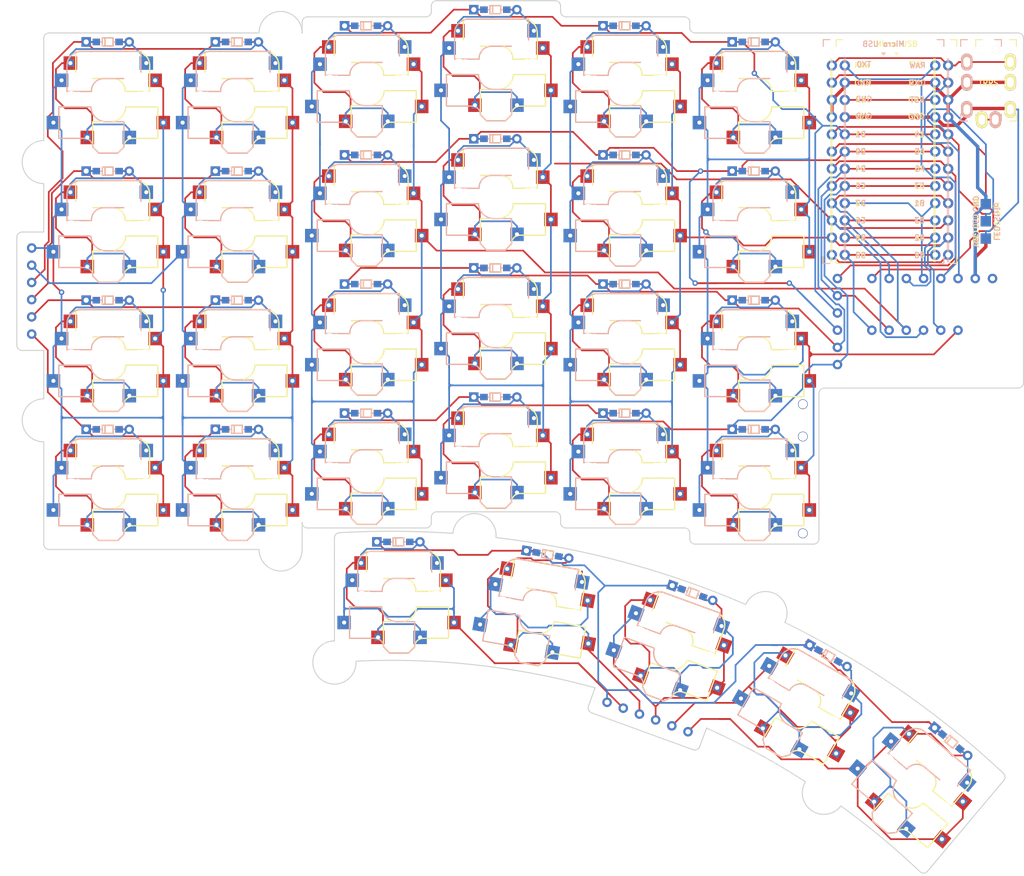
<source format=kicad_pcb>
(kicad_pcb (version 20210228) (generator pcbnew)
  (title_block (title "Kasumigasane Keypad") (rev "2") (company "@e3w2q"))
  (layers (0 "F.Cu" signal) (31 "B.Cu" signal) (34 "B.Paste" user) (35 "F.Paste" user) (36 "B.SilkS" user "B.Silkscreen") (37 "F.SilkS" user "F.Silkscreen") (38 "B.Mask" user) (39 "F.Mask" user) (44 "Edge.Cuts" user))
  (net 0 "")
  (net 1 "GND")
  (net 2 "unconnected-(J1-PadA)")
  (net 3 "data")
  (net 4 "mot")
  (net 5 "ss")
  (net 6 "SCLK")
  (net 7 "MOSI")
  (net 8 "MISO")
  (net 9 "X1")
  (net 10 "Y1")
  (net 11 "X2")
  (net 12 "X3")
  (net 13 "X4")
  (net 14 "X5")
  (net 15 "X6")
  (net 16 "Y2")
  (net 17 "Y3")
  (net 18 "Y4")
  (net 19 "Y5")
  (net 20 "led")
  (net 21 "unconnected-(U1-Pad6)")
  (net 22 "VCC")
  (net 23 "unconnected-(U1-Pad22)")
  (net 24 "Net-(J5-Pad1)")
  (net 25 "Net-(J5-Pad2)")
  (net 26 "Net-(J5-Pad3)")
  (net 27 "Net-(J5-Pad4)")
  (net 28 "Net-(J5-Pad5)")
  (net 29 "Net-(J5-Pad6)")
  (net 30 "Net-(J8-Pad1)")
  (net 31 "Net-(J8-Pad2)")
  (net 32 "Net-(J8-Pad4)")
  (net 33 "Net-(J8-Pad5)")
  (net 34 "Net-(J8-Pad6)")
  (net 35 "Net-(J8-Pad3)")
  (footprint "#footprint:CherryMX_MidHeight_Choc_Hotswap_Reversible_with_Diode" (layer "F.Cu") (at 119.0625 92.8)
    (fp_text reference "SW26" hide)
    (fp_text value "SW_and_D" hide)
  )
  (footprint "#footprint:CherryMX_MidHeight_Choc_Hotswap_Reversible_with_Diode" (layer "F.Cu") (at 171.45 38.1)
    (fp_text reference "SW12" hide)
    (fp_text value "SW_and_D" hide)
  )
  (footprint "#footprint:MJ-4PP-9_reversible" (layer "F.Cu") (at 207.0847 10.5125)
    (fp_text reference "J1")
    (fp_text value "MJ-4PP-9" hide)
  )
  (footprint "#footprint:M2_spacer" (layer "F.Cu") (at 101.6 85.725)
    (fp_text reference "H12" hide)
    (fp_text value "MountingHole" hide)
  )
  (footprint "#footprint:CherryMX_MidHeight_Choc_Hotswap_Reversible_with_Diode" (layer "F.Cu") (at 95.25 57.15)
    (fp_text reference "SW14" hide)
    (fp_text value "SW_and_D" hide)
  )
  (footprint "#footprint:M1.4_tapping_Hole_rev2" (layer "F.Cu") (at 178.59375 64.29375)
    (fp_text reference "H15" hide)
    (fp_text value "MountingHole" hide)
  )
  (footprint "#footprint:M2_spacer" (layer "F.Cu") (at 123.825 25.0031)
    (fp_text reference "H5" hide)
    (fp_text value "MountingHole" hide)
  )
  (footprint "#footprint:PinHeader_1x08_P2.54mm_Vertical_rev2" (layer "F.Cu") (at 188.782 45.7502 90)
    (fp_text reference "J2")
    (fp_text value "Conn_01x08")
  )
  (footprint "#footprint:CherryMX_MidHeight_Choc_Hotswap_Reversible_with_Diode" (layer "F.Cu") (at 95.25 19.05)
    (fp_text reference "SW2" hide)
    (fp_text value "SW_and_D" hide)
  )
  (footprint "#footprint:CherryMX_MidHeight_Choc_Hotswap_Reversible_with_Diode" (layer "F.Cu") (at 171.45 76.2)
    (fp_text reference "SW24" hide)
    (fp_text value "SW_and_D" hide)
  )
  (footprint "#footprint:CherryMX_MidHeight_Choc_Hotswap_Reversible_with_Diode" (layer "F.Cu") (at 139.6337 94.5507 -10)
    (fp_text reference "SW27" hide)
    (fp_text value "SW_and_D" hide)
  )
  (footprint "#footprint:PinHeader_1x06_P2.54mm_Vertical_rev2" (layer "F.Cu") (at 64.9 41.25)
    (fp_text reference "J5")
    (fp_text value "Conn_01x06")
  )
  (footprint "#footprint:M2_spacer" (layer "F.Cu") (at 173.106 95.0902)
    (fp_text reference "H7" hide)
    (fp_text value "MountingHole" hide)
  )
  (footprint "#footprint:PinHeader_1x06_P2.54mm_Vertical_rev2" (layer "F.Cu") (at 188.7729 53.3798 90)
    (fp_text reference "J7")
    (fp_text value "Conn_01x06")
  )
  (footprint "#footprint:M2_spacer" (layer "F.Cu") (at 109.5375 102.3937)
    (fp_text reference "H9" hide)
    (fp_text value "MountingHole" hide)
  )
  (footprint "#footprint:CherryMX_MidHeight_Choc_Hotswap_Reversible_with_Diode" (layer "F.Cu") (at 171.45 19.05)
    (fp_text reference "SW6" hide)
    (fp_text value "SW_and_D" hide)
  )
  (footprint "#footprint:CherryMX_MidHeight_Choc_Hotswap_Reversible_with_Diode" (layer "F.Cu") (at 114.3 54.7687)
    (fp_text reference "SW15" hide)
    (fp_text value "SW_and_D" hide)
  )
  (footprint "#footprint:M2_spacer" (layer "F.Cu") (at 181.69904 121.591984)
    (fp_text reference "H8" hide)
    (fp_text value "MountingHole" hide)
  )
  (footprint "#footprint:CherryMX_MidHeight_Choc_Hotswap_Reversible_with_Diode" (layer "F.Cu") (at 178.3422 108.5537 -30)
    (fp_text reference "SW29" hide)
    (fp_text value "SW_and_D" hide)
  )
  (footprint "#footprint:M2_spacer" (layer "F.Cu") (at 207.9625 27.3844)
    (fp_text reference "H1" hide)
    (fp_text value "MountingHole" hide)
  )
  (footprint "#footprint:CherryMX_MidHeight_Choc_Hotswap_Reversible_with_Diode" (layer "F.Cu") (at 76.2 19.05)
    (fp_text reference "SW1" hide)
    (fp_text value "SW_and_D" hide)
  )
  (footprint "#footprint:M2_spacer" (layer "F.Cu") (at 101.6 9.525)
    (fp_text reference "H11" hide)
    (fp_text value "MountingHole" hide)
  )
  (footprint "#footprint:M2_spacer" (layer "F.Cu") (at 161.925 65.4844)
    (fp_text reference "H3" hide)
    (fp_text value "MountingHole" hide)
  )
  (footprint "#footprint:StripLED_rev3" (layer "F.Cu") (at 205.5813 37.3062)
    (fp_text reference "J3" hide)
    (fp_text value "Conn_01x03" hide)
  )
  (footprint "#footprint:CherryMX_MidHeight_Choc_Hotswap_Reversible_with_Diode" (layer "F.Cu") (at 133.35 52.3875)
    (fp_text reference "SW16" hide)
    (fp_text value "SW_and_D" hide)
  )
  (footprint "#footprint:CherryMX_MidHeight_Choc_Hotswap_Reversible_with_Diode" (layer "F.Cu") (at 152.4 16.6687)
    (fp_text reference "SW5" hide)
    (fp_text value "SW_and_D" hide)
  )
  (footprint "#footprint:PinHeader_1x06_P2.54mm_Vertical_rev2" (layer "F.Cu") (at 149.733 108.2657 70)
    (fp_text reference "J8")
    (fp_text value "Conn_01x06")
  )
  (footprint "#footprint:CherryMX_MidHeight_Choc_Hotswap_Reversible_with_Diode" (layer "F.Cu") (at 152.4 54.7687)
    (fp_text reference "SW17" hide)
    (fp_text value "SW_and_D" hide)
  )
  (footprint "#footprint:CherryMX_MidHeight_Choc_Hotswap_Reversible_with_Diode" (layer "F.Cu") (at 95.25 76.2)
    (fp_text reference "SW20" hide)
    (fp_text value "SW_and_D" hide)
  )
  (footprint "#footprint:M2_spacer" (layer "F.Cu") (at 66.675 28.575)
    (fp_text reference "H14" hide)
    (fp_text value "MountingHole" hide)
  )
  (footprint "#footprint:CherryMX_MidHeight_Choc_Hotswap_Reversible_with_Diode" (layer "F.Cu") (at 152.4 73.8187)
    (fp_text reference "SW23" hide)
    (fp_text value "SW_and_D" hide)
  )
  (footprint "#footprint:PinHeader_1x06_P2.54mm_Vertical_rev2" (layer "F.Cu") (at 183.7 45.75)
    (fp_text reference "J6")
    (fp_text value "Conn_01x06")
  )
  (footprint "#footprint:CherryMX_MidHeight_Choc_Hotswap_Reversible_with_Diode" (layer "F.Cu") (at 133.35 14.2875)
    (fp_text reference "SW4" hide)
    (fp_text value "SW_and_D" hide)
  )
  (footprint "#footprint:CherryMX_MidHeight_Choc_Hotswap_Reversible_with_Diode" (layer "F.Cu") (at 114.3 73.8187)
    (fp_text reference "SW21" hide)
    (fp_text value "SW_and_D" hide)
  )
  (footprint "#footprint:CherryMX_MidHeight_Choc_Hotswap_Reversible_with_Diode" (layer "F.Cu") (at 114.3 16.6687)
    (fp_text reference "SW3" hide)
    (fp_text value "SW_and_D" hide)
  )
  (footprint "#footprint:CherryMX_MidHeight_Choc_Hotswap_Reversible_with_Diode" (layer "F.Cu") (at 133.35 33.3375)
    (fp_text reference "SW10" hide)
    (fp_text value "SW_and_D" hide)
  )
  (footprint "#footprint:CherryMX_MidHeight_Choc_Hotswap_Reversible_with_Diode" (layer "F.Cu") (at 195.2664 120.4151 -40)
    (fp_text reference "SW30" hide)
    (fp_text value "SW_and_D" hide)
  )
  (footprint "#footprint:CherryMX_MidHeight_Choc_Hotswap_Reversible_with_Diode" (layer "F.Cu") (at 114.3 35.7187)
    (fp_text reference "SW9" hide)
    (fp_text value "SW_and_D" hide)
  )
  (footprint "#footprint:M2_spacer" (layer "F.Cu") (at 161.925 27.3844)
    (fp_text reference "H6" hide)
    (fp_text value "MountingHole" hide)
  )
  (footprint "#footprint:CherryMX_MidHeight_Choc_Hotswap_Reversible_with_Diode" (layer "F.Cu") (at 76.2 76.2)
    (fp_text reference "SW19" hide)
    (fp_text value "SW_and_D" hide)
  )
  (footprint "#footprint:M2_spacer" (layer "F.Cu") (at 207.9625 58.7375)
    (fp_text reference "H2" hide)
    (fp_text value "MountingHole" hide)
  )
  (footprint "#footprint:CherryMX_MidHeight_Choc_Hotswap_Reversible_with_Diode" (layer "F.Cu") (at 76.2 57.15)
    (fp_text reference "SW13" hide)
    (fp_text value "SW_and_D" hide)
  )
  (footprint "#footprint:CherryMX_MidHeight_Choc_Hotswap_Reversible_with_Diode" (layer "F.Cu") (at 159.6082 99.8795 -20)
    (fp_text reference "SW28" hide)
    (fp_text value "SW_and_D" hide)
  )
  (footprint "#footprint:M2_spacer" (layer "F.Cu") (at 123.825 63.1031)
    (fp_text reference "H4" hide)
    (fp_text value "MountingHole" hide)
  )
  (footprint "#footprint:CherryMX_MidHeight_Choc_Hotswap_Reversible_with_Diode" (layer "F.Cu") (at 171.45 57.15)
    (fp_text reference "SW18" hide)
    (fp_text value "SW_and_D" hide)
  )
  (footprint "#footprint:CherryMX_MidHeight_Choc_Hotswap_Reversible_with_Diode" (layer "F.Cu") (at 76.2 38.1)
    (fp_text reference "SW7" hide)
    (fp_text value "SW_and_D" hide)
  )
  (footprint "#footprint:CherryMX_MidHeight_Choc_Hotswap_Reversible_with_Diode" (layer "F.Cu") (at 95.25 38.1)
    (fp_text reference "SW8" hide)
    (fp_text value "SW_and_D" hide)
  )
  (footprint "#footprint:CherryMX_MidHeight_Choc_Hotswap_Reversible_with_Diode" (layer "F.Cu") (at 152.4 35.7187)
    (fp_text reference "SW11" hide)
    (fp_text value "SW_and_D" hide)
  )
  (footprint "#footprint:M1.4_tapping_Hole_rev2" (layer "F.Cu") (at 178.59375 83.34375)
    (fp_text reference "H17" hide)
    (fp_text value "MountingHole" hide)
  )
  (footprint "#footprint:CherryMX_MidHeight_Choc_Hotswap_Reversible_with_Diode" (layer "F.Cu") (at 133.35 71.4375)
    (fp_text reference "SW22" hide)
    (fp_text value "SW_and_D" hide)
  )
  (footprint "#footprint:M2_spacer" (layer "F.Cu") (at 130.2044 83.5813)
    (fp_text reference "H10" hide)
    (fp_text value "MountingHole" hide)
  )
  (footprint "#footprint:M1.4_tapping_Hole_rev2" (layer "F.Cu") (at 178.59375 69.05625)
    (fp_text reference "H16" hide)
    (fp_text value "MountingHole" hide)
  )
  (footprint "#footprint:M2_spacer" (layer "F.Cu") (at 66.675 66.675)
    (fp_text reference "H13" hide)
    (fp_text value "MountingHole" hide)
  )
  (footprint "#footprint:StripLED_rev3" (layer "B.Cu") (at 205.5813 37.3062)
    (fp_text reference "J4" hide)
    (fp_text value "Conn_01x03" hide)
  )
  (footprint "#footprint:ArduinoProMicro_ConThrough_Reversible" (layer "B.Cu") (at 190.5 28.292 -90)
    (fp_text reference "U1" hide)
    (fp_text value "ProMicro/BLEMicroPro")
  )
  (gr_arc (start 66.675 28.575) (end 66.675 25.4) (angle -180) (layer "Edge.Cuts") (width 0.15))
  (gr_line (start 181.76875 61.9125) (end 210.34375 61.9125) (layer "Edge.Cuts") (width 0.15))
  (gr_arc (start 120.559602 210.20247) (end 178.971887 119.990325) (angle -8.854561437) (layer "Edge.Cuts") (width 0.15))
  (gr_arc (start 161.13125 7.9375) (end 161.925 7.9375) (angle -90) (layer "Edge.Cuts") (width 0.15))
  (gr_arc (start 207.612817 119.301021) (end 208.237574 119.782596) (angle -81.65143666) (layer "Edge.Cuts") (width 0.15))
  (gr_line (start 104.775 85.725) (end 104.775 81.75625) (layer "Edge.Cuts") (width 0.15))
  (gr_arc (start 117.988328 214.966484) (end 147.964524 106.130264) (angle -18.07755495) (layer "Edge.Cuts") (width 0.15))
  (gr_arc (start 143.66875 81.75625) (end 142.875 81.75625) (angle -90) (layer "Edge.Cuts") (width 0.15))
  (gr_arc (start 117.465452 215.651727) (end 195.86469 133.253139) (angle -7.641397637) (layer "Edge.Cuts") (width 0.15))
  (gr_line (start 180.975 84.1375) (end 180.975 62.70625) (layer "Edge.Cuts") (width 0.15))
  (gr_arc (start 142.08125 5.55625) (end 142.875 5.55625) (angle -90) (layer "Edge.Cuts") (width 0.15))
  (gr_line (start 147.470828 109.826498) (end 162.388448 115.256067) (layer "Edge.Cuts") (width 0.15))
  (gr_arc (start 109.5375 102.39998) (end 109.5375 99.21875) (angle -273.5865894) (layer "Edge.Cuts") (width 0.15))
  (gr_line (start 210.34375 9.525) (end 162.71875 9.525) (layer "Edge.Cuts") (width 0.15))
  (gr_line (start 66.675 31.75) (end 66.675 38.89375) (layer "Edge.Cuts") (width 0.15))
  (gr_arc (start 210.34375 61.11875) (end 210.34375 61.9125) (angle -90) (layer "Edge.Cuts") (width 0.15))
  (gr_arc (start 124.61875 5.55625) (end 124.61875 4.7625) (angle -90) (layer "Edge.Cuts") (width 0.15))
  (gr_line (start 123.825 6.35) (end 123.825 5.55625) (layer "Edge.Cuts") (width 0.15))
  (gr_arc (start 105.56875 81.75625) (end 104.775 81.75625) (angle -90) (layer "Edge.Cuts") (width 0.15))
  (gr_line (start 105.56875 7.14375) (end 123.03125 7.14375) (layer "Edge.Cuts") (width 0.15))
  (gr_arc (start 101.6 85.725) (end 98.425 85.725) (angle -180) (layer "Edge.Cuts") (width 0.15))
  (gr_line (start 104.775 9.525) (end 104.775 7.9375) (layer "Edge.Cuts") (width 0.15))
  (gr_line (start 163.405808 114.781665) (end 164.389674 112.074233) (layer "Edge.Cuts") (width 0.15))
  (gr_arc (start 162.659927 114.510186) (end 162.388448 115.256067) (angle -90) (layer "Edge.Cuts") (width 0.15))
  (gr_arc (start 162.71875 8.73125) (end 162.71875 9.525) (angle 90) (layer "Edge.Cuts") (width 0.15))
  (gr_arc (start 67.46875 84.93125) (end 66.675 84.93125) (angle -90) (layer "Edge.Cuts") (width 0.15))
  (gr_arc (start 123.03125 6.35) (end 123.825 6.35) (angle 90) (layer "Edge.Cuts") (width 0.15))
  (gr_arc (start 161.13125 83.34375) (end 161.925 83.34375) (angle -90) (layer "Edge.Cuts") (width 0.15))
  (gr_line (start 66.675 56.35625) (end 66.675 63.5) (layer "Edge.Cuts") (width 0.15))
  (gr_arc (start 181.76875 62.70625) (end 181.76875 61.9125) (angle -90) (layer "Edge.Cuts") (width 0.15))
  (gr_arc (start 123.03125 81.75625) (end 123.825 81.75625) (angle 90) (layer "Edge.Cuts") (width 0.15))
  (gr_arc (start 130.17782 83.618864) (end 133.348689 83.965014) (angle -181.2821202) (layer "Edge.Cuts") (width 0.15))
  (gr_line (start 147.964524 106.130264) (end 146.996426 108.809138) (layer "Edge.Cuts") (width 0.15))
  (gr_arc (start 173.095022 95.098963) (end 175.944894 96.497744) (angle -182.7912456) (layer "Edge.Cuts") (width 0.15))
  (gr_arc (start 210.34375 10.31875) (end 210.34375 9.525) (angle 90) (layer "Edge.Cuts") (width 0.15))
  (gr_arc (start 105.56875 7.9375) (end 104.775 7.9375) (angle 90) (layer "Edge.Cuts") (width 0.15))
  (gr_line (start 161.13125 7.14375) (end 143.66875 7.14375) (layer "Edge.Cuts") (width 0.15))
  (gr_line (start 123.825 81.75625) (end 123.825 80.9625) (layer "Edge.Cuts") (width 0.15))
  (gr_line (start 66.675 10.31875) (end 66.675 25.4) (layer "Edge.Cuts") (width 0.15))
  (gr_line (start 208.237574 119.782596) (end 196.933424 133.23961) (layer "Edge.Cuts") (width 0.15))
  (gr_arc (start 180.18125 84.1375) (end 180.975 84.1375) (angle 90) (layer "Edge.Cuts") (width 0.15))
  (gr_line (start 161.925 83.34375) (end 161.925 84.1375) (layer "Edge.Cuts") (width 0.15))
  (gr_arc (start 162.71875 84.1375) (end 162.71875 84.93125) (angle 90) (layer "Edge.Cuts") (width 0.15))
  (gr_arc (start 117.965031 214.96035) (end 133.348689 83.965015) (angle 16.62319301) (layer "Edge.Cuts") (width 0.15))
  (gr_arc (start 67.46875 10.31875) (end 67.46875 9.525) (angle -90) (layer "Edge.Cuts") (width 0.15))
  (gr_line (start 66.675 38.89375) (end 63.5 38.89375) (layer "Edge.Cuts") (width 0.15))
  (gr_arc (start 63.5 55.5625) (end 62.70625 55.5625) (angle -90) (layer "Edge.Cuts") (width 0.15))
  (gr_line (start 98.425 9.525) (end 67.46875 9.525) (layer "Edge.Cuts") (width 0.15))
  (gr_line (start 62.70625 39.6875) (end 62.70625 55.5625) (layer "Edge.Cuts") (width 0.15))
  (gr_arc (start 142.08125 80.9625) (end 142.08125 80.16875) (angle 90) (layer "Edge.Cuts") (width 0.15))
  (gr_line (start 105.56875 82.55) (end 123.03125 82.55) (layer "Edge.Cuts") (width 0.15))
  (gr_arc (start 181.695105 121.623492) (end 184.211734 123.559916) (angle 173.3754015) (layer "Edge.Cuts") (width 0.15))
  (gr_arc (start 63.5 39.6875) (end 63.5 38.89375) (angle -90) (layer "Edge.Cuts") (width 0.15))
  (gr_arc (start 110.327867 84.03942) (end 109.534117 84.03942) (angle 90) (layer "Edge.Cuts") (width 0.15))
  (gr_line (start 142.875 80.9625) (end 142.875 81.75625) (layer "Edge.Cuts") (width 0.15))
  (gr_line (start 161.925 7.9375) (end 161.925 8.73125) (layer "Edge.Cuts") (width 0.15))
  (gr_arc (start 196.392378 132.718723) (end 196.933424 133.23961) (angle 90.72453768) (layer "Edge.Cuts") (width 0.15))
  (gr_line (start 67.46875 85.725) (end 98.425 85.725) (layer "Edge.Cuts") (width 0.15))
  (gr_line (start 143.66875 82.55) (end 161.13125 82.55) (layer "Edge.Cuts") (width 0.15))
  (gr_line (start 66.675 69.85) (end 66.675 84.93125) (layer "Edge.Cuts") (width 0.15))
  (gr_line (start 109.5375 99.21875) (end 109.534117 84.03942) (layer "Edge.Cuts") (width 0.15))
  (gr_line (start 124.61875 4.7625) (end 142.08125 4.7625) (layer "Edge.Cuts") (width 0.15))
  (gr_arc (start 147.742307 109.080617) (end 146.996426 108.809138) (angle -90) (layer "Edge.Cuts") (width 0.15))
  (gr_line (start 63.5 56.35625) (end 66.675 56.35625) (layer "Edge.Cuts") (width 0.15))
  (gr_arc (start 66.675 66.675) (end 66.675 63.5) (angle -180) (layer "Edge.Cuts") (width 0.15))
  (gr_line (start 211.1375 61.11875) (end 211.1375 10.31875) (layer "Edge.Cuts") (width 0.15))
  (gr_line (start 142.875 5.55625) (end 142.875 6.35) (layer "Edge.Cuts") (width 0.15))
  (gr_arc (start 101.6 9.525) (end 104.775 9.525) (angle -180) (layer "Edge.Cuts") (width 0.15))
  (gr_line (start 162.71875 84.93125) (end 180.18125 84.93125) (layer "Edge.Cuts") (width 0.15))
  (gr_arc (start 143.66875 6.35) (end 143.66875 7.14375) (angle 90) (layer "Edge.Cuts") (width 0.15))
  (gr_arc (start 124.61875 80.9625) (end 123.825 80.9625) (angle 90) (layer "Edge.Cuts") (width 0.15))
  (gr_line (start 124.61875 80.16875) (end 142.08125 80.16875) (layer "Edge.Cuts") (width 0.15))
  (gr_arc (start 118.044793 214.835348) (end 208.18 118.752807) (angle -17.09920529) (layer "Edge.Cuts") (width 0.15))
  (gr_arc (start 117.85344 221.067886) (end 110.327867 83.245671) (angle 6.925003435) (layer "Edge.Cuts") (width 0.15))
  (segment (start 88.4238 71.11995) (end 87.525489 72.018261) (width 0.25) (layer "F.Cu") (net 0))
  (segment (start 108.7 11.5887) (end 107.4738 11.5887) (width 0.25) (layer "F.Cu") (net 0))
  (segment (start 127 53.975) (end 130.175 53.975) (width 0.25) (layer "F.Cu") (net 0))
  (segment (start 116.69197 96.731144) (end 115.97322 97.449894) (width 0.25) (layer "F.Cu") (net 0))
  (segment (start 153.98124 65.6187) (end 155.48124 65.6187) (width 0.25) (layer "F.Cu") (net 0))
  (segment (start 106.575489 12.487011) (end 106.575489 16.881739) (width 0.25) (layer "F.Cu") (net 0))
  (segment (start 126.5238 47.30745) (end 125.625489 48.205761) (width 0.25) (layer "F.Cu") (net 0))
  (segment (start 87.525489 33.918261) (end 87.525489 38.312989) (width 0.25) (layer "F.Cu") (net 0))
  (segment (start 92.86875 78.58125) (end 92.86875 80.16875) (width 0.25) (layer "F.Cu") (net 0))
  (segment (start 153.98124 27.5187) (end 155.48124 27.5187) (width 0.25) (layer "F.Cu") (net 0))
  (segment (start 92.86875 80.16875) (end 92.15 80.8875) (width 0.25) (layer "F.Cu") (net 0))
  (segment (start 96.83124 48.95) (end 98.33124 48.95) (width 0.25) (layer "F.Cu") (net 0))
  (segment (start 164.30625 38.89375) (end 163.725489 38.312989) (width 0.25) (layer "F.Cu") (net 0))
  (segment (start 165.308184 93.227867) (end 166.607941 94.527624) (width 0.25) (layer "F.Cu") (net 0))
  (segment (start 73.81875 61.11875) (end 73.1 61.8375) (width 0.25) (layer "F.Cu") (net 0))
  (segment (start 163.725489 57.362989) (end 165.1 58.7375) (width 0.25) (layer "F.Cu") (net 0))
  (segment (start 165.85 33.02) (end 165.1 33.02) (width 0.25) (layer "F.Cu") (net 0))
  (segment (start 202.71274 116.114118) (end 201.748559 115.149937) (width 0.25) (layer "F.Cu") (net 0))
  (segment (start 69.85 39.6875) (end 73.025 39.6875) (width 0.25) (layer "F.Cu") (net 0))
  (segment (start 164.6238 52.06995) (end 163.725489 52.968261) (width 0.25) (layer "F.Cu") (net 0))
  (segment (start 173.03124 48.95) (end 174.53124 48.95) (width 0.25) (layer "F.Cu") (net 0))
  (segment (start 127.75 9.20745) (end 126.5238 9.20745) (width 0.25) (layer "F.Cu") (net 0))
  (segment (start 112.248063 87.686662) (end 111.349752 88.584973) (width 0.25) (layer "F.Cu") (net 0))
  (segment (start 165.85 71.11995) (end 164.6238 71.11995) (width 0.25) (layer "F.Cu") (net 0))
  (segment (start 88.9 39.6875) (end 92.075 39.6875) (width 0.25) (layer "F.Cu") (net 0))
  (segment (start 150.01875 77.7875) (end 149.3 78.50625) (width 0.25) (layer "F.Cu") (net 0))
  (segment (start 108.7 68.7387) (end 107.4738 68.7387) (width 0.25) (layer "F.Cu") (net 0))
  (segment (start 149.3 78.50625) (end 149.3 79.7087) (width 0.25) (layer "F.Cu") (net 0))
  (segment (start 153.98124 8.4687) (end 155.48124 8.4687) (width 0.25) (layer "F.Cu") (net 0))
  (segment (start 149.225 37.30625) (end 150.01875 38.1) (width 0.25) (layer "F.Cu") (net 0))
  (segment (start 153.98124 46.5687) (end 155.48124 46.5687) (width 0.25) (layer "F.Cu") (net 0))
  (segment (start 68.475489 38.312989) (end 69.85 39.6875) (width 0.25) (layer "F.Cu") (net 0))
  (segment (start 126.5238 28.25745) (end 125.625489 29.155761) (width 0.25) (layer "F.Cu") (net 0))
  (segment (start 197.458359 112.923984) (end 194.241912 112.923984) (width 0.25) (layer "F.Cu") (net 0))
  (segment (start 165.308184 93.227867) (end 164.411676 93.227867) (width 0.25) (layer "F.Cu") (net 0))
  (segment (start 169.06875 61.11875) (end 168.35 61.8375) (width 0.25) (layer "F.Cu") (net 0))
  (segment (start 125.625489 33.550489) (end 127 34.925) (width 0.25) (layer "F.Cu") (net 0))
  (segment (start 92.15 61.8375) (end 92.15 63.03995) (width 0.25) (layer "F.Cu") (net 0))
  (segment (start 155.971875 103.062806) (end 154.680654 104.354027) (width 0.25) (layer "F.Cu") (net 0))
  (segment (start 149.3 59.45625) (end 149.3 60.6587) (width 0.25) (layer "F.Cu") (net 0))
  (segment (start 165.1 77.7875) (end 168.275 77.7875) (width 0.25) (layer "F.Cu") (net 0))
  (segment (start 106.575489 31.537011) (end 106.575489 35.931739) (width 0.25) (layer "F.Cu") (net 0))
  (segment (start 144.675489 31.537011) (end 144.675489 35.931739) (width 0.25) (layer "F.Cu") (net 0))
  (segment (start 77.78124 10.85) (end 79.28124 10.85) (width 0.25) (layer "F.Cu") (net 0))
  (segment (start 163.725489 14.868261) (end 163.725489 19.262989) (width 0.25) (layer "F.Cu") (net 0))
  (segment (start 165.85 13.96995) (end 164.6238 13.96995) (width 0.25) (layer "F.Cu") (net 0))
  (segment (start 146.8 30.6387) (end 145.5738 30.6387) (width 0.25) (layer "F.Cu") (net 0))
  (segment (start 163.725489 52.968261) (end 163.725489 57.362989) (width 0.25) (layer "F.Cu") (net 0))
  (segment (start 125.625489 71.650489) (end 127 73.025) (width 0.25) (layer "F.Cu") (net 0))
  (segment (start 130.96875 16.66875) (end 130.96875 18.25625) (width 0.25) (layer "F.Cu") (net 0))
  (segment (start 111.91875 19.05) (end 111.91875 20.6375) (width 0.25) (layer "F.Cu") (net 0))
  (segment (start 92.86875 40.48125) (end 92.86875 42.06875) (width 0.25) (layer "F.Cu") (net 0))
  (segment (start 126.5238 66.35745) (end 125.625489 67.255761) (width 0.25) (layer "F.Cu") (net 0))
  (segment (start 184.561594 102.992912) (end 183.811594 102.242912) (width 0.25) (layer "F.Cu") (net 0))
  (segment (start 134.93124 63.2375) (end 136.43124 63.2375) (width 0.25) (layer "F.Cu") (net 0))
  (segment (start 145.5738 49.6887) (end 144.675489 50.587011) (width 0.25) (layer "F.Cu") (net 0))
  (segment (start 89.65 13.96995) (end 88.4238 13.96995) (width 0.25) (layer "F.Cu") (net 0))
  (segment (start 88.9 77.7875) (end 92.075 77.7875) (width 0.25) (layer "F.Cu") (net 0))
  (segment (start 73.81875 78.58125) (end 73.81875 80.16875) (width 0.25) (layer "F.Cu") (net 0))
  (segment (start 73.81875 80.16875) (end 73.1 80.8875) (width 0.25) (layer "F.Cu") (net 0))
  (segment (start 143.66875 87.709375) (end 144.092044 87.286081) (width 0.25) (layer "F.Cu") (net 0))
  (segment (start 165.1 58.7375) (end 168.275 58.7375) (width 0.25) (layer "F.Cu") (net 0))
  (segment (start 130.25 76.125) (end 130.25 77.32745) (width 0.25) (layer "F.Cu") (net 0))
  (segment (start 185.110632 102.992912) (end 184.561594 102.992912) (width 0.25) (layer "F.Cu") (net 0))
  (segment (start 146.05 75.40625) (end 149.225 75.40625) (width 0.25) (layer "F.Cu") (net 0))
  (segment (start 68.475489 14.868261) (end 68.475489 19.262989) (width 0.25) (layer "F.Cu") (net 0))
  (segment (start 155.971875 100.80625) (end 155.971875 103.062806) (width 0.25) (layer "F.Cu") (net 0))
  (segment (start 107.4738 11.5887) (end 106.575489 12.487011) (width 0.25) (layer "F.Cu") (net 0))
  (segment (start 136.422524 87.018101) (end 138.530394 87.018101) (width 0.25) (layer "F.Cu") (net 0))
  (segment (start 73.1 80.8875) (end 73.1 82.08995) (width 0.25) (layer "F.Cu") (net 0))
  (segment (start 136.128125 95.25) (end 136.525 95.646875) (width 0.25) (layer "F.Cu") (net 0))
  (segment (start 125.625489 10.105761) (end 125.625489 14.500489) (width 0.25) (layer "F.Cu") (net 0))
  (segment (start 69.85 20.6375) (end 73.025 20.6375) (width 0.25) (layer "F.Cu") (net 0))
  (segment (start 70.6 13.96995) (end 69.3738 13.96995) (width 0.25) (layer "F.Cu") (net 0))
  (segment (start 127.75 66.35745) (end 126.5238 66.35745) (width 0.25) (layer "F.Cu") (net 0))
  (segment (start 144.675489 69.637011) (end 144.675489 74.031739) (width 0.25) (layer "F.Cu") (net 0))
  (segment (start 111.2 78.50625) (end 111.2 79.7087) (width 0.25) (layer "F.Cu") (net 0))
  (segment (start 153.19375 99.615625) (end 154.78125 99.615625) (width 0.25) (layer "F.Cu") (net 0))
  (segment (start 144.675489 12.487011) (end 144.675489 16.881739) (width 0.25) (layer "F.Cu") (net 0))
  (segment (start 69.3738 71.11995) (end 68.475489 72.018261) (width 0.25) (layer "F.Cu") (net 0))
  (segment (start 125.625489 67.255761) (end 125.625489 71.650489) (width 0.25) (layer "F.Cu") (net 0))
  (segment (start 68.475489 76.412989) (end 69.85 77.7875) (width 0.25) (layer "F.Cu") (net 0))
  (segment (start 169.06875 78.58125) (end 169.06875 80.16875) (width 0.25) (layer "F.Cu") (net 0))
  (segment (start 88.4238 13.96995) (end 87.525489 14.868261) (width 0.25) (layer "F.Cu") (net 0))
  (segment (start 150.01875 19.05) (end 150.01875 20.6375) (width 0.25) (layer "F.Cu") (net 0))
  (segment (start 138.530394 87.018101) (end 138.824793 87.3125) (width 0.25) (layer "F.Cu") (net 0))
  (segment (start 89.65 33.01995) (end 88.4238 33.01995) (width 0.25) (layer "F.Cu") (net 0))
  (segment (start 111.349752 92.979701) (end 112.724263 94.354212) (width 0.25) (layer "F.Cu") (net 0))
  (segment (start 146.8 11.5887) (end 145.5738 11.5887) (width 0.25) (layer "F.Cu") (net 0))
  (segment (start 107.4738 30.6387) (end 106.575489 31.537011) (width 0.25) (layer "F.Cu") (net 0))
  (segment (start 73.025 20.6375) (end 73.81875 21.43125) (width 0.25) (layer "F.Cu") (net 0))
  (segment (start 150.01875 76.2) (end 150.01875 77.7875) (width 0.25) (layer "F.Cu") (net 0))
  (segment (start 133.674553 88.575447) (end 132.159375 90.090625) (width 0.25) (layer "F.Cu") (net 0))
  (segment (start 122.14374 84.6) (end 120.64374 84.6) (width 0.25) (layer "F.Cu") (net 0))
  (segment (start 87.525489 52.968261) (end 87.525489 57.362989) (width 0.25) (layer "F.Cu") (net 0))
  (segment (start 106.575489 35.931739) (end 107.95 37.30625) (width 0.25) (layer "F.Cu") (net 0))
  (segment (start 77.78124 48.95) (end 79.28124 48.95) (width 0.25) (layer "F.Cu") (net 0))
  (segment (start 146.8 49.6887) (end 145.5738 49.6887) (width 0.25) (layer "F.Cu") (net 0))
  (segment (start 130.96875 54.76875) (end 130.96875 56.35625) (width 0.25) (layer "F.Cu") (net 0))
  (segment (start 111.125 18.25625) (end 111.91875 19.05) (width 0.25) (layer "F.Cu") (net 0))
  (segment (start 77.78124 68) (end 79.28124 68) (width 0.25) (layer "F.Cu") (net 0))
  (segment (start 68.475489 19.262989) (end 69.85 20.6375) (width 0.25) (layer "F.Cu") (net 0))
  (segment (start 69.85 58.7375) (end 73.025 58.7375) (width 0.25) (layer "F.Cu") (net 0))
  (segment (start 144.675489 54.981739) (end 146.05 56.35625) (width 0.25) (layer "F.Cu") (net 0))
  (segment (start 87.525489 57.362989) (end 88.9 58.7375) (width 0.25) (layer "F.Cu") (net 0))
  (segment (start 163.725489 34.394511) (end 165.1 33.02) (width 0.25) (layer "F.Cu") (net 0))
  (segment (start 150.01875 39.6875) (end 149.3 40.40625) (width 0.25) (layer "F.Cu") (net 0))
  (segment (start 132.159375 90.090625) (end 132.159375 94.059375) (width 0.25) (layer "F.Cu") (net 0))
  (segment (start 136.525 98.845916) (end 135.558008 99.812908) (width 0.25) (layer "F.Cu") (net 0))
  (segment (start 163.725489 38.312989) (end 163.725489 34.394511) (width 0.25) (layer "F.Cu") (net 0))
  (segment (start 70.6 33.01995) (end 69.3738 33.01995) (width 0.25) (layer "F.Cu") (net 0))
  (segment (start 168.275 58.7375) (end 169.06875 59.53125) (width 0.25) (layer "F.Cu") (net 0))
  (segment (start 92.86875 21.43125) (end 92.86875 23.01875) (width 0.25) (layer "F.Cu") (net 0))
  (segment (start 92.86875 23.01875) (end 92.15 23.7375) (width 0.25) (layer "F.Cu") (net 0))
  (segment (start 106.575489 54.981739) (end 107.95 56.35625) (width 0.25) (layer "F.Cu") (net 0))
  (segment (start 73.025 39.6875) (end 73.81875 40.48125) (width 0.25) (layer "F.Cu") (net 0))
  (segment (start 73.1 61.8375) (end 73.1 63.03995) (width 0.25) (layer "F.Cu") (net 0))
  (segment (start 96.83124 29.9) (end 98.33124 29.9) (width 0.25) (layer "F.Cu") (net 0))
  (segment (start 145.5738 68.7387) (end 144.675489 69.637011) (width 0.25) (layer "F.Cu") (net 0))
  (segment (start 146.05 56.35625) (end 149.225 56.35625) (width 0.25) (layer "F.Cu") (net 0))
  (segment (start 77.78124 29.9) (end 79.28124 29.9) (width 0.25) (layer "F.Cu") (net 0))
  (segment (start 165.1 20.6375) (end 168.275 20.6375) (width 0.25) (layer "F.Cu") (net 0))
  (segment (start 156.083384 93.190549) (end 153.268826 93.190549) (width 0.25) (layer "F.Cu") (net 0))
  (segment (start 125.625489 29.155761) (end 125.625489 33.550489) (width 0.25) (layer "F.Cu") (net 0))
  (segment (start 116.693013 95.147962) (end 116.693013 96.735462) (width 0.25) (layer "F.Cu") (net 0))
  (segment (start 111.2 59.45625) (end 111.2 60.6587) (width 0.25) (layer "F.Cu") (net 0))
  (segment (start 107.4738 49.6887) (end 106.575489 50.587011) (width 0.25) (layer "F.Cu") (net 0))
  (segment (start 168.35 80.8875) (end 168.35 82.08995) (width 0.25) (layer "F.Cu") (net 0))
  (segment (start 127 15.875) (end 130.175 15.875) (width 0.25) (layer "F.Cu") (net 0))
  (segment (start 134.93124 25.1375) (end 136.43124 25.1375) (width 0.25) (layer "F.Cu") (net 0))
  (segment (start 146.8 68.7387) (end 145.5738 68.7387) (width 0.25) (layer "F.Cu") (net 0))
  (segment (start 136.525 95.646875) (end 136.525 98.845916) (width 0.25) (layer "F.Cu") (net 0))
  (segment (start 69.3738 52.06995) (end 68.475489 52.968261) (width 0.25) (layer "F.Cu") (net 0))
  (segment (start 115.88124 46.5687) (end 117.38124 46.5687) (width 0.25) (layer "F.Cu") (net 0))
  (segment (start 108.7 49.6887) (end 107.4738 49.6887) (width 0.25) (layer "F.Cu") (net 0))
  (segment (start 202.897625 116.114118) (end 202.71274 116.114118) (width 0.25) (layer "F.Cu") (net 0))
  (segment (start 112.724263 94.354212) (end 115.899263 94.354212) (width 0.25) (layer "F.Cu") (net 0))
  (segment (start 68.475489 52.968261) (end 68.475489 57.362989) (width 0.25) (layer "F.Cu") (net 0))
  (segment (start 87.525489 72.018261) (end 87.525489 76.412989) (width 0.25) (layer "F.Cu") (net 0))
  (segment (start 130.175 34.925) (end 130.96875 35.71875) (width 0.25) (layer "F.Cu") (net 0))
  (segment (start 111.91875 77.7875) (end 111.2 78.50625) (width 0.25) (layer "F.Cu") (net 0))
  (segment (start 92.075 20.6375) (end 92.86875 21.43125) (width 0.25) (layer "F.Cu") (net 0))
  (segment (start 149.3 40.40625) (end 149.3 41.6087) (width 0.25) (layer "F.Cu") (net 0))
  (segment (start 87.525489 38.312989) (end 88.9 39.6875) (width 0.25) (layer "F.Cu") (net 0))
  (segment (start 168.35 61.8375) (end 168.35 63.03995) (width 0.25) (layer "F.Cu") (net 0))
  (segment (start 152.4 94.059375) (end 153.268826 93.190549) (width 0.25) (layer "F.Cu") (net 0))
  (segment (start 73.1 42.7875) (end 73.1 43.98995) (width 0.25) (layer "F.Cu") (net 0))
  (segment (start 111.91875 20.6375) (end 111.2 21.35625) (width 0.25) (layer "F.Cu") (net 0))
  (segment (start 69.85 77.7875) (end 73.025 77.7875) (width 0.25) (layer "F.Cu") (net 0))
  (segment (start 88.4238 33.01995) (end 87.525489 33.918261) (width 0.25) (layer "F.Cu") (net 0))
  (segment (start 132.159375 94.059375) (end 133.35 95.25) (width 0.25) (layer "F.Cu") (net 0))
  (segment (start 152.4 94.059375) (end 152.4 98.821875) (width 0.25) (layer "F.Cu") (net 0))
  (segment (start 130.25 38.025) (end 130.25 39.22745) (width 0.25) (layer "F.Cu") (net 0))
  (segment (start 96.83124 68) (end 98.33124 68) (width 0.25) (layer "F.Cu") (net 0))
  (segment (start 169.06875 23.01875) (end 168.35 23.7375) (width 0.25) (layer "F.Cu") (net 0))
  (segment (start 73.1 23.7375) (end 73.1 24.93995) (width 0.25) (layer "F.Cu") (net 0))
  (segment (start 144.675489 35.931739) (end 146.05 37.30625) (width 0.25) (layer "F.Cu") (net 0))
  (segment (start 127 73.025) (end 130.175 73.025) (width 0.25) (layer "F.Cu") (net 0))
  (segment (start 134.93124 44.1875) (end 136.43124 44.1875) (width 0.25) (layer "F.Cu") (net 0))
  (segment (start 130.96875 35.71875) (end 130.96875 37.30625) (width 0.25) (layer "F.Cu") (net 0))
  (segment (start 169.06875 80.16875) (end 168.35 80.8875) (width 0.25) (layer "F.Cu") (net 0))
  (segment (start 106.575489 74.031739) (end 107.95 75.40625) (width 0.25) (layer "F.Cu") (net 0))
  (segment (start 92.86875 61.11875) (end 92.15 61.8375) (width 0.25) (layer "F.Cu") (net 0))
  (segment (start 165.85 52.06995) (end 164.6238 52.06995) (width 0.25) (layer "F.Cu") (net 0))
  (segment (start 87.525489 76.412989) (end 88.9 77.7875) (width 0.25) (layer "F.Cu") (net 0))
  (segment (start 111.2 40.40625) (end 111.2 41.6087) (width 0.25) (layer "F.Cu") (net 0))
  (segment (start 149.3 21.35625) (end 149.3 22.5587) (width 0.25) (layer "F.Cu") (net 0))
  (segment (start 88.4238 52.06995) (end 87.525489 52.968261) (width 0.25) (layer "F.Cu") (net 0))
  (segment (start 111.91875 38.1) (end 111.91875 39.6875) (width 0.25) (layer "F.Cu") (net 0))
  (segment (start 73.81875 59.53125) (end 73.81875 61.11875) (width 0.25) (layer "F.Cu") (net 0))
  (segment (start 69.3738 13.96995) (end 68.475489 14.868261) (width 0.25) (layer "F.Cu") (net 0))
  (segment (start 130.175 53.975) (end 130.96875 54.76875) (width 0.25) (layer "F.Cu") (net 0))
  (segment (start 173.03124 68) (end 174.53124 68) (width 0.25) (layer "F.Cu") (net 0))
  (segment (start 130.175 73.025) (end 130.96875 73.81875) (width 0.25) (layer "F.Cu") (net 0))
  (segment (start 92.075 58.7375) (end 92.86875 59.53125) (width 0.25) (layer "F.Cu") (net 0))
  (segment (start 146.05 37.30625) (end 149.225 37.30625) (width 0.25) (layer "F.Cu") (net 0))
  (segment (start 115.899263 94.354212) (end 116.693013 95.147962) (width 0.25) (layer "F.Cu") (net 0))
  (segment (start 130.96875 73.81875) (end 130.96875 75.40625) (width 0.25) (layer "F.Cu") (net 0))
  (segment (start 130.96875 75.40625) (end 130.25 76.125) (width 0.25) (layer "F.Cu") (net 0))
  (segment (start 107.95 18.25625) (end 111.125 18.25625) (width 0.25) (layer "F.Cu") (net 0))
  (segment (start 113.474263 87.686662) (end 112.248063 87.686662) (width 0.25) (layer "F.Cu") (net 0))
  (segment (start 106.575489 69.637011) (end 106.575489 74.031739) (width 0.25) (layer "F.Cu") (net 0))
  (segment (start 111.91875 58.7375) (end 111.2 59.45625) (width 0.25) (layer "F.Cu") (net 0))
  (segment (start 70.6 71.11995) (end 69.3738 71.11995) (width 0.25) (layer "F.Cu") (net 0))
  (segment (start 89.65 52.06995) (end 88.4238 52.06995) (width 0.25) (layer "F.Cu") (net 0))
  (segment (start 68.475489 57.362989) (end 69.85 58.7375) (width 0.25) (layer "F.Cu") (net 0))
  (segment (start 164.411676 93.227867) (end 163.898645 92.714836) (width 0.25) (layer "F.Cu") (net 0))
  (segment (start 111.91875 57.15) (end 111.91875 58.7375) (width 0.25) (layer "F.Cu") (net 0))
  (segment (start 73.025 58.7375) (end 73.81875 59.53125) (width 0.25) (layer "F.Cu") (net 0))
  (segment (start 146.030756 90.520306) (end 146.030756 88.94904) (width 0.25) (layer "F.Cu") (net 0))
  (segment (start 111.91875 39.6875) (end 111.2 40.40625) (width 0.25) (layer "F.Cu") (net 0))
  (segment (start 125.625489 48.205761) (end 125.625489 52.600489) (width 0.25) (layer "F.Cu") (net 0))
  (segment (start 149.225 18.25625) (end 150.01875 19.05) (width 0.25) (layer "F.Cu") (net 0))
  (segment (start 73.81875 42.06875) (end 73.1 42.7875) (width 0.25) (layer "F.Cu") (net 0))
  (segment (start 150.01875 58.7375) (end 149.3 59.45625) (width 0.25) (layer "F.Cu") (net 0))
  (segment (start 127 34.925) (end 130.175 34.925) (width 0.25) (layer "F.Cu") (net 0))
  (segment (start 92.86875 42.06875) (end 92.15 42.7875) (width 0.25) (layer "F.Cu") (net 0))
  (segment (start 169.06875 21.43125) (end 169.06875 23.01875) (width 0.25) (layer "F.Cu") (net 0))
  (segment (start 168.35 23.7375) (end 168.35 24.93995) (width 0.25) (layer "F.Cu") (net 0))
  (segment (start 107.95 56.35625) (end 111.125 56.35625) (width 0.25) (layer "F.Cu") (net 0))
  (segment (start 106.575489 50.587011) (end 106.575489 54.981739) (width 0.25) (layer "F.Cu") (net 0))
  (segment (start 111.2 21.35625) (end 111.2 22.5587) (width 0.25) (layer "F.Cu") (net 0))
  (segment (start 111.125 75.40625) (end 111.91875 76.2) (width 0.25) (layer "F.Cu") (net 0))
  (segment (start 92.15 23.7375) (end 92.15 24.93995) (width 0.25) (layer "F.Cu") (net 0))
  (segment (start 168.275 77.7875) (end 169.06875 78.58125) (width 0.25) (layer "F.Cu") (net 0))
  (segment (start 144.675489 74.031739) (end 146.05 75.40625) (width 0.25) (layer "F.Cu") (net 0))
  (segment (start 126.5238 9.20745) (end 125.625489 10.105761) (width 0.25) (layer "F.Cu") (net 0))
  (segment (start 68.475489 33.918261) (end 68.475489 38.312989) (width 0.25) (layer "F.Cu") (net 0))
  (segment (start 173.03124 10.85) (end 174.53124 10.85) (width 0.25) (layer "F.Cu") (net 0))
  (segment (start 115.88124 65.6187) (end 117.38124 65.6187) (width 0.25) (layer "F.Cu") (net 0))
  (segment (start 115.97322 97.449894) (end 115.97322 98.652344) (width 0.25) (layer "F.Cu") (net 0))
  (segment (start 106.575489 16.881739) (end 107.95 18.25625) (width 0.25) (layer "F.Cu") (net 0))
  (segment (start 107.95 75.40625) (end 111.125 75.40625) (width 0.25) (layer "F.Cu") (net 0))
  (segment (start 138.824793 87.3125) (end 141.2875 87.3125) (width 0.25) (layer "F.Cu") (net 0))
  (segment (start 127.75 28.25745) (end 126.5238 28.25745) (width 0.25) (layer "F.Cu") (net 0))
  (segment (start 96.83124 10.85) (end 98.33124 10.85) (width 0.25) (layer "F.Cu") (net 0))
  (segment (start 130.175 15.875) (end 130.96875 16.66875) (width 0.25) (layer "F.Cu") (net 0))
  (segment (start 111.125 56.35625) (end 111.91875 57.15) (width 0.25) (layer "F.Cu") (net 0))
  (segment (start 87.525489 19.262989) (end 88.9 20.6375) (width 0.25) (layer "F.Cu") (net 0))
  (segment (start 130.96875 18.25625) (end 130.25 18.975) (width 0.25) (layer "F.Cu") (net 0))
  (segment (start 111.349752 88.584973) (end 111.349752 92.979701) (width 0.25) (layer "F.Cu") (net 0))
  (segment (start 130.25 18.975) (end 130.25 20.17745) (width 0.25) (layer "F.Cu") (net 0))
  (segment (start 68.475489 72.018261) (end 68.475489 76.412989) (width 0.25) (layer "F.Cu") (net 0))
  (segment (start 168.275 20.6375) (end 169.06875 21.43125) (width 0.25) (layer "F.Cu") (net 0))
  (segment (start 149.225 75.40625) (end 150.01875 76.2) (width 0.25) (layer "F.Cu") (net 0))
  (segment (start 144.675489 16.881739) (end 146.05 18.25625) (width 0.25) (layer "F.Cu") (net 0))
  (segment (start 145.5738 30.6387) (end 144.675489 31.537011) (width 0.25) (layer "F.Cu") (net 0))
  (segment (start 107.4738 68.7387) (end 106.575489 69.637011) (width 0.25) (layer "F.Cu") (net 0))
  (segment (start 173.03124 29.9) (end 174.53124 29.9) (width 0.25) (layer "F.Cu") (net 0))
  (segment (start 73.81875 40.48125) (end 73.81875 42.06875) (width 0.25) (layer "F.Cu") (net 0))
  (segment (start 145.5738 11.5887) (end 144.675489 12.487011) (width 0.25) (layer "F.Cu") (net 0))
  (segment (start 163.725489 72.018261) (end 163.725489 76.412989) (width 0.25) (layer "F.Cu") (net 0))
  (segment (start 154.78125 99.615625) (end 155.971875 100.80625) (width 0.25) (layer "F.Cu") (net 0))
  (segment (start 92.15 42.7875) (end 92.15 43.98995) (width 0.25) (layer "F.Cu") (net 0))
  (segment (start 149.225 56.35625) (end 150.01875 57.15) (width 0.25) (layer "F.Cu") (net 0))
  (segment (start 127.75 47.30745) (end 126.5238 47.30745) (width 0.25) (layer "F.Cu") (net 0))
  (segment (start 164.6238 71.11995) (end 163.725489 72.018261) (width 0.25) (layer "F.Cu") (net 0))
  (segment (start 164.6238 13.96995) (end 163.725489 14.868261) (width 0.25) (layer "F.Cu") (net 0))
  (segment (start 125.625489 52.600489) (end 127 53.975) (width 0.25) (layer "F.Cu") (net 0))
  (segment (start 130.96875 37.30625) (end 130.25 38.025) (width 0.25) (layer "F.Cu") (net 0))
  (segment (start 92.075 39.6875) (end 92.86875 40.48125) (width 0.25) (layer "F.Cu") (net 0))
  (segment (start 111.125 37.30625) (end 111.91875 38.1) (width 0.25) (layer "F.Cu") (net 0))
  (segment (start 130.96875 56.35625) (end 130.25 57.075) (width 0.25) (layer "F.Cu") (net 0))
  (segment (start 146.05 18.25625) (end 149.225 18.25625) (width 0.25) (layer "F.Cu") (net 0))
  (segment (start 89.65 71.11995) (end 88.4238 71.11995) (width 0.25) (layer "F.Cu") (net 0))
  (segment (start 169.06875 59.53125) (end 169.06875 61.11875) (width 0.25) (layer "F.Cu") (net 0))
  (segment (start 125.625489 14.500489) (end 127 15.875) (width 0.25) (layer "F.Cu") (net 0))
  (segment (start 69.3738 33.01995) (end 68.475489 33.918261) (width 0.25) (layer "F.Cu") (net 0))
  (segment (start 87.525489 14.868261) (end 87.525489 19.262989) (width 0.25) (layer "F.Cu") (net 0))
  (segment (start 133.35 95.25) (end 136.128125 95.25) (width 0.25) (layer "F.Cu") (net 0))
  (segment (start 166.607941 94.527624) (end 166.607941 97.021174) (width 0.25) (layer "F.Cu") (net 0))
  (segment (start 115.88124 27.5187) (end 117.38124 27.5187) (width 0.25) (layer "F.Cu") (net 0))
  (segment (start 150.01875 20.6375) (end 149.3 21.35625) (width 0.25) (layer "F.Cu") (net 0))
  (segment (start 111.91875 76.2) (end 111.91875 77.7875) (width 0.25) (layer "F.Cu") (net 0))
  (segment (start 70.6 52.06995) (end 69.3738 52.06995) (width 0.25) (layer "F.Cu") (net 0))
  (segment (start 73.81875 21.43125) (end 73.81875 23.01875) (width 0.25) (layer "F.Cu") (net 0))
  (segment (start 130.25 57.075) (end 130.25 58.27745) (width 0.25) (layer "F.Cu") (net 0))
  (segment (start 150.01875 57.15) (end 150.01875 58.7375) (width 0.25) (layer "F.Cu") (net 0))
  (segment (start 197.458359 112.923984) (end 200.648493 116.114118) (width 0.25) (layer "F.Cu") (net 0))
  (segment (start 73.025 77.7875) (end 73.81875 78.58125) (width 0.25) (layer "F.Cu") (net 0))
  (segment (start 108.7 30.6387) (end 107.4738 30.6387) (width 0.25) (layer "F.Cu") (net 0))
  (segment (start 73.81875 23.01875) (end 73.1 23.7375) (width 0.25) (layer "F.Cu") (net 0))
  (segment (start 163.725489 76.412989) (end 165.1 77.7875) (width 0.25) (layer "F.Cu") (net 0))
  (segment (start 115.88124 8.4687) (end 117.38124 8.4687) (width 0.25) (layer "F.Cu") (net 0))
  (segment (start 107.95 37.30625) (end 111.125 37.30625) (width 0.25) (layer "F.Cu") (net 0))
  (segment (start 92.075 77.7875) (end 92.86875 78.58125) (width 0.25) (layer "F.Cu") (net 0))
  (segment (start 88.9 58.7375) (end 92.075 58.7375) (width 0.25) (layer "F.Cu") (net 0))
  (segment (start 141.2875 87.3125) (end 141.684375 87.709375) (width 0.25) (layer "F.Cu") (net 0))
  (segment (start 152.4 98.821875) (end 153.19375 99.615625) (width 0.25) (layer "F.Cu") (net 0))
  (segment (start 134.93124 6.0875) (end 136.43124 6.0875) (width 0.25) (layer "F.Cu") (net 0))
  (segment (start 141.684375 87.709375) (end 143.66875 87.709375) (width 0.25) (layer "F.Cu") (net 0))
  (segment (start 163.725489 19.262989) (end 165.1 20.6375) (width 0.25) (layer "F.Cu") (net 0))
  (segment (start 150.01875 38.1) (end 150.01875 39.6875) (width 0.25) (layer "F.Cu") (net 0))
  (segment (start 88.9 20.6375) (end 92.075 20.6375) (width 0.25) (layer "F.Cu") (net 0))
  (segment (start 200.648493 116.114118) (end 202.897625 116.114118) (width 0.25) (layer "F.Cu") (net 0))
  (segment (start 92.15 80.8875) (end 92.15 82.08995) (width 0.25) (layer "F.Cu") (net 0))
  (segment (start 144.675489 50.587011) (end 144.675489 54.981739) (width 0.25) (layer "F.Cu") (net 0))
  (segment (start 92.86875 59.53125) (end 92.86875 61.11875) (width 0.25) (layer "F.Cu") (net 0))
  (via (at 164.30625 38.89375) (size 0.8) (drill 0.4) (layers "F.Cu" "B.Cu") (net 0))
  (segment (start 109.5375 66.675) (end 108.7 67.5125) (width 0.25) (layer "B.Cu") (net 0))
  (segment (start 155.48124 8.4687) (end 153.98124 8.4687) (width 0.2) (layer "B.Cu") (net 0))
  (segment (start 161.866621 102.790625) (end 160.506748 104.150498) (width 0.25) (layer "B.Cu") (net 0))
  (segment (start 155.48124 46.5687) (end 153.98124 46.5687) (width 0.2) (layer "B.Cu") (net 0))
  (segment (start 111.91875 58.7375) (end 111.2 59.45625) (width 0.25) (layer "B.Cu") (net 0))
  (segment (start 117.38124 27.5187) (end 115.88124 27.5187) (width 0.2) (layer "B.Cu") (net 0))
  (segment (start 111.2 78.50625) (end 111.2 79.7087) (width 0.25) (layer "B.Cu") (net 0))
  (segment (start 150.01875 58.7375) (end 149.3 59.45625) (width 0.25) (layer "B.Cu") (net 0))
  (segment (start 136.45 77.32745) (end 136.45 76.125) (width 0.25) (layer "B.Cu") (net 0))
  (segment (start 171.45 106.759375) (end 171.846875 107.15625) (width 0.25) (layer "B.Cu") (net 0))
  (segment (start 109.5375 47.625) (end 108.7 48.4625) (width 0.25) (layer "B.Cu") (net 0))
  (segment (start 189 117) (end 191.5 119.5) (width 0.25) (layer "B.Cu") (net 0))
  (segment (start 111.91875 39.6875) (end 111.2 40.40625) (width 0.25) (layer "B.Cu") (net 0))
  (segment (start 136.45 76.125) (end 135.73125 75.40625) (width 0.25) (layer "B.Cu") (net 0))
  (segment (start 165.85 50.84375) (end 165.85 52.06995) (width 0.25) (layer "B.Cu") (net 0))
  (segment (start 155.48124 65.6187) (end 154.42494 66.675) (width 0.25) (layer "B.Cu") (net 0))
  (segment (start 174.55 23.7375) (end 173.83125 23.01875) (width 0.25) (layer "B.Cu") (net 0))
  (segment (start 193.855119 122.895221) (end 191.729949 120.770051) (width 0.25) (layer "B.Cu") (net 0))
  (segment (start 154.42494 47.625) (end 147.6375 47.625) (width 0.25) (layer "B.Cu") (net 0))
  (segment (start 108.7 67.5125) (end 108.7 68.7387) (width 0.25) (layer "B.Cu") (net 0))
  (segment (start 144.092044 87.010328) (end 142.875304 87.010328) (width 0.25) (layer "B.Cu") (net 0))
  (segment (start 168.35 42.7875) (end 168.35 43.98995) (width 0.25) (layer "B.Cu") (net 0))
  (segment (start 109.5375 28.575) (end 108.7 29.4125) (width 0.25) (layer "B.Cu") (net 0))
  (segment (start 78.58125 61.11875) (end 73.81875 61.11875) (width 0.25) (layer "B.Cu") (net 0))
  (segment (start 115.974263 97.454212) (end 115.974263 98.656662) (width 0.25) (layer "B.Cu") (net 0))
  (segment (start 116.68125 77.7875) (end 111.91875 77.7875) (width 0.25) (layer "B.Cu") (net 0))
  (segment (start 185.110632 102.992912) (end 184.561594 102.992912) (width 0.25) (layer "B.Cu") (net 0))
  (segment (start 119.9 49.08746) (end 119.9 49.6887) (width 0.25) (layer "B.Cu") (net 0))
  (segment (start 92.15 23.7375) (end 92.15 24.93995) (width 0.25) (layer "B.Cu") (net 0))
  (segment (start 136.45 58.27745) (end 136.45 57.075) (width 0.25) (layer "B.Cu") (net 0))
  (segment (start 79.28124 29.89995) (end 78.22494 30.95625) (width 0.25) (layer "B.Cu") (net 0))
  (segment (start 174.55 63.03995) (end 174.55 61.8375) (width 0.25) (layer "B.Cu") (net 0))
  (segment (start 79.3 63.03995) (end 79.3 61.8375) (width 0.25) (layer "B.Cu") (net 0))
  (segment (start 122.174263 97.454212) (end 121.455513 96.735462) (width 0.25) (layer "B.Cu") (net 0))
  (segment (start 128.5875 45.24375) (end 127.75 46.08125) (width 0.25) (layer "B.Cu") (net 0))
  (segment (start 165.308184 93.227867) (end 164.411676 93.227867) (width 0.2) (layer "B.Cu") (net 0))
  (segment (start 71.4375 50.00625) (end 70.6 50.84375) (width 0.25) (layer "B.Cu") (net 0))
  (segment (start 169.06875 61.11875) (end 168.35 61.8375) (width 0.25) (layer "B.Cu") (net 0))
  (segment (start 177.05 32.41871) (end 177.05 33.01995) (width 0.25) (layer "B.Cu") (net 0))
  (segment (start 175.41875 109.934375) (end 177.8 112.315625) (width 0.25) (layer "B.Cu") (net 0))
  (segment (start 147.6375 9.525) (end 146.8 10.3625) (width 0.25) (layer "B.Cu") (net 0))
  (segment (start 174.55 43.98995) (end 174.55 42.7875) (width 0.25) (layer "B.Cu") (net 0))
  (segment (start 173.83125 42.06875) (end 169.06875 42.06875) (width 0.25) (layer "B.Cu") (net 0))
  (segment (start 98.33124 48.94995) (end 97.27494 50.00625) (width 0.25) (layer "B.Cu") (net 0))
  (segment (start 146.8 48.4625) (end 146.8 49.6887) (width 0.25) (layer "B.Cu") (net 0))
  (segment (start 79.3 42.7875) (end 78.58125 42.06875) (width 0.25) (layer "B.Cu") (net 0))
  (segment (start 174.823437 109.735937) (end 172.712521 111.846854) (width 0.25) (layer "B.Cu") (net 0))
  (segment (start 155.48124 27.5187) (end 154.42494 28.575) (width 0.25) (layer "B.Cu") (net 0))
  (segment (start 79.28124 48.94995) (end 81.8 51.46871) (width 0.25) (layer "B.Cu") (net 0))
  (segment (start 73.1 61.8375) (end 73.1 63.03995) (width 0.25) (layer "B.Cu") (net 0))
  (segment (start 116.32494 47.625) (end 109.5375 47.625) (width 0.25) (layer "B.Cu") (net 0))
  (segment (start 117.38124 46.5687) (end 119.9 49.08746) (width 0.25) (layer "B.Cu") (net 0))
  (segment (start 173.47494 30.95625) (end 166.6875 30.95625) (width 0.25) (layer "B.Cu") (net 0))
  (segment (start 98.35 63.03995) (end 98.35 61.8375) (width 0.25) (layer "B.Cu") (net 0))
  (segment (start 202.897625 116.114118) (end 202.897625 120.04719) (width 0.2) (layer "B.Cu") (net 0))
  (segment (start 193.855119 123.355119) (end 193.855119 122.895221) (width 0.25) (layer "B.Cu") (net 0))
  (segment (start 175.021875 109.5375) (end 175.021875 109.140625) (width 0.25) (layer "B.Cu") (net 0))
  (segment (start 164.30625 38.89375) (end 165.1 39.6875) (width 0.25) (layer "B.Cu") (net 0))
  (segment (start 79.28124 29.89995) (end 81.8 32.41871) (width 0.25) (layer "B.Cu") (net 0))
  (segment (start 127.75 65.13125) (end 127.75 66.35745) (width 0.25) (layer "B.Cu") (net 0))
  (segment (start 175.666432 100.988265) (end 172.855485 100.988265) (width 0.25) (layer "B.Cu") (net 0))
  (segment (start 130.25 76.125) (end 130.25 77.32745) (width 0.25) (layer "B.Cu") (net 0))
  (segment (start 135.73125 75.40625) (end 130.96875 75.40625) (width 0.25) (layer "B.Cu") (net 0))
  (segment (start 158 30.03746) (end 158 30.6387) (width 0.25) (layer "B.Cu") (net 0))
  (segment (start 78.22494 69.05625) (end 71.4375 69.05625) (width 0.25) (layer "B.Cu") (net 0))
  (segment (start 155.48124 27.5187) (end 153.98124 27.5187) (width 0.2) (layer "B.Cu") (net 0))
  (segment (start 98.33124 29.89995) (end 100.85 32.41871) (width 0.25) (layer "B.Cu") (net 0))
  (segment (start 140.096875 98.028125) (end 141.663816 99.595066) (width 0.25) (layer "B.Cu") (net 0))
  (segment (start 173.0375 107.15625) (end 175.021875 109.140625) (width 0.25) (layer "B.Cu") (net 0))
  (segment (start 73.1 80.8875) (end 73.1 82.08995) (width 0.25) (layer "B.Cu") (net 0))
  (segment (start 90.4875 30.95625) (end 89.65 31.79375) (width 0.25) (layer "B.Cu") (net 0))
  (segment (start 155.48124 8.4687) (end 158 10.98746) (width 0.25) (layer "B.Cu") (net 0))
  (segment (start 117.4 41.6087) (end 117.4 40.40625) (width 0.25) (layer "B.Cu") (net 0))
  (segment (start 89.65 69.89375) (end 89.65 71.11995) (width 0.25) (layer "B.Cu") (net 0))
  (segment (start 135.37494 45.24375) (end 128.5875 45.24375) (width 0.25) (layer "B.Cu") (net 0))
  (segment (start 154.78125 20.6375) (end 150.01875 20.6375) (width 0.25) (layer "B.Cu") (net 0))
  (segment (start 174.55 82.08995) (end 174.55 80.8875) (width 0.25) (layer "B.Cu") (net 0))
  (segment (start 98.35 23.7375) (end 97.63125 23.01875) (width 0.25) (layer "B.Cu") (net 0))
  (segment (start 130.25 18.975) (end 130.25 20.17745) (width 0.25) (layer "B.Cu") (net 0))
  (segment (start 130.25 38.025) (end 130.25 39.22745) (width 0.25) (layer "B.Cu") (net 0))
  (segment (start 174.55 24.93995) (end 174.55 23.7375) (width 0.25) (layer "B.Cu") (net 0))
  (segment (start 155.48124 46.5687) (end 154.42494 47.625) (width 0.25) (layer "B.Cu") (net 0))
  (segment (start 81.8 51.46871) (end 81.8 52.06995) (width 0.25) (layer "B.Cu") (net 0))
  (segment (start 138.95 27.65621) (end 138.95 28.25745) (width 0.25) (layer "B.Cu") (net 0))
  (segment (start 98.33124 67.99995) (end 97.27494 69.05625) (width 0.25) (layer "B.Cu") (net 0))
  (segment (start 97.63125 23.01875) (end 92.86875 23.01875) (width 0.25) (layer "B.Cu") (net 0))
  (segment (start 168.275 39.6875) (end 169.06875 40.48125) (width 0.25) (layer "B.Cu") (net 0))
  (segment (start 136.43124 63.23745) (end 138.95 65.75621) (width 0.25) (layer "B.Cu") (net 0))
  (segment (start 71.4375 69.05625) (end 70.6 69.89375) (width 0.25) (layer "B.Cu") (net 0))
  (segment (start 73.81875 42.06875) (end 73.1 42.7875) (width 0.25) (layer "B.Cu") (net 0))
  (segment (start 136.43124 63.2375) (end 134.93124 63.2375) (width 0.25) (layer "B.Cu") (net 0))
  (segment (start 173.83125 61.11875) (end 169.06875 61.11875) (width 0.25) (layer "B.Cu") (net 0))
  (segment (start 180.18125 111.91875) (end 178.760633 111.91875) (width 0.25) (layer "B.Cu") (net 0))
  (segment (start 89.65 31.79375) (end 89.65 33.01995) (width 0.25) (layer "B.Cu") (net 0))
  (segment (start 116.32494 28.575) (end 109.5375 28.575) (width 0.25) (layer "B.Cu") (net 0))
  (segment (start 154.42494 66.675) (end 147.6375 66.675) (width 0.25) (layer "B.Cu") (net 0))
  (segment (start 146.8 10.3625) (end 146.8 11.5887) (width 0.25) (layer "B.Cu") (net 0))
  (segment (start 117.38124 8.4687) (end 115.88124 8.4687) (width 0.2) (layer "B.Cu") (net 0))
  (segment (start 113.474263 86.460462) (end 113.474263 87.686662) (width 0.25) (layer "B.Cu") (net 0))
  (segment (start 174.55 61.8375) (end 173.83125 61.11875) (width 0.25) (layer "B.Cu") (net 0))
  (segment (start 116.32494 66.675) (end 109.5375 66.675) (width 0.25) (layer "B.Cu") (net 0))
  (segment (start 73.81875 61.11875) (end 73.1 61.8375) (width 0.25) (layer "B.Cu") (net 0))
  (segment (start 146.8 67.5125) (end 146.8 68.7387) (width 0.25) (layer "B.Cu") (net 0))
  (segment (start 108.7 29.4125) (end 108.7 30.6387) (width 0.25) (layer "B.Cu") (net 0))
  (segment (start 178.280317 112.399067) (end 178.081879 112.597504) (width 0.25) (layer "B.Cu") (net 0))
  (segment (start 155.5 41.6087) (end 155.5 40.40625) (width 0.25) (layer "B.Cu") (net 0))
  (segment (start 174.53124 48.94995) (end 173.47494 50.00625) (width 0.25) (layer "B.Cu") (net 0))
  (segment (start 155.5 60.6587) (end 155.5 59.45625) (width 0.25) (layer "B.Cu") (net 0))
  (segment (start 78.58125 42.06875) (end 73.81875 42.06875) (width 0.25) (layer "B.Cu") (net 0))
  (segment (start 117.38124 65.6187) (end 115.88124 65.6187) (width 0.2) (layer "B.Cu") (net 0))
  (segment (start 168.275 98.688233) (end 168.275 101.203125) (width 0.25) (layer "B.Cu") (net 0))
  (segment (start 171.45 102.39375) (end 171.45 106.759375) (width 0.25) (layer "B.Cu") (net 0))
  (segment (start 111.2 21.35625) (end 111.2 22.5587) (width 0.25) (layer "B.Cu") (net 0))
  (segment (start 136.43124 63.23745) (end 135.37494 64.29375) (width 0.25) (layer "B.Cu") (net 0))
  (segment (start 174.53124 48.95) (end 173.03124 48.95) (width 0.2) (layer "B.Cu") (net 0))
  (segment (start 117.38124 27.5187) (end 116.32494 28.575) (width 0.25) (layer "B.Cu") (net 0))
  (segment (start 92.15 42.7875) (end 92.15 43.98995) (width 0.25) (layer "B.Cu") (net 0))
  (segment (start 108.7 48.4625) (end 108.7 49.6887) (width 0.25) (layer "B.Cu") (net 0))
  (segment (start 135.73125 18.25625) (end 130.96875 18.25625) (width 0.25) (layer "B.Cu") (net 0))
  (segment (start 97.63125 80.16875) (end 92.86875 80.16875) (width 0.25) (layer "B.Cu") (net 0))
  (segment (start 98.33124 10.84995) (end 97.27494 11.90625) (width 0.25) (layer "B.Cu") (net 0))
  (segment (start 122.174263 98.656662) (end 122.174263 97.454212) (width 0.25) (layer "B.Cu") (net 0))
  (segment (start 100.85 51.46871) (end 100.85 52.06995) (width 0.25) (layer "B.Cu") (net 0))
  (segment (start 98.33124 48.94995) (end 100.85 51.46871) (width 0.25) (layer "B.Cu") (net 0))
  (segment (start 97.27494 50.00625) (end 90.4875 50.00625) (width 0.25) (layer "B.Cu") (net 0))
  (segment (start 70.6 69.89375) (end 70.6 71.11995) (width 0.25) (layer "B.Cu") (net 0))
  (segment (start 124.674263 87.085422) (end 122.155503 84.566662) (width 0.25) (layer "B.Cu") (net 0))
  (segment (start 160.506748 106.474552) (end 160.506748 104.150498) (width 0.25) (layer "B.Cu") (net 0))
  (segment (start 155.5 59.45625) (end 154.78125 58.7375) (width 0.25) (layer "B.Cu") (net 0))
  (segment (start 73.81875 23.01875) (end 73.1 23.7375) (width 0.25) (layer "B.Cu") (net 0))
  (segment (start 79.3 61.8375) (end 78.58125 61.11875) (width 0.25) (layer "B.Cu") (net 0))
  (segment (start 168.275 101.203125) (end 166.290625 103.1875) (width 0.25) (layer "B.Cu") (net 0))
  (segment (start 90.4875 69.05625) (end 89.65 69.89375) (width 0.25) (layer "B.Cu") (net 0))
  (segment (start 127.75 46.08125) (end 127.75 47.30745) (width 0.25) (layer "B.Cu") (net 0))
  (segment (start 163.5125 102.790625) (end 161.866621 102.790625) (width 0.25) (layer "B.Cu") (net 0))
  (segment (start 135.37494 7.14375) (end 128.5875 7.14375) (width 0.25) (layer "B.Cu") (net 0))
  (segment (start 177.05 70.51871) (end 177.05 71.11995) (width 0.25) (layer "B.Cu") (net 0))
  (segment (start 136.43124 6.0875) (end 134.93124 6.0875) (width 0.2) (layer "B.Cu") (net 0))
  (segment (start 187.224763 108.447112) (end 187.224763 110.034612) (width 0.25) (layer "B.Cu") (net 0))
  (segment (start 71.4375 11.90625) (end 70.6 12.74375) (width 0.25) (layer "B.Cu") (net 0))
  (segment (start 135.37494 64.29375) (end 128.5875 64.29375) (width 0.25) (layer "B.Cu") (net 0))
  (segment (start 79.3 82.08995) (end 79.3 80.8875) (width 0.25) (layer "B.Cu") (net 0))
  (segment (start 130.25 57.075) (end 130.25 58.27745) (width 0.25) (layer "B.Cu") (net 0))
  (segment (start 193.855119 123.355119) (end 193.855119 126.919743) (width 0.25) (layer "B.Cu") (net 0))
  (segment (start 79.3 80.8875) (end 78.58125 80.16875) (width 0.25) (layer "B.Cu") (net 0))
  (segment (start 111.2 59.45625) (end 111.2 60.6587) (width 0.25) (layer "B.Cu") (net 0))
  (segment (start 147.6375 47.625) (end 146.8 48.4625) (width 0.25) (layer "B.Cu") (net 0))
  (segment (start 135.73125 37.30625) (end 130.96875 37.30625) (width 0.25) (layer "B.Cu") (net 0))
  (segment (start 117.38124 65.6187) (end 119.9 68.13746) (width 0.25) (layer "B.Cu") (net 0))
  (segment (start 116.693013 96.735462) (end 115.974263 97.454212) (width 0.25) (layer "B.Cu") (net 0))
  (segment (start 164.411676 93.227867) (end 163.898645 92.714836) (width 0.2) (layer "B.Cu") (net 0))
  (segment (start 98.35 24.93995) (end 98.35 23.7375) (width 0.25) (layer "B.Cu") (net 0))
  (segment (start 178.760633 111.91875) (end 178.280317 112.399067) (width 0.25) (layer "B.Cu") (net 0))
  (segment (start 191.5 119.5) (end 191.5 120.5) (width 0.25) (layer "B.Cu") (net 0))
  (segment (start 78.22494 50.00625) (end 71.4375 50.00625) (width 0.25) (layer "B.Cu") (net 0))
  (segment (start 185.731942 106.954291) (end 187.224763 108.447112) (width 0.25) (layer "B.Cu") (net 0))
  (segment (start 193.317928 112) (end 190.5 112) (width 0.25) (layer "B.Cu") (net 0))
  (segment (start 136.43124 44.18745) (end 138.95 46.70621) (width 0.25) (layer "B.Cu") (net 0))
  (segment (start 178.280317 112.399067) (end 177.883442 112.399067) (width 0.25) (layer "B.Cu") (net 0))
  (segment (start 79.28124 10.84995) (end 81.8 13.36871) (width 0.25) (layer "B.Cu") (net 0))
  (segment (start 117.4 59.45625) (end 116.68125 58.7375) (width 0.25) (layer "B.Cu") (net 0))
  (segment (start 98.33124 10.85) (end 96.83124 10.85) (width 0.2) (layer "B.Cu") (net 0))
  (segment (start 166.290625 103.1875) (end 163.909375 103.1875) (width 0.25) (layer "B.Cu") (net 0))
  (segment (start 92.86875 42.06875) (end 92.15 42.7875) (width 0.25) (layer "B.Cu") (net 0))
  (segment (start 127.75 7.98125) (end 127.75 9.20745) (width 0.25) (layer "B.Cu") (net 0))
  (segment (start 174.53124 29.9) (end 173.03124 29.9) (width 0.2) (layer "B.Cu") (net 0))
  (segment (start 149.3 21.35625) (end 149.3 22.5587) (width 0.25) (layer "B.Cu") (net 0))
  (segment (start 173.83125 23.01875) (end 169.06875 23.01875) (width 0.25) (layer "B.Cu") (net 0))
  (segment (start 70.6 31.79375) (end 70.6 33.01995) (width 0.25) (layer "B.Cu") (net 0))
  (segment (start 128.5875 64.29375) (end 127.75 65.13125) (width 0.25) (layer "B.Cu") (net 0))
  (segment (start 138.95 65.75621) (end 138.95 66.35745) (width 0.25) (layer "B.Cu") (net 0))
  (segment (start 177.05 13.36871) (end 177.05 13.96995) (width 0.25) (layer "B.Cu") (net 0))
  (segment (start 130.96875 18.25625) (end 130.25 18.975) (width 0.25) (layer "B.Cu") (net 0))
  (segment (start 119.9 68.13746) (end 119.9 68.7387) (width 0.25) (layer "B.Cu") (net 0))
  (segment (start 173.47494 50.00625) (end 166.6875 50.00625) (width 0.25) (layer "B.Cu") (net 0))
  (segment (start 158 68.13746) (end 158 68.7387) (width 0.25) (layer "B.Cu") (net 0))
  (segment (start 117.4 79.7087) (end 117.4 78.50625) (width 0.25) (layer "B.Cu") (net 0))
  (segment (start 202.71274 116.114118) (end 201.748559 115.149937) (width 0.25) (layer "B.Cu") (net 0))
  (segment (start 128.5875 7.14375) (end 127.75 7.98125) (width 0.25) (layer "B.Cu") (net 0))
  (segment (start 174.53124 10.85) (end 173.03124 10.85) (width 0.2) (layer "B.Cu") (net 0))
  (segment (start 155.5 78.50625) (end 154.78125 77.7875) (width 0.25) (layer "B.Cu") (net 0))
  (segment (start 97.27494 30.95625) (end 90.4875 30.95625) (width 0.25) (layer "B.Cu") (net 0))
  (segment (start 155.5 22.5587) (end 155.5 21.35625) (width 0.25) (layer "B.Cu") (net 0))
  (segment (start 165.1 39.6875) (end 168.275 39.6875) (width 0.25) (layer "B.Cu") (net 0))
  (segment (start 92.15 80.8875) (end 92.15 82.08995) (width 0.25) (layer "B.Cu") (net 0))
  (segment (start 92.86875 80.16875) (end 92.15 80.8875) (width 0.25) (layer "B.Cu") (net 0))
  (segment (start 174.53124 29.89995) (end 173.47494 30.95625) (width 0.25) (layer "B.Cu") (net 0))
  (segment (start 149.3 40.40625) (end 149.3 41.6087) (width 0.25) (layer "B.Cu") (net 0))
  (segment (start 119.9 10.98746) (end 119.9 11.5887) (width 0.25) (layer "B.Cu") (net 0))
  (segment (start 79.28124 67.99995) (end 78.22494 69.05625) (width 0.25) (layer "B.Cu") (net 0))
  (segment (start 155.847181 103.1875) (end 154.680654 104.354027) (width 0.25) (layer "B.Cu") (net 0))
  (segment (start 174.53124 68) (end 173.03124 68) (width 0.25) (layer "B.Cu") (net 0))
  (segment (start 154.78125 58.7375) (end 150.01875 58.7375) (width 0.25) (layer "B.Cu") (net 0))
  (segment (start 130.96875 37.30625) (end 130.25 38.025) (width 0.25) (layer "B.Cu") (net 0))
  (segment (start 127.75 27.03125) (end 127.75 28.25745) (width 0.25) (layer "B.Cu") (net 0))
  (segment (start 117.38124 46.5687) (end 115.88124 46.5687) (width 0.2) (layer "B.Cu") (net 0))
  (segment (start 98.35 82.08995) (end 98.35 80.8875) (width 0.25) (layer "B.Cu") (net 0))
  (segment (start 174.53124 10.84995) (end 173.47494 11.90625) (width 0.25) (layer "B.Cu") (net 0))
  (segment (start 78.58125 23.01875) (end 73.81875 23.01875) (width 0.25) (layer "B.Cu") (net 0))
  (segment (start 175.279611 109.795236) (end 176.609375 111.125) (width 0.25) (layer "B.Cu") (net 0))
  (segment (start 79.28124 48.94995) (end 78.22494 50.00625) (width 0.25) (layer "B.Cu") (net 0))
  (segment (start 97.27494 11.90625) (end 90.4875 11.90625) (width 0.25) (layer "B.Cu") (net 0))
  (segment (start 122.14374 84.6) (end 120.64374 84.6) (width 0.2) (layer "B.Cu") (net 0))
  (segment (start 137.342791 98.028125) (end 140.096875 98.028125) (width 0.25) (layer "B.Cu") (net 0))
  (segment (start 116.32494 9.525) (end 109.5375 9.525) (width 0.25) (layer "B.Cu") (net 0))
  (segment (start 174.53124 10.84995) (end 177.05 13.36871) (width 0.25) (layer "B.Cu") (net 0))
  (segment (start 147.6375 66.675) (end 146.8 67.5125) (width 0.25) (layer "B.Cu") (net 0))
  (segment (start 98.35 80.8875) (end 97.63125 80.16875) (width 0.25) (layer "B.Cu") (net 0))
  (segment (start 114.310214 85.624511) (end 113.474263 86.460462) (width 0.25) (layer "B.Cu") (net 0))
  (segment (start 136.43124 6.08745) (end 135.37494 7.14375) (width 0.25) (layer "B.Cu") (net 0))
  (segment (start 79.28124 10.84995) (end 78.22494 11.90625) (width 0.25) (layer "B.Cu") (net 0))
  (segment (start 111.91875 20.6375) (end 111.2 21.35625) (width 0.25) (layer "B.Cu") (net 0))
  (segment (start 71.4375 30.95625) (end 70.6 31.79375) (width 0.25) (layer "B.Cu") (net 0))
  (segment (start 116.68125 58.7375) (end 111.91875 58.7375) (width 0.25) (layer "B.Cu") (net 0))
  (segment (start 79.28124 29.9) (end 77.78124 29.9) (width 0.25) (layer "B.Cu") (net 0))
  (segment (start 160.506748 104.150498) (end 159.54375 103.1875) (width 0.25) (layer "B.Cu") (net 0))
  (segment (start 171.846875 107.15625) (end 173.0375 107.15625) (width 0.25) (layer "B.Cu") (net 0))
  (segment (start 191.5 120.540103) (end 191.270051 120.770051) (width 0.25) (layer "B.Cu") (net 0))
  (segment (start 98.33124 29.9) (end 96.83124 29.9) (width 0.2) (layer "B.Cu") (net 0))
  (segment (start 184.561594 102.992912) (end 183.811594 102.242912) (width 0.25) (layer "B.Cu") (net 0))
  (segment (start 169.06875 40.48125) (end 169.06875 42.06875) (width 0.25) (layer "B.Cu") (net 0))
  (segment (start 191.270051 120.770051) (end 189.105643 122.93446) (width 0.25) (layer "B.Cu") (net 0))
  (segment (start 187.224763 110.034612) (end 184.15 113.109375) (width 0.25) (layer "B.Cu") (net 0))
  (segment (start 185.731942 103.614222) (end 185.110632 102.992912) (width 0.25) (layer "B.Cu") (net 0))
  (segment (start 98.35 61.8375) (end 97.63125 61.11875) (width 0.25) (layer "B.Cu") (net 0))
  (segment (start 117.38124 27.5187) (end 119.9 30.03746) (width 0.25) (layer "B.Cu") (net 0))
  (segment (start 78.22494 11.90625) (end 71.4375 11.90625) (width 0.25) (layer "B.Cu") (net 0))
  (segment (start 136.45 18.975) (end 135.73125 18.25625) (width 0.25) (layer "B.Cu") (net 0))
  (segment (start 73.1 42.7875) (end 73.1 43.98995) (width 0.25) (layer "B.Cu") (net 0))
  (segment (start 117.38124 8.4687) (end 116.32494 9.525) (width 0.25) (layer "B.Cu") (net 0))
  (segment (start 73.81875 80.16875) (end 73.1 80.8875) (width 0.25) (layer "B.Cu") (net 0))
  (segment (start 79.28124 10.85) (end 77.78124 10.85) (width 0.2) (layer "B.Cu") (net 0))
  (segment (start 136.43124 44.1875) (end 134.93124 44.1875) (width 0.2) (layer "B.Cu") (net 0))
  (segment (start 98.33124 10.84995) (end 100.85 13.36871) (width 0.25) (layer "B.Cu") (net 0))
  (segment (start 98.35 42.7875) (end 97.63125 42.06875) (width 0.25) (layer "B.Cu") (net 0))
  (segment (start 177.883442 112.399067) (end 177.8 112.315625) (width 0.25) (layer "B.Cu") (net 0))
  (segment (start 155.48124 27.5187) (end 158 30.03746) (width 0.25) (layer "B.Cu") (net 0))
  (segment (start 78.58125 80.16875) (end 73.81875 80.16875) (width 0.25) (layer "B.Cu") (net 0))
  (segment (start 190.5 112) (end 189 113.5) (width 0.25) (layer "B.Cu") (net 0))
  (segment (start 98.33124 67.99995) (end 100.85 70.51871) (width 0.25) (layer "B.Cu") (net 0))
  (segment (start 136.45 38.025) (end 135.73125 37.30625) (width 0.25) (layer "B.Cu") (net 0))
  (segment (start 116.693013 96.735462) (end 121.455513 96.735462) (width 0.25) (layer "B.Cu") (net 0))
  (segment (start 173.47494 69.05625) (end 166.6875 69.05625) (width 0.25) (layer "B.Cu") (net 0))
  (segment (start 92.86875 23.01875) (end 92.15 23.7375) (width 0.25) (layer "B.Cu") (net 0))
  (segment (start 155.48124 65.6187) (end 153.98124 65.6187) (width 0.25) (layer "B.Cu") (net 0))
  (segment (start 89.65 50.84375) (end 89.65 52.06995) (width 0.25) (layer "B.Cu") (net 0))
  (segment (start 117.4 22.5587) (end 117.4 21.35625) (width 0.25) (layer "B.Cu") (net 0))
  (segment (start 174.55 42.7875) (end 173.83125 42.06875) (width 0.25) (layer "B.Cu") (net 0))
  (segment (start 176.032458 101.354291) (end 175.666432 100.988265) (width 0.2) (layer "B.Cu") (net 0))
  (segment (start 191.5 120.5) (end 191.5 120.540103) (width 0.25) (layer "B.Cu") (net 0))
  (segment (start 79.3 23.7375) (end 78.58125 23.01875) (width 0.25) (layer "B.Cu") (net 0))
  (segment (start 185.731942 106.954291) (end 185.731942 103.614222) (width 0.25) (layer "B.Cu") (net 0))
  (segment (start 174.53124 48.94995) (end 177.05 51.46871) (width 0.25) (layer "B.Cu") (net 0))
  (segment (start 109.5375 9.525) (end 108.7 10.3625) (width 0.25) (layer "B.Cu") (net 0))
  (segment (start 100.85 70.51871) (end 100.85 71.11995) (width 0.25) (layer "B.Cu") (net 0))
  (segment (start 155.48124 65.6187) (end 158 68.13746) (width 0.25) (layer "B.Cu") (net 0))
  (segment (start 128.5875 26.19375) (end 127.75 27.03125) (width 0.25) (layer "B.Cu") (net 0))
  (segment (start 136.45 57.075) (end 135.73125 56.35625) (width 0.25) (layer "B.Cu") (net 0))
  (segment (start 165.85 69.89375) (end 165.85 71.11995) (width 0.25) (layer "B.Cu") (net 0))
  (segment (start 121.097654 85.624511) (end 114.310214 85.624511) (width 0.25) (layer "B.Cu") (net 0))
  (segment (start 173.47494 11.90625) (end 166.6875 11.90625) (width 0.25) (layer "B.Cu") (net 0))
  (segment (start 175.279611 109.795236) (end 175.41875 109.934375) (width 0.25) (layer "B.Cu") (net 0))
  (segment (start 81.8 32.41871) (end 81.8 33.01995) (width 0.25) (layer "B.Cu") (net 0))
  (segment (start 116.68125 20.6375) (end 111.91875 20.6375) (width 0.25) (layer "B.Cu") (net 0))
  (segment (start 158 10.98746) (end 158 11.5887) (width 0.25) (layer "B.Cu") (net 0))
  (segment (start 175.021875 109.5375) (end 174.823437 109.735937) (width 0.25) (layer "B.Cu") (net 0))
  (segment (start 168.35 80.8875) (end 168.35 82.08995) (width 0.25) (layer "B.Cu") (net 0))
  (segment (start 177.05 51.46871) (end 177.05 52.06995) (width 0.25) (layer "B.Cu") (net 0))
  (segment (start 81.8 13.36871) (end 81.8 13.96995) (width 0.25) (layer "B.Cu") (net 0))
  (segment (start 155.5 40.40625) (end 154.78125 39.6875) (width 0.25) (layer "B.Cu") (net 0))
  (segment (start 89.65 12.74375) (end 89.65 13.96995) (width 0.25) (layer "B.Cu") (net 0))
  (segment (start 174.53124 67.99995) (end 173.47494 69.05625) (width 0.25) (layer "B.Cu") (net 0))
  (segment (start 136.43124 25.1375) (end 134.93124 25.1375) (width 0.2) (layer "B.Cu") (net 0))
  (segment (start 116.68125 39.6875) (end 111.91875 39.6875) (width 0.25) (layer "B.Cu") (net 0))
  (segment (start 79.28124 48.95) (end 77.78124 48.95) (width 0.25) (layer "B.Cu") (net 0))
  (segment (start 169.06875 80.16875) (end 168.35 80.8875) (width 0.25) (layer "B.Cu") (net 0))
  (segment (start 117.4 40.40625) (end 116.68125 39.6875) (width 0.25) (layer "B.Cu") (net 0))
  (segment (start 178.081879 113.621246) (end 178.081879 115.20459) (width 0.25) (layer "B.Cu") (net 0))
  (segment (start 150.01875 77.7875) (end 149.3 78.50625) (width 0.25) (layer "B.Cu") (net 0))
  (segment (start 108.7 10.3625) (end 108.7 11.5887) (width 0.25) (layer "B.Cu") (net 0))
  (segment (start 135.37494 26.19375) (end 128.5875 26.19375) (width 0.25) (layer "B.Cu") (net 0))
  (segment (start 175.220312 109.735937) (end 175.279611 109.795236) (width 0.25) (layer "B.Cu") (net 0))
  (segment (start 146.8 29.4125) (end 146.8 30.6387) (width 0.25) (layer "B.Cu") (net 0))
  (segment (start 117.38124 65.6187) (end 116.32494 66.675) (width 0.25) (layer "B.Cu") (net 0))
  (segment (start 117.38124 8.4687) (end 119.9 10.98746) (width 0.25) (layer "B.Cu") (net 0))
  (segment (start 180.18125 111.91875) (end 179.784375 111.91875) (width 0.25) (layer "B.Cu") (net 0))
  (segment (start 117.4 60.6587) (end 117.4 59.45625) (width 0.25) (layer "B.Cu") (net 0))
  (segment (start 70.6 12.74375) (end 70.6 13.96995) (width 0.25) (layer "B.Cu") (net 0))
  (segment (start 136.43124 44.18745) (end 135.37494 45.24375) (width 0.25) (layer "B.Cu") (net 0))
  (segment (start 73.1 23.7375) (end 73.1 24.93995) (width 0.25) (layer "B.Cu") (net 0))
  (segment (start 169.06875 23.01875) (end 168.35 23.7375) (width 0.25) (layer "B.Cu") (net 0))
  (segment (start 174.53124 67.99995) (end 177.05 70.51871) (width 0.25) (layer "B.Cu") (net 0))
  (segment (start 166.6875 50.00625) (end 165.85 50.84375) (width 0.25) (layer "B.Cu") (net 0))
  (segment (start 193.855119 122.855119) (end 193.855119 123.355119) (width 0.25) (layer "B.Cu") (net 0))
  (segment (start 178.081879 113.621246) (end 178.081879 112.597504) (width 0.25) (layer "B.Cu") (net 0))
  (segment (start 100.85 13.36871) (end 100.85 13.96995) (width 0.25) (layer "B.Cu") (net 0))
  (segment (start 150.01875 39.6875) (end 149.3 40.40625) (width 0.25) (layer "B.Cu") (net 0))
  (segment (start 81.8 70.51871) (end 81.8 71.11995) (width 0.25) (layer "B.Cu") (net 0))
  (segment (start 142.875304 87.010328) (end 142.614832 86.749856) (width 0.25) (layer "B.Cu") (net 0))
  (segment (start 141.663816 99.595066) (end 141.663816 100.889527) (width 0.25) (layer "B.Cu") (net 0))
  (segment (start 202.897625 120.04719) (end 202.82161 120.123205) (width 0.2) (layer "B.Cu") (net 0))
  (segment (start 97.63125 42.06875) (end 92.86875 42.06875) (width 0.25) (layer "B.Cu") (net 0))
  (segment (start 117.4 78.50625) (end 116.68125 77.7875) (width 0.25) (layer "B.Cu") (net 0))
  (segment (start 168.35 61.8375) (end 168.35 63.03995) (width 0.25) (layer "B.Cu") (net 0))
  (segment (start 98.33124 68) (end 96.83124 68) (width 0.2) (layer "B.Cu") (net 0))
  (segment (start 149.3 59.45625) (end 149.3 60.6587) (width 0.25) (layer "B.Cu") (net 0))
  (segment (start 154.78125 39.6875) (end 150.01875 39.6875) (width 0.25) (layer "B.Cu") (net 0))
  (segment (start 90.4875 50.00625) (end 89.65 50.84375) (width 0.25) (layer "B.Cu") (net 0))
  (segment (start 79.3 43.98995) (end 79.3 42.7875) (width 0.25) (layer "B.Cu") (net 0))
  (segment (start 191.729949 120.770051) (end 191.729948 120.770051) (width 0.25) (layer "B.Cu") (net 0))
  (segment (start 135.558008 99.812908) (end 137.342791 98.028125) (width 0.25) (layer "B.Cu") (net 0))
  (segment (start 70.6 50.84375) (end 70.6 52.06995) (width 0.25) (layer "B.Cu") (net 0))
  (segment (start 98.33124 29.89995) (end 97.27494 30.95625) (width 0.25) (layer "B.Cu") (net 0))
  (segment (start 155.5 79.7087) (end 155.5 78.50625) (width 0.25) (layer "B.Cu") (net 0))
  (segment (start 194.241912 112.923984) (end 193.317928 112) (width 0.25) (layer "B.Cu") (net 0))
  (segment (start 154.78125 77.7875) (end 150.01875 77.7875) (width 0.25) (layer "B.Cu") (net 0))
  (segment (start 98.33124 48.95) (end 96.83124 48.95) (width 0.2) (layer "B.Cu") (net 0))
  (segment (start 111.91875 77.7875) (end 111.2 78.50625) (width 0.25) (layer "B.Cu") (net 0))
  (segment (start 163.909375 103.1875) (end 163.5125 102.790625) (width 0.25) (layer "B.Cu") (net 0))
  (segment (start 168.35 23.7375) (end 168.35 24.93995) (width 0.25) (layer "B.Cu") (net 0))
  (segment (start 92.15 61.8375) (end 92.15 63.03995) (width 0.25) (layer "B.Cu") (net 0))
  (segment (start 184.15 113.109375) (end 182.5625 113.109375) (width 0.25) (layer "B.Cu") (net 0))
  (segment (start 79.28124 67.99995) (end 81.8 70.51871) (width 0.25) (layer "B.Cu") (net 0))
  (segment (start 202.897625 116.114118) (end 202.71274 116.114118) (width 0.25) (layer "B.Cu") (net 0))
  (segment (start 117.38124 46.5687) (end 116.32494 47.625) (width 0.25) (layer "B.Cu") (net 0))
  (segment (start 97.63125 61.11875) (end 92.86875 61.11875) (width 0.25) (layer "B.Cu") (net 0))
  (segment (start 191.270051 120.770051) (end 191.729949 120.770051) (width 0.25) (layer "B.Cu") (net 0))
  (segment (start 166.6875 69.05625) (end 165.85 69.89375) (width 0.25) (layer "B.Cu") (net 0))
  (segment (start 150.01875 20.6375) (end 149.3 21.35625) (width 0.25) (layer "B.Cu") (net 0))
  (segment (start 174.823437 109.735937) (end 175.220312 109.735937) (width 0.25) (layer "B.Cu") (net 0))
  (segment (start 166.6875 30.95625) (end 165.85 31.79375) (width 0.25) (layer "B.Cu") (net 0))
  (segment (start 174.53124 29.89995) (end 177.05 32.41871) (width 0.25) (layer "B.Cu") (net 0))
  (segment (start 147.6375 28.575) (end 146.8 29.4125) (width 0.25) (layer "B.Cu") (net 0))
  (segment (start 97.27494 69.05625) (end 90.4875 69.05625) (width 0.25) (layer "B.Cu") (net 0))
  (segment (start 130.96875 56.35625) (end 130.25 57.075) (width 0.25) (layer "B.Cu") (net 0))
  (segment (start 155.48124 46.5687) (end 158 49.08746) (width 0.25) (layer "B.Cu") (net 0))
  (segment (start 168.275 98.688233) (end 168.275 99.21875) (width 0.25) (layer "B.Cu") (net 0))
  (segment (start 166.6875 11.90625) (end 165.85 12.74375) (width 0.25) (layer "B.Cu") (net 0))
  (segment (start 159.54375 103.1875) (end 155.847181 103.1875) (width 0.25) (layer "B.Cu") (net 0))
  (segment (start 173.83125 80.16875) (end 169.06875 80.16875) (width 0.25) (layer "B.Cu") (net 0))
  (segment (start 174.55 80.8875) (end 173.83125 80.16875) (width 0.25) (layer "B.Cu") (net 0))
  (segment (start 158 49.08746) (end 158 49.6887) (width 0.25) (layer "B.Cu") (net 0))
  (segment (start 172.855485 100.988265) (end 171.45 102.39375) (width 0.25) (layer "B.Cu") (net 0))
  (segment (start 117.4 21.35625) (end 116.68125 20.6375) (width 0.25) (layer "B.Cu") (net 0))
  (segment (start 138.95 46.70621) (end 138.95 47.30745) (width 0.25) (layer "B.Cu") (net 0))
  (segment (start 181.371875 111.91875) (end 180.18125 111.91875) (width 0.25) (layer "B.Cu") (net 0))
  (segment (start 136.45 20.17745) (end 136.45 18.975) (width 0.25) (layer "B.Cu") (net 0))
  (segment (start 79.3 24.93995) (end 79.3 23.7375) (width 0.25) (layer "B.Cu") (net 0))
  (segment (start 165.85 31.79375) (end 165.85 33.01995) (width 0.25) (layer "B.Cu") (net 0))
  (segment (start 177.8 112.315625) (end 178.081879 112.597504) (width 0.25) (layer "B.Cu") (net 0))
  (segment (start 90.4875 11.90625) (end 89.65 12.74375) (width 0.25) (layer "B.Cu") (net 0))
  (segment (start 78.22494 30.95625) (end 71.4375 30.95625) (width 0.25) (layer "B.Cu") (net 0))
  (segment (start 154.42494 28.575) (end 147.6375 28.575) (width 0.25) (layer "B.Cu") (net 0))
  (segment (start 175.41875 109.934375) (end 175.021875 109.5375) (width 0.25) (layer "B.Cu") (net 0))
  (segment (start 124.674263 87.686662) (end 124.674263 87.085422) (width 0.25) (layer "B.Cu") (net 0))
  (segment (start 111.2 40.40625) (end 111.2 41.6087) (width 0.25) (layer "B.Cu") (net 0))
  (segment (start 136.43124 25.13745) (end 135.37494 26.19375) (width 0.25) (layer "B.Cu") (net 0))
  (segment (start 130.96875 75.40625) (end 130.25 76.125) (width 0.25) (layer "B.Cu") (net 0))
  (segment (start 138.95 8.60621) (end 138.95 9.20745) (width 0.25) (layer "B.Cu") (net 0))
  (segment (start 135.73125 56.35625) (end 130.96875 56.35625) (width 0.25) (layer "B.Cu") (net 0))
  (segment (start 119.9 30.03746) (end 119.9 30.6387) (width 0.25) (layer "B.Cu") (net 0))
  (segment (start 182.5625 113.109375) (end 181.371875 111.91875) (width 0.25) (layer "B.Cu") (net 0))
  (segment (start 154.42494 9.525) (end 147.6375 9.525) (width 0.25) (layer "B.Cu") (net 0))
  (segment (start 191.729948 120.770051) (end 191.5 120.540103) (width 0.25) (layer "B.Cu") (net 0))
  (segment (start 136.43124 6.08745) (end 138.95 8.60621) (width 0.25) (layer "B.Cu") (net 0))
  (segment (start 122.155503 84.566662) (end 121.097654 85.624511) (width 0.25) (layer "B.Cu") (net 0))
  (segment (start 189 113.5) (end 189 117) (width 0.25) (layer "B.Cu") (net 0))
  (segment (start 169.06875 42.06875) (end 168.35 42.7875) (width 0.25) (layer "B.Cu") (net 0))
  (segment (start 100.85 32.41871) (end 100.85 33.01995) (width 0.25) (layer "B.Cu") (net 0))
  (segment (start 166.607941 97.021174) (end 168.275 98.688233) (width 0.25) (layer "B.Cu") (net 0))
  (segment (start 136.45 39.22745) (end 136.45 38.025) (width 0.25) (layer "B.Cu") (net 0))
  (segment (start 155.5 21.35625) (end 154.78125 20.6375) (width 0.25) (layer "B.Cu") (net 0))
  (segment (start 149.3 78.50625) (end 149.3 79.7087) (width 0.25) (layer "B.Cu") (net 0))
  (segment (start 79.28124 68) (end 77.78124 68) (width 0.2) (layer "B.Cu") (net 0))
  (segment (start 92.86875 61.11875) (end 92.15 61.8375) (width 0.25) (layer "B.Cu") (net 0))
  (segment (start 98.35 43.98995) (end 98.35 42.7875) (width 0.25) (layer "B.Cu") (net 0))
  (segment (start 155.48124 8.4687) (end 154.42494 9.525) (width 0.25) (layer "B.Cu") (net 0))
  (segment (start 165.85 12.74375) (end 165.85 13.96995) (width 0.25) (layer "B.Cu") (net 0))
  (segment (start 136.43124 25.13745) (end 138.95 27.65621) (width 0.25) (layer "B.Cu") (net 0))
  (segment (start 205.5813 39.8462) (end 205.5813 41.0585) (width 0.5) (layer "F.Cu") (net 1))
  (segment (start 198.12 16.862) (end 198.12 17.497) (width 0.5) (layer "F.Cu") (net 1))
  (segment (start 202.7715 16.8125) (end 209.1847 16.8125) (width 0.5) (layer "F.Cu") (net 1))
  (segment (start 204.022 42.6178) (end 205.5813 41.0585) (width 0.5) (layer "F.Cu") (net 1))
  (segment (start 200.025 19.402) (end 200.025 21.942) (width 0.5) (layer "F.Cu") (net 1))
  (segment (start 184.785 16.862) (end 198.12 16.862) (width 0.5) (layer "F.Cu") (net 1))
  (segment (start 184.785 17.497) (end 182.88 19.402) (width 0.5) (layer "F.Cu") (net 1))
  (segment (start 198.12 17.497) (end 200.025 19.402) (width 0.5) (layer "F.Cu") (net 1))
  (segment (start 202.7715 16.8125) (end 202.614 16.8125) (width 0.5) (layer "F.Cu") (net 1))
  (segment (start 182.88 19.402) (end 182.88 21.942) (width 0.5) (layer "F.Cu") (net 1))
  (segment (start 202.614 16.8125) (end 200.025 19.402) (width 0.5) (layer "F.Cu") (net 1))
  (segment (start 184.785 16.862) (end 184.785 17.497) (width 0.5) (layer "F.Cu") (net 1))
  (segment (start 204.022 45.7502) (end 204.022 42.6178) (width 0.5) (layer "F.Cu") (net 1))
  (segment (start 209.1847 16.8125) (end 209.185 16.8125) (width 0.5) (layer "F.Cu") (net 1))
  (segment (start 205.5813 34.7662) (end 205.5813 33.5539) (width 0.5) (layer "B.Cu") (net 1))
  (segment (start 204.369 32.3416) (end 205.5813 33.5539) (width 0.5) (layer "B.Cu") (net 1))
  (segment (start 204.022 36.3255) (end 205.5813 34.7662) (width 0.5) (layer "B.Cu") (net 1))
  (segment (start 204.022 45.7502) (end 204.022 36.3255) (width 0.5) (layer "B.Cu") (net 1))
  (segment (start 204.369 26.286) (end 204.369 32.3416) (width 0.5) (layer "B.Cu") (net 1))
  (segment (start 200.025 21.942) (end 204.369 26.286) (width 0.5) (layer "B.Cu") (net 1))
  (segment (start 206.9715 22.3125) (end 204.9847 22.3125) (width 0.25) (layer "F.Cu") (net 2))
  (segment (start 200.025 14.322) (end 198.9369 13.2339) (width 0.25) (layer "F.Cu") (net 3))
  (segment (start 209.1847 13.8125) (end 202.7715 13.8125) (width 0.25) (layer "F.Cu") (net 3))
  (segment (start 183.9681 13.2339) (end 182.88 14.322) (width 0.25) (layer "F.Cu") (net 3))
  (segment (start 201.0867 14.322) (end 200.025 14.322) (width 0.25) (layer "F.Cu") (net 3))
  (segment (start 201.5962 13.8125) (end 201.0867 14.322) (width 0.25) (layer "F.Cu") (net 3))
  (segment (start 202.7715 13.8125) (end 201.5962 13.8125) (width 0.25) (layer "F.Cu") (net 3))
  (segment (start 198.9369 13.2339) (end 183.9681 13.2339) (width 0.25) (layer "F.Cu") (net 3))
  (segment (start 198.9083 15.7453) (end 183.9967 15.7453) (width 0.25) (layer "F.Cu") (net 4))
  (segment (start 183.9967 15.7453) (end 182.88 16.862) (width 0.25) (layer "F.Cu") (net 4))
  (segment (start 200.025 16.862) (end 198.9083 15.7453) (width 0.25) (layer "F.Cu") (net 4))
  (segment (start 201.5946 27.0502) (end 200.2964 25.752) (width 0.25) (layer "B.Cu") (net 4))
  (segment (start 197.8482 25.752) (end 196.5686 24.4724) (width 0.25) (layer "B.Cu") (net 4))
  (segment (start 201.482 45.7502) (end 201.5946 45.6376) (width 0.25) (layer "B.Cu") (net 4))
  (segment (start 201.5946 45.6376) (end 201.5946 27.0502) (width 0.25) (layer "B.Cu") (net 4))
  (segment (start 198.755 18.132) (end 200.025 16.862) (width 0.25) (layer "B.Cu") (net 4))
  (segment (start 197.8134 18.132) (end 198.755 18.132) (width 0.25) (layer "B.Cu") (net 4))
  (segment (start 200.2964 25.752) (end 197.8482 25.752) (width 0.25) (layer "B.Cu") (net 4))
  (segment (start 196.5686 19.3768) (end 197.8134 18.132) (width 0.25) (layer "B.Cu") (net 4))
  (segment (start 196.5686 24.4724) (end 196.5686 19.3768) (width 0.25) (layer "B.Cu") (net 4))
  (segment (start 186.8167 16.3537) (end 196.0883 16.3537) (width 0.25) (layer "B.Cu") (net 5))
  (segment (start 201.1255 43.5667) (end 201.1255 31.6646) (width 0.25) (layer "B.Cu") (net 5))
  (segment (start 201.1255 31.6646) (end 200.2929 30.832) (width 0.25) (layer "B.Cu") (net 5))
  (segment (start 196.0883 16.3537) (end 198.12 14.322) (width 0.25) (layer "B.Cu") (net 5))
  (segment (start 197.8372 30.832) (end 196.0883 29.0831) (width 0.25) (layer "B.Cu") (net 5))
  (segment (start 184.785 14.322) (end 186.8167 16.3537) (width 0.25) (layer "B.Cu") (net 5))
  (segment (start 196.0883 29.0831) (end 196.0883 16.3537) (width 0.25) (layer "B.Cu") (net 5))
  (segment (start 198.942 45.7502) (end 201.1255 43.5667) (width 0.25) (layer "B.Cu") (net 5))
  (segment (start 200.2929 30.832) (end 197.8372 30.832) (width 0.25) (layer "B.Cu") (net 5))
  (segment (start 196.132 45.4802) (end 196.402 45.7502) (width 0.25) (layer "B.Cu") (net 6))
  (segment (start 196.132 36.63) (end 196.132 45.4802) (width 0.25) (layer "B.Cu") (net 6))
  (segment (start 184.785 34.642) (end 194.144 34.642) (width 0.25) (layer "B.Cu") (net 6))
  (segment (start 194.144 34.642) (end 196.132 36.63) (width 0.25) (layer "B.Cu") (net 6))
  (segment (start 198.12 34.642) (end 196.132 36.63) (width 0.25) (layer "B.Cu") (net 6))
  (segment (start 198.12 39.722) (end 184.785 39.722) (width 0.25) (layer "F.Cu") (net 7))
  (segment (start 196.8436 46.7858) (end 194.8976 46.7858) (width 0.25) (layer "B.Cu") (net 7))
  (segment (start 196.5823 41.2597) (end 196.5823 43.8845) (width 0.25) (layer "B.Cu") (net 7))
  (segment (start 194.8976 46.7858) (end 193.862 45.7502) (width 0.25) (layer "B.Cu") (net 7))
  (segment (start 197.4273 46.2021) (end 196.8436 46.7858) (width 0.25) (layer "B.Cu") (net 7))
  (segment (start 198.12 39.722) (end 196.5823 41.2597) (width 0.25) (layer "B.Cu") (net 7))
  (segment (start 196.5823 43.8845) (end 197.4273 44.7295) (width 0.25) (layer "B.Cu") (net 7))
  (segment (start 197.4273 44.7295) (end 197.4273 46.2021) (width 0.25) (layer "B.Cu") (net 7))
  (segment (start 184.785 37.182) (end 198.12 37.182) (width 0.25) (layer "F.Cu") (net 8))
  (segment (start 191.322 43.719) (end 191.322 45.7502) (width 0.25) (layer "B.Cu") (net 8))
  (segment (start 184.785 37.182) (end 191.322 43.719) (width 0.25) (layer "B.Cu") (net 8))
  (segment (start 182.88 29.562) (end 183.9967 28.4453) (width 0.25) (layer "F.Cu") (net 9))
  (segment (start 201.1124 42.7176) (end 200.019 43.811) (width 0.25) (layer "F.Cu") (net 9))
  (segment (start 201.1124 30.6494) (end 201.1124 42.7176) (width 0.25) (layer "F.Cu") (net 9))
  (segment (start 185.639 43.811) (end 183.7 45.75) (width 0.25) (layer "F.Cu") (net 9))
  (segment (start 198.9083 28.4453) (end 200.025 29.562) (width 0.25) (layer "F.Cu") (net 9))
  (segment (start 200.025 29.562) (end 201.1124 30.6494) (width 0.25) (layer "F.Cu") (net 9))
  (segment (start 200.019 43.811) (end 185.639 43.811) (width 0.25) (layer "F.Cu") (net 9))
  (segment (start 183.9967 28.4453) (end 198.9083 28.4453) (width 0.25) (layer "F.Cu") (net 9))
  (segment (start 113.934914 9.493211) (end 112.055751 9.493211) (width 0.25) (layer "F.Cu") (net 10))
  (segment (start 168.1812 10.85) (end 169.6812 10.85) (width 0.25) (layer "F.Cu") (net 10))
  (segment (start 151.209375 9.525) (end 160.734375 9.525) (width 0.25) (layer "F.Cu") (net 10))
  (segment (start 141.684375 7.14375) (end 132.953125 7.14375) (width 0.25) (layer "F.Cu") (net 10))
  (segment (start 131.58124 6.0875) (end 130.08124 6.0875) (width 0.25) (layer "F.Cu") (net 10))
  (segment (start 142.875 8.334375) (end 141.684375 7.14375) (width 0.25) (layer "F.Cu") (net 10))
  (segment (start 150.8872 9.525) (end 151.209375 9.525) (width 0.25) (layer "F.Cu") (net 10))
  (segment (start 143.009325 8.4687) (end 142.875 8.334375) (width 0.25) (layer "F.Cu") (net 10))
  (segment (start 112.055751 9.493211) (end 111.03124 8.4687) (width 0.25) (layer "F.Cu") (net 10))
  (segment (start 150.63124 8.4687) (end 149.13124 8.4687) (width 0.25) (layer "F.Cu") (net 10))
  (segment (start 149.13124 8.4687) (end 149.045529 8.382989) (width 0.25) (layer "F.Cu") (net 10))
  (segment (start 171.45 12.61876) (end 169.68124 10.85) (width 0.25) (layer "F.Cu") (net 10))
  (segment (start 171.45 15.478125) (end 171.45 12.61876) (width 0.25) (layer "F.Cu") (net 10))
  (segment (start 142.923614 8.382989) (end 142.875 8.334375) (width 0.25) (layer "F.Cu") (net 10))
  (segment (start 127.134375 6.0875) (end 130.08124 6.0875) (width 0.25) (layer "F.Cu") (net 10))
  (segment (start 113.555751 9.493211) (end 113.934914 9.493211) (width 0.25) (layer "F.Cu") (net 10))
  (segment (start 160.734375 9.525) (end 162.059375 10.85) (width 0.25) (layer "F.Cu") (net 10))
  (segment (start 162.059375 10.85) (end 168.18124 10.85) (width 0.25) (layer "F.Cu") (net 10))
  (segment (start 131.13749 7.14375) (end 130.08124 6.0875) (width 0.25) (layer "F.Cu") (net 10))
  (segment (start 123.728664 9.493211) (end 127.134375 6.0875) (width 0.25) (layer "F.Cu") (net 10))
  (segment (start 111.0312 8.4687) (end 112.5312 8.4687) (width 0.25) (layer "F.Cu") (net 10))
  (segment (start 131.58124 6.16874) (end 131.58124 6.0875) (width 0.25) (layer "F.Cu") (net 10))
  (segment (start 132.953125 7.14375) (end 132.55625 7.14375) (width 0.25) (layer "F.Cu") (net 10))
  (segment (start 184.785 24.482) (end 198.12 24.482) (width 0.25) (layer "F.Cu") (net 10))
  (segment (start 151.209375 9.525) (end 150.18754 9.525) (width 0.25) (layer "F.Cu") (net 10))
  (segment (start 132.953125 7.14375) (end 131.13749 7.14375) (width 0.25) (layer "F.Cu") (net 10))
  (segment (start 113.934914 9.493211) (end 123.728664 9.493211) (width 0.25) (layer "F.Cu") (net 10))
  (segment (start 150.18754 9.525) (end 149.13124 8.4687) (width 0.25) (layer "F.Cu") (net 10))
  (segment (start 149.13124 8.4687) (end 143.009325 8.4687) (width 0.25) (layer "F.Cu") (net 10))
  (via (at 171.45 15.478125) (size 0.8) (drill 0.4) (layers "F.Cu" "B.Cu") (net 10))
  (segment (start 183.515 23.212) (end 184.785 24.482) (width 0.25) (layer "B.Cu") (net 10))
  (segment (start 181.5191 23.212) (end 183.515 23.212) (width 0.25) (layer "B.Cu") (net 10))
  (segment (start 112.5312 8.4687) (end 111.0312 8.4687) (width 0.25) (layer "B.Cu") (net 10))
  (segment (start 175.54235 20.7611) (end 174.224187 19.442937) (width 0.25) (layer "B.Cu") (net 10))
  (segment (start 174.224187 18.260188) (end 172.0401 16.0761) (width 0.25) (layer "B.Cu") (net 10))
  (segment (start 174.224187 19.442937) (end 174.224187 18.260188) (width 0.25) (layer "B.Cu") (net 10))
  (segment (start 150.6312 8.4687) (end 149.1312 8.4687) (width 0.25) (layer "B.Cu") (net 10))
  (segment (start 181.5191 23.212) (end 179.0682 20.7611) (width 0.25) (layer "B.Cu") (net 10))
  (segment (start 169.6812 10.85) (end 168.1812 10.85) (width 0.25) (layer "B.Cu") (net 10))
  (segment (start 172.0401 16.068225) (end 171.45 15.478125) (width 0.25) (layer "B.Cu") (net 10))
  (segment (start 179.0682 20.7611) (end 175.54235 20.7611) (width 0.25) (layer "B.Cu") (net 10))
  (segment (start 130.0812 6.0875) (end 131.5812 6.0875) (width 0.25) (layer "B.Cu") (net 10))
  (segment (start 180.4302 47.5602) (end 180.4302 24.3009) (width 0.25) (layer "B.Cu") (net 10))
  (segment (start 180.4302 24.3009) (end 181.5191 23.212) (width 0.25) (layer "B.Cu") (net 10))
  (segment (start 172.0401 16.0761) (end 172.0401 16.068225) (width 0.25) (layer "B.Cu") (net 10))
  (segment (start 183.7 50.83) (end 180.4302 47.5602) (width 0.25) (layer "B.Cu") (net 10))
  (segment (start 186.2231 48.29) (end 191.3129 53.3798) (width 0.25) (layer "F.Cu") (net 11))
  (segment (start 198.9083 30.9853) (end 200.025 32.102) (width 0.25) (layer "F.Cu") (net 11))
  (segment (start 183.7 48.29) (end 186.2231 48.29) (width 0.25) (layer "F.Cu") (net 11))
  (segment (start 182.88 32.102) (end 183.9967 30.9853) (width 0.25) (layer "F.Cu") (net 11))
  (segment (start 183.9967 30.9853) (end 198.9083 30.9853) (width 0.25) (layer "F.Cu") (net 11))
  (segment (start 181.3412 33.6408) (end 181.3412 45.9312) (width 0.25) (layer "B.Cu") (net 11))
  (segment (start 182.88 32.102) (end 181.3412 33.6408) (width 0.25) (layer "B.Cu") (net 11))
  (segment (start 181.3412 45.9312) (end 183.7 48.29) (width 0.25) (layer "B.Cu") (net 11))
  (segment (start 159.6383 47.2401) (end 157.2571 44.8589) (width 0.25) (layer "F.Cu") (net 12))
  (segment (start 198.9137 33.5307) (end 183.9913 33.5307) (width 0.25) (layer "F.Cu") (net 12))
  (segment (start 140.5883 44.8589) (end 137.360013 41.630612) (width 0.25) (layer "F.Cu") (net 12))
  (segment (start 183.9913 33.5307) (end 182.88 34.642) (width 0.25) (layer "F.Cu") (net 12))
  (segment (start 187.7132 47.2401) (end 159.6383 47.2401) (width 0.25) (layer "F.Cu") (net 12))
  (segment (start 200.025 34.642) (end 198.9137 33.5307) (width 0.25) (layer "F.Cu") (net 12))
  (segment (start 124.611912 41.630612) (end 122.4 39.4187) (width 0.25) (layer "F.Cu") (net 12))
  (segment (start 137.360013 41.630612) (end 124.611912 41.630612) (width 0.25) (layer "F.Cu") (net 12))
  (segment (start 157.2571 44.8589) (end 140.5883 44.8589) (width 0.25) (layer "F.Cu") (net 12))
  (segment (start 122.4 39.4187) (end 122.4 34.3787) (width 0.25) (layer "F.Cu") (net 12))
  (segment (start 122.4 34.3787) (end 121.2 33.1787) (width 0.25) (layer "F.Cu") (net 12))
  (segment (start 122.4 72.4787) (end 121.2 71.2787) (width 0.25) (layer "F.Cu") (net 12))
  (segment (start 122.4 58.4687) (end 122.4 53.4287) (width 0.25) (layer "F.Cu") (net 12))
  (segment (start 122.4 20.3687) (end 122.4 15.3287) (width 0.25) (layer "F.Cu") (net 12))
  (segment (start 193.8529 53.3798) (end 187.7132 47.2401) (width 0.25) (layer "F.Cu") (net 12))
  (segment (start 122.4 77.5187) (end 122.4 72.4787) (width 0.25) (layer "F.Cu") (net 12))
  (segment (start 122.4 53.4287) (end 121.2 52.2287) (width 0.25) (layer "F.Cu") (net 12))
  (segment (start 122.4 15.3287) (end 121.2 14.1287) (width 0.25) (layer "F.Cu") (net 12))
  (segment (start 121.224511 21.544189) (end 122.4 20.3687) (width 0.25) (layer "B.Cu") (net 12))
  (segment (start 193.8529 53.3798) (end 192.592 52.1189) (width 0.25) (layer "B.Cu") (net 12))
  (segment (start 106.2 58.4687) (end 106.2 53.4287) (width 0.25) (layer "B.Cu") (net 12))
  (segment (start 106.2 39.4187) (end 106.2 34.3787) (width 0.25) (layer "B.Cu") (net 12))
  (segment (start 121.224511 25.577636) (end 121.224511 25.222364) (width 0.25) (layer "B.Cu") (net 12))
  (segment (start 121.224511 63.677636) (end 121.224511 63.719239) (width 0.25) (layer "B.Cu") (net 12))
  (segment (start 106.2 63.3375) (end 106.2 63.6625) (width 0.25) (layer "B.Cu") (net 12))
  (segment (start 106.2 63.3375) (end 106.2 63.734375) (width 0.25) (layer "B.Cu") (net 12))
  (segment (start 106.2 63.6625) (end 106.434375 63.896875) (width 0.25) (layer "B.Cu") (net 12))
  (segment (start 106.2 70.0787) (end 107.4 71.2787) (width 0.25) (layer "B.Cu") (net 12))
  (segment (start 121.2 71.2787) (end 121.224511 71.254189) (width 0.25) (layer "B.Cu") (net 12))
  (segment (start 185.0553 35.912) (end 184.15 35.912) (width 0.25) (layer "B.Cu") (net 12))
  (segment (start 184.15 35.912) (end 182.88 34.642) (width 0.25) (layer "B.Cu") (net 12))
  (segment (start 106.2 15.3287) (end 107.4 14.1287) (width 0.25) (layer "B.Cu") (net 12))
  (segment (start 120.65 63.896875) (end 121.005272 63.896875) (width 0.25) (layer "B.Cu") (net 12))
  (segment (start 120.65 63.896875) (end 106.759375 63.896875) (width 0.25) (layer "B.Cu") (net 12))
  (segment (start 106.2 39.4187) (end 106.2 51.0287) (width 0.25) (layer "B.Cu") (net 12))
  (segment (start 106.2 53.4287) (end 107.4 52.2287) (width 0.25) (layer "B.Cu") (net 12))
  (segment (start 122.4 39.4187) (end 122.4 51.0287) (width 0.25) (layer "B.Cu") (net 12))
  (segment (start 107.4 25.95) (end 107.4 25.64375) (width 0.25) (layer "B.Cu") (net 12))
  (segment (start 106.2 58.4687) (end 106.2 63.3375) (width 0.25) (layer "B.Cu") (net 12))
  (segment (start 121.005272 63.896875) (end 121.224511 63.677636) (width 0.25) (layer "B.Cu") (net 12))
  (segment (start 107.4 25.246875) (end 107.4 21.5687) (width 0.25) (layer "B.Cu") (net 12))
  (segment (start 121.224511 64.074511) (end 121.046875 63.896875) (width 0.25) (layer "B.Cu") (net 12))
  (segment (start 107.4 25.95) (end 107.4 25.908397) (width 0.25) (layer "B.Cu") (net 12))
  (segment (start 121.224511 71.254189) (end 121.224511 64.116114) (width 0.25) (layer "B.Cu") (net 12))
  (segment (start 106.2 34.3787) (end 107.4 33.1787) (width 0.25) (layer "B.Cu") (net 12))
  (segment (start 121.224511 33.154189) (end 121.224511 26.371386) (width 0.25) (layer "B.Cu") (net 12))
  (segment (start 121.224511 64.116114) (end 121.224511 64.074511) (width 0.25) (layer "B.Cu") (net 12))
  (segment (start 121.2 33.1787) (end 121.224511 33.154189) (width 0.25) (layer "B.Cu") (net 12))
  (segment (start 121.046875 63.896875) (end 120.65 63.896875) (width 0.25) (layer "B.Cu") (net 12))
  (segment (start 192.592 43.4487) (end 185.0553 35.912) (width 0.25) (layer "B.Cu") (net 12))
  (segment (start 121.224511 63.677636) (end 121.224511 59.644189) (width 0.25) (layer "B.Cu") (net 12))
  (segment (start 106.2 20.3687) (end 106.2 15.3287) (width 0.25) (layer "B.Cu") (net 12))
  (segment (start 106.2 72.4787) (end 107.4 71.2787) (width 0.25) (layer "B.Cu") (net 12))
  (segment (start 121.224511 25.222364) (end 121.224511 21.544189) (width 0.25) (layer "B.Cu") (net 12))
  (segment (start 121.224511 59.644189) (end 122.4 58.4687) (width 0.25) (layer "B.Cu") (net 12))
  (segment (start 107.4 33.1787) (end 107.4 25.95) (width 0.25) (layer "B.Cu") (net 12))
  (segment (start 106.2 63.734375) (end 106.2 64.13125) (width 0.25) (layer "B.Cu") (net 12))
  (segment (start 121.224511 26.371386) (end 121.224511 25.932908) (width 0.25) (layer "B.Cu") (net 12))
  (segment (start 121.224511 63.719239) (end 121.046875 63.896875) (width 0.25) (layer "B.Cu") (net 12))
  (segment (start 106.2 64.13125) (end 106.2 70.0787) (width 0.25) (layer "B.Cu") (net 12))
  (segment (start 121.005272 63.896875) (end 121.224511 64.116114) (width 0.25) (layer "B.Cu") (net 12))
  (segment (start 121.224511 26.371386) (end 121.224511 25.577636) (width 0.25) (layer "B.Cu") (net 12))
  (segment (start 106.3625 63.896875) (end 106.2 63.734375) (width 0.25) (layer "B.Cu") (net 12))
  (segment (start 107.4 25.64375) (end 107.4 25.246875) (width 0.25) (layer "B.Cu") (net 12))
  (segment (start 106.759375 63.896875) (end 106.434375 63.896875) (width 0.25) (layer "B.Cu") (net 12))
  (segment (start 106.2 51.0287) (end 107.4 52.2287) (width 0.25) (layer "B.Cu") (net 12))
  (segment (start 122.4 51.0287) (end 121.2 52.2287) (width 0.25) (layer "B.Cu") (net 12))
  (segment (start 192.592 52.1189) (end 192.592 43.4487) (width 0.25) (layer "B.Cu") (net 12))
  (segment (start 106.2 77.5187) (end 106.2 72.4787) (width 0.25) (layer "B.Cu") (net 12))
  (segment (start 107.4 21.5687) (end 106.2 20.3687) (width 0.25) (layer "B.Cu") (net 12))
  (segment (start 106.759375 63.896875) (end 106.3625 63.896875) (width 0.25) (layer "B.Cu") (net 12))
  (segment (start 121.224511 64.074511) (end 121.224511 63.677636) (width 0.25) (layer "B.Cu") (net 12))
  (segment (start 106.434375 63.896875) (end 106.2 64.13125) (width 0.25) (layer "B.Cu") (net 12))
  (segment (start 141.45 56.0875) (end 141.45 51.0475) (width 0.25) (layer "F.Cu") (net 13))
  (segment (start 141.45 51.0475) (end 140.25 49.8475) (width 0.25) (layer "F.Cu") (net 13))
  (segment (start 141.45 37.0375) (end 141.45 31.9975) (width 0.25) (layer "F.Cu") (net 13))
  (segment (start 176.8217 31.1237) (end 182.88 37.182) (width 0.25) (layer "F.Cu") (net 13))
  (segment (start 141.45 75.1375) (end 141.45 70.0975) (width 0.25) (layer "F.Cu") (net 13))
  (segment (start 160.0158 31.1237) (end 176.8217 31.1237) (width 0.25) (layer "F.Cu") (net 13))
  (segment (start 142.0394 28.7961) (end 157.6882 28.7961) (width 0.25) (layer "F.Cu") (net 13))
  (segment (start 141.45 12.9475) (end 140.25 11.7475) (width 0.25) (layer "F.Cu") (net 13))
  (segment (start 157.6882 28.7961) (end 160.0158 31.1237) (width 0.25) (layer "F.Cu") (net 13))
  (segment (start 198.9066 38.3004) (end 183.9984 38.3004) (width 0.25) (layer "F.Cu") (net 13))
  (segment (start 200.025 37.182) (end 198.9066 38.3004) (width 0.25) (layer "F.Cu") (net 13))
  (segment (start 141.45 70.0975) (end 140.25 68.8975) (width 0.25) (layer "F.Cu") (net 13))
  (segment (start 183.9984 38.3004) (end 182.88 37.182) (width 0.25) (layer "F.Cu") (net 13))
  (segment (start 141.45 17.9875) (end 141.45 12.9475) (width 0.25) (layer "F.Cu") (net 13))
  (segment (start 141.45 31.9975) (end 140.25 30.7975) (width 0.25) (layer "F.Cu") (net 13))
  (segment (start 140.325 61.74375) (end 140.096875 61.515625) (width 0.25) (layer "B.Cu") (net 13))
  (segment (start 140.25 68.8975) (end 140.25 68.0722) (width 0.25) (layer "B.Cu") (net 13))
  (segment (start 126.603125 61.515625) (end 126.45 61.66875) (width 0.25) (layer "B.Cu") (net 13))
  (segment (start 140.096875 61.515625) (end 127 61.515625) (width 0.25) (layer "B.Cu") (net 13))
  (segment (start 190.8698 54.4061) (end 195.3666 54.4061) (width 0.25) (layer "B.Cu") (net 13))
  (segment (start 182.88 37.182) (end 184.15 38.452) (width 0.25) (layer "B.Cu") (net 13))
  (segment (start 140.325 60.890625) (end 140.325 58.0378) (width 0.25) (layer "B.Cu") (net 13))
  (segment (start 125.25 37.0375) (end 125.25 31.9975) (width 0.25) (layer "B.Cu") (net 13))
  (segment (start 190.0429 53.5792) (end 190.8698 54.4061) (width 0.25) (layer "B.Cu") (net 13))
  (segment (start 184.15 38.452) (end 185.1011 38.452) (width 0.25) (layer "B.Cu") (net 13))
  (segment (start 125.25 31.9975) (end 126.45 30.7975) (width 0.25) (layer "B.Cu") (net 13))
  (segment (start 125.25 12.9475) (end 126.45 11.7475) (width 0.25) (layer "B.Cu") (net 13))
  (segment (start 126.69375 61.515625) (end 126.45 61.271875) (width 0.25) (layer "B.Cu") (net 13))
  (segment (start 140.325 61.2875) (end 140.096875 61.515625) (width 0.25) (layer "B.Cu") (net 13))
  (segment (start 126.45 58.890625) (end 126.45 58.49375) (width 0.25) (layer "B.Cu") (net 13))
  (segment (start 141.45 56.9128) (end 141.45 56.0875) (width 0.25) (layer "B.Cu") (net 13))
  (segment (start 126.45 23.659375) (end 126.20625 23.415625) (width 0.25) (layer "B.Cu") (net 13))
  (segment (start 125.25 70.0975) (end 126.45 68.8975) (width 0.25) (layer "B.Cu") (net 13))
  (segment (start 126.45 58.890625) (end 126.45 57.2875) (width 0.25) (layer "B.Cu") (net 13))
  (segment (start 185.1011 38.452) (end 190.0429 43.3938) (width 0.25) (layer "B.Cu") (net 13))
  (segment (start 140.25 30.7975) (end 140.25 29.9722) (width 0.25) (layer "B.Cu") (net 13))
  (segment (start 125.25 48.6475) (end 126.45 49.8475) (width 0.25) (layer "B.Cu") (net 13))
  (segment (start 126.45 61.66875) (end 126.45 61.271875) (width 0.25) (layer "B.Cu") (net 13))
  (segment (start 140.25 29.9722) (end 141.45 28.7722) (width 0.25) (layer "B.Cu") (net 13))
  (segment (start 140.325 67.9972) (end 140.325 60.890625) (width 0.25) (layer "B.Cu") (net 13))
  (segment (start 126.45 23.659375) (end 125.25 22.459375) (width 0.25) (layer "B.Cu") (net 13))
  (segment (start 125.25 75.1375) (end 125.25 70.0975) (width 0.25) (layer "B.Cu") (net 13))
  (segment (start 126.45 57.2875) (end 125.25 56.0875) (width 0.25) (layer "B.Cu") (net 13))
  (segment (start 140.325 60.890625) (end 140.325 61.2875) (width 0.25) (layer "B.Cu") (net 13))
  (segment (start 140.25 49.8475) (end 140.25 49.0222) (width 0.25) (layer "B.Cu") (net 13))
  (segment (start 141.45 47.8222) (end 140.25 49.0222) (width 0.25) (layer "B.Cu") (net 13))
  (segment (start 125.25 17.9875) (end 125.25 12.9475) (width 0.25) (layer "B.Cu") (net 13))
  (segment (start 140.325 62.1615) (end 140.325 61.74375) (width 0.25) (layer "B.Cu") (net 13))
  (segment (start 195.3666 54.4061) (end 196.3929 53.3798) (width 0.25) (layer "B.Cu") (net 13))
  (segment (start 190.0429 43.3938) (end 190.0429 53.5792) (width 0.25) (layer "B.Cu") (net 13))
  (segment (start 127 61.515625) (end 126.69375 61.515625) (width 0.25) (layer "B.Cu") (net 13))
  (segment (start 141.45 28.7722) (end 141.45 17.9875) (width 0.25) (layer "B.Cu") (net 13))
  (segment (start 126.45 30.7975) (end 126.45 23.659375) (width 0.25) (layer "B.Cu") (net 13))
  (segment (start 125.25 56.0875) (end 125.25 51.0475) (width 0.25) (layer "B.Cu") (net 13))
  (segment (start 140.25 68.0722) (end 140.325 67.9972) (width 0.25) (layer "B.Cu") (net 13))
  (segment (start 125.25 22.459375) (end 125.25 17.9875) (width 0.25) (layer "B.Cu") (net 13))
  (segment (start 141.45 37.0375) (end 141.45 47.8222) (width 0.25) (layer "B.Cu") (net 13))
  (segment (start 140.325 61.74375) (end 140.325 61.346875) (width 0.25) (layer "B.Cu") (net 13))
  (segment (start 127 61.515625) (end 126.603125 61.515625) (width 0.25) (layer "B.Cu") (net 13))
  (segment (start 140.325 58.0378) (end 141.45 56.9128) (width 0.25) (layer "B.Cu") (net 13))
  (segment (start 126.45 61.759375) (end 126.69375 61.515625) (width 0.25) (layer "B.Cu") (net 13))
  (segment (start 127.2 30.7975) (end 126.45 30.7975) (width 0.25) (layer "B.Cu") (net 13))
  (segment (start 126.45 62.065625) (end 126.45 61.66875) (width 0.25) (layer "B.Cu") (net 13))
  (segment (start 126.45 68.8975) (end 126.45 62.065625) (width 0.25) (layer "B.Cu") (net 13))
  (segment (start 125.25 37.0375) (end 125.25 48.6475) (width 0.25) (layer "B.Cu") (net 13))
  (segment (start 126.45 61.271875) (end 126.45 58.890625) (width 0.25) (layer "B.Cu") (net 13))
  (segment (start 125.25 51.0475) (end 126.45 49.8475) (width 0.25) (layer "B.Cu") (net 13))
  (segment (start 126.45 62.065625) (end 126.45 61.759375) (width 0.25) (layer "B.Cu") (net 13))
  (segment (start 160.5 72.4787) (end 159.3 71.2787) (width 0.25) (layer "F.Cu") (net 14))
  (segment (start 198.9083 40.8387) (end 200.025 39.722) (width 0.25) (layer "F.Cu") (net 14))
  (segment (start 161.528125 39.6875) (end 161.259325 39.4187) (width 0.25) (layer "F.Cu") (net 14))
  (segment (start 160.5 39.4187) (end 160.5 34.3787) (width 0.25) (layer "F.Cu") (net 14))
  (segment (start 174.6595 39.722) (end 174.3417 39.722) (width 0.25) (layer "F.Cu") (net 14))
  (segment (start 182.88 39.722) (end 183.9967 40.8387) (width 0.25) (layer "F.Cu") (net 14))
  (segment (start 174.6595 39.722) (end 174.193625 39.722) (width 0.25) (layer "F.Cu") (net 14))
  (segment (start 160.5 20.3687) (end 160.5 15.3287) (width 0.25) (layer "F.Cu") (net 14))
  (segment (start 160.5 34.3787) (end 159.3 33.1787) (width 0.25) (layer "F.Cu") (net 14))
  (segment (start 160.5 77.5187) (end 160.5 72.4787) (width 0.25) (layer "F.Cu") (net 14))
  (segment (start 174.193625 39.722) (end 173.0375 40.878125) (width 0.25) (layer "F.Cu") (net 14))
  (segment (start 182.88 39.722) (end 174.6595 39.722) (width 0.25) (layer "F.Cu") (net 14))
  (segment (start 160.5 53.4287) (end 159.3 52.2287) (width 0.25) (layer "F.Cu") (net 14))
  (segment (start 183.9967 40.8387) (end 198.9083 40.8387) (width 0.25) (layer "F.Cu") (net 14))
  (segment (start 160.5 58.4687) (end 160.5 53.4287) (width 0.25) (layer "F.Cu") (net 14))
  (segment (start 168.671875 39.6875) (end 161.528125 39.6875) (width 0.25) (layer "F.Cu") (net 14))
  (segment (start 160.5 15.3287) (end 159.3 14.1287) (width 0.25) (layer "F.Cu") (net 14))
  (segment (start 173.0375 40.878125) (end 169.8625 40.878125) (width 0.25) (layer "F.Cu") (net 14))
  (segment (start 169.8625 40.878125) (end 168.671875 39.6875) (width 0.25) (layer "F.Cu") (net 14))
  (segment (start 161.259325 39.4187) (end 160.5 39.4187) (width 0.25) (layer "F.Cu") (net 14))
  (segment (start 197.8972 44.5624) (end 197.8972 52.3441) (width 0.25) (layer "B.Cu") (net 14))
  (segment (start 200.025 39.722) (end 198.755 40.992) (width 0.25) (layer "B.Cu") (net 14))
  (segment (start 159.324511 63.719239) (end 159.324511 59.644189) (width 0.25) (layer "B.Cu") (net 14))
  (segment (start 159.3 71.2787) (end 159.324511 71.254189) (width 0.25) (layer "B.Cu") (net 14))
  (segment (start 159.324511 22.047364) (end 159.324511 33.154189) (width 0.25) (layer "B.Cu") (net 14))
  (segment (start 144.534375 63.896875) (end 144.3 64.13125) (width 0.25) (layer "B.Cu") (net 14))
  (segment (start 144.3 26.428125) (end 144.3 31.9787) (width 0.25) (layer "B.Cu") (net 14))
  (segment (start 144.3 51.0287) (end 145.5 52.2287) (width 0.25) (layer "B.Cu") (net 14))
  (segment (start 159.324511 25.619239) (end 159.324511 26.412989) (width 0.25) (layer "B.Cu") (net 14))
  (segment (start 144.3 53.4287) (end 145.5 52.2287) (width 0.25) (layer "B.Cu") (net 14))
  (segment (start 197.8052 40.992) (end 197.0327 41.7645) (width 0.25) (layer "B.Cu") (net 14))
  (segment (start 197.8972 52.3441) (end 198.9329 53.3798) (width 0.25) (layer "B.Cu") (net 14))
  (segment (start 144.3 70.0787) (end 145.5 71.2787) (width 0.25) (layer "B.Cu") (net 14))
  (segment (start 144.3 58.4687) (end 144.3 63.265625) (width 0.25) (layer "B.Cu") (net 14))
  (segment (start 144.3 63.265625) (end 144.3 63.6625) (width 0.25) (layer "B.Cu") (net 14))
  (segment (start 159.282908 63.719239) (end 159.324511 63.719239) (width 0.25) (layer "B.Cu") (net 14))
  (segment (start 144.3 26.428125) (end 144.3 26.261225) (width 0.25) (layer "B.Cu") (net 14))
  (segment (start 144.3 63.6625) (end 144.534375 63.896875) (width 0.25) (layer "B.Cu") (net 14))
  (segment (start 159.105272 63.896875) (end 159.282908 63.719239) (width 0.25) (layer "B.Cu") (net 14))
  (segment (start 144.3 64.059375) (end 144.4625 63.896875) (width 0.25) (layer "B.Cu") (net 14))
  (segment (start 159.324511 59.644189) (end 160.5 58.4687) (width 0.25) (layer "B.Cu") (net 14))
  (segment (start 144.4625 63.896875) (end 144.859375 63.896875) (width 0.25) (layer "B.Cu") (net 14))
  (segment (start 144.3 64.13125) (end 144.3 70.0787) (width 0.25) (layer "B.Cu") (net 14))
  (segment (start 144.859375 63.896875) (end 144.534375 63.896875) (width 0.25) (layer "B.Cu") (net 14))
  (segment (start 144.3 15.3287) (end 145.5 14.1287) (width 0.25) (layer "B.Cu") (net 14))
  (segment (start 159.105272 63.896875) (end 159.324511 64.116114) (width 0.25) (layer "B.Cu") (net 14))
  (segment (start 159.324511 64.471386) (end 159.324511 63.719239) (width 0.25) (layer "B.Cu") (net 14))
  (segment (start 159.3 52.2287) (end 160.5 51.0287) (width 0.25) (layer "B.Cu") (net 14))
  (segment (start 144.3 34.3787) (end 145.5 33.1787) (width 0.25) (layer "B.Cu") (net 14))
  (segment (start 144.3 20.3687) (end 144.3 15.3287) (width 0.25) (layer "B.Cu") (net 14))
  (segment (start 159.324511 64.116114) (end 159.324511 64.471386) (width 0.25) (layer "B.Cu") (net 14))
  (segment (start 144.3 77.5187) (end 144.3 72.4787) (width 0.25) (layer "B.Cu") (net 14))
  (segment (start 144.3 20.3687) (end 144.3 25.634375) (width 0.25) (layer "B.Cu") (net 14))
  (segment (start 197.0327 41.7645) (end 197.0327 43.6979) (width 0.25) (layer "B.Cu") (net 14))
  (segment (start 144.3 39.4187) (end 144.3 51.0287) (width 0.25) (layer "B.Cu") (net 14))
  (segment (start 160.5 51.0287) (end 160.5 39.4187) (width 0.25) (layer "B.Cu") (net 14))
  (segment (start 144.3 39.4187) (end 144.3 34.3787) (width 0.25) (layer "B.Cu") (net 14))
  (segment (start 159.324511 33.154189) (end 159.3 33.1787) (width 0.25) (layer "B.Cu") (net 14))
  (segment (start 144.3 64.059375) (end 144.3 64.13125) (width 0.25) (layer "B.Cu") (net 14))
  (segment (start 159.324511 21.544189) (end 160.5 20.3687) (width 0.25) (layer "B.Cu") (net 14))
  (segment (start 159.324511 22.047364) (end 159.324511 21.544189) (width 0.25) (layer "B.Cu") (net 14))
  (segment (start 144.3 63.265625) (end 144.3 64.059375) (width 0.25) (layer "B.Cu") (net 14))
  (segment (start 198.755 40.992) (end 197.8052 40.992) (width 0.25) (layer "B.Cu") (net 14))
  (segment (start 159.324511 22.047364) (end 159.324511 21.650489) (width 0.25) (layer "B.Cu") (net 14))
  (segment (start 144.3 72.4787) (end 145.5 71.2787) (width 0.25) (layer "B.Cu") (net 14))
  (segment (start 159.324511 71.254189) (end 159.324511 64.471386) (width 0.25) (layer "B.Cu") (net 14))
  (segment (start 144.859375 63.896875) (end 159.105272 63.896875) (width 0.25) (layer "B.Cu") (net 14))
  (segment (start 197.0327 43.6979) (end 197.8972 44.5624) (width 0.25) (layer "B.Cu") (net 14))
  (segment (start 144.3 58.4687) (end 144.3 53.4287) (width 0.25) (layer "B.Cu") (net 14))
  (segment (start 144.3 25.634375) (end 144.3 26.428125) (width 0.25) (layer "B.Cu") (net 14))
  (segment (start 144.3 31.9787) (end 145.5 33.1787) (width 0.25) (layer "B.Cu") (net 14))
  (segment (start 179.55 60.85) (end 179.55 57.384375) (width 0.25) (layer "F.Cu") (net 15))
  (segment (start 179.55 56.915625) (end 179.55 56.590625) (width 0.25) (layer "F.Cu") (net 15))
  (segment (start 182.88 42.262) (end 182.7493 42.1313) (width 0.25) (layer "F.Cu") (net 15))
  (segment (start 179.55 56.590625) (end 179.55 55.81) (width 0.25) (layer "F.Cu") (net 15))
  (segment (start 179.55 22.75) (end 179.55 17.71) (width 0.25) (layer "F.Cu") (net 15))
  (segment (start 179.55 17.71) (end 178.35 16.51) (width 0.25) (layer "F.Cu") (net 15))
  (segment (start 179.621875 56.590625) (end 179.97465 56.9434) (width 0.25) (layer "F.Cu") (net 15))
  (segment (start 179.55 74.86) (end 178.35 73.66) (width 0.25) (layer "F.Cu") (net 15))
  (segment (start 179.55 57.36805) (end 179.97465 56.9434) (width 0.25) (layer "F.Cu") (net 15))
  (segment (start 179.55 56.590625) (end 179.621875 56.590625) (width 0.25) (layer "F.Cu") (net 15))
  (segment (start 179.55 57.384375) (end 179.55 57.36805) (width 0.25) (layer "F.Cu") (net 15))
  (segment (start 197.9093 56.9434) (end 179.97465 56.9434) (width 0.25) (layer "F.Cu") (net 15))
  (segment (start 183.9674 43.3494) (end 182.88 42.262) (width 0.25) (layer "F.Cu") (net 15))
  (segment (start 179.55 79.9) (end 179.55 74.86) (width 0.25) (layer "F.Cu") (net 15))
  (segment (start 201.4729 53.3798) (end 197.9093 56.9434) (width 0.25) (layer "F.Cu") (net 15))
  (segment (start 179.55 57.384375) (end 179.55 56.915625) (width 0.25) (layer "F.Cu") (net 15))
  (segment (start 198.9376 43.3494) (end 183.9674 43.3494) (width 0.25) (layer "F.Cu") (net 15))
  (segment (start 179.97465 56.9434) (end 179.577775 56.9434) (width 0.25) (layer "F.Cu") (net 15))
  (segment (start 179.55 55.81) (end 178.35 54.61) (width 0.25) (layer "F.Cu") (net 15))
  (segment (start 200.025 42.262) (end 198.9376 43.3494) (width 0.25) (layer "F.Cu") (net 15))
  (segment (start 179.577775 56.9434) (end 179.55 56.915625) (width 0.25) (layer "F.Cu") (net 15))
  (segment (start 164.55 31.6026) (end 164.55 28.728125) (width 0.25) (layer "B.Cu") (net 15))
  (segment (start 178.59375 54.85375) (end 178.35 54.61) (width 0.25) (layer "B.Cu") (net 15))
  (segment (start 164.79375 58.7375) (end 164.55 58.98125) (width 0.25) (layer "B.Cu") (net 15))
  (segment (start 179.55 27.94375) (end 179.315625 28.178125) (width 0.25) (layer "B.Cu") (net 15))
  (segment (start 163.35 17.71) (end 164.55 16.51) (width 0.25) (layer "B.Cu") (net 15))
  (segment (start 164.55 62.05) (end 163.35 60.85) (width 0.25) (layer "B.Cu") (net 15))
  (segment (start 164.55 59.65) (end 163.35 60.85) (width 0.25) (layer "B.Cu") (net 15))
  (segment (start 169.8625 59.928125) (end 168.671875 58.7375) (width 0.25) (layer "B.Cu") (net 15))
  (segment (start 164.55 73.66) (end 164.55 62.05) (width 0.25) (layer "B.Cu") (net 15))
  (segment (start 164.55 27.628125) (end 164.55 27.934375) (width 0.25) (layer "B.Cu") (net 15))
  (segment (start 173.0375 59.928125) (end 169.8625 59.928125) (width 0.25) (layer "B.Cu") (net 15))
  (segment (start 180.18125 71.82875) (end 178.35 73.66) (width 0.25) (layer "B.Cu") (net 15))
  (segment (start 164.55 58.98125) (end 164.55 59.65) (width 0.25) (layer "B.Cu") (net 15))
  (segment (start 178.59375 57.94375) (end 178.59375 57.546875) (width 0.25) (layer "B.Cu") (net 15))
  (segment (start 164.55 28.728125) (end 164.55 27.628125) (width 0.25) (layer "B.Cu") (net 15))
  (segment (start 163.35 36.76) (end 164.55 35.56) (width 0.25) (layer "B.Cu") (net 15))
  (segment (start 164.55 58.584375) (end 164.55 58.98125) (width 0.25) (layer "B.Cu") (net 15))
  (segment (start 179.315625 28.178125) (end 179.55 28.4125) (width 0.25) (layer "B.Cu") (net 15))
  (segment (start 178.59375 57.94375) (end 178.59375 54.85375) (width 0.25) (layer "B.Cu") (net 15))
  (segment (start 179.55 41.8) (end 179.55 36.76) (width 0.25) (layer "B.Cu") (net 15))
  (segment (start 179.3875 28.178125) (end 179.55 28.015625) (width 0.25) (layer "B.Cu") (net 15))
  (segment (start 164.55 58.096875) (end 164.55 58.584375) (width 0.25) (layer "B.Cu") (net 15))
  (segment (start 179.55 27.94375) (end 179.55 28.015625) (width 0.25) (layer "B.Cu") (net 15))
  (segment (start 179.55 60.85) (end 180.18125 61.48125) (width 0.25) (layer "B.Cu") (net 15))
  (segment (start 165.1 58.7375) (end 164.703125 58.7375) (width 0.25) (layer "B.Cu") (net 15))
  (segment (start 178.990625 28.178125) (end 179.3875 28.178125) (width 0.25) (layer "B.Cu") (net 15))
  (segment (start 179.55 36.76) (end 178.35 35.56) (width 0.25) (layer "B.Cu") (net 15))
  (segment (start 164.79375 28.178125) (end 164.55 28.421875) (width 0.25) (layer "B.Cu") (net 15))
  (segment (start 174.228125 58.7375) (end 173.0375 59.928125) (width 0.25) (layer "B.Cu") (net 15))
  (segment (start 164.55 58.096875) (end 164.55 58.49375) (width 0.25) (layer "B.Cu") (net 15))
  (segment (start 164.55 43) (end 163.35 41.8) (width 0.25) (layer "B.Cu") (net 15))
  (segment (start 179.55 28.4125) (end 179.55 29.20625) (width 0.25) (layer "B.Cu") (net 15))
  (segment (start 179.55 34.36) (end 178.35 35.56) (width 0.25) (layer "B.Cu") (net 15))
  (segment (start 178.990625 28.178125) (end 164.79375 28.178125) (width 0.25) (layer "B.Cu") (net 15))
  (segment (start 163.35 79.9) (end 163.35 74.86) (width 0.25) (layer "B.Cu") (net 15))
  (segment (start 163.35 41.8) (end 163.35 36.76) (width 0.25) (layer "B.Cu") (net 15))
  (segment (start 178.59375 57.94375) (end 177.8 58.7375) (width 0.25) (layer "B.Cu") (net 15))
  (segment (start 163.35 22.75) (end 163.35 17.71) (width 0.25) (layer "B.Cu") (net 15))
  (segment (start 164.55 23.95) (end 163.35 22.75) (width 0.25) (layer "B.Cu") (net 15))
  (segment (start 180.18125 61.48125) (end 180.18125 71.82875) (width 0.25) (layer "B.Cu") (net 15))
  (segment (start 164.55 27.628125) (end 164.55 23.95) (width 0.25) (layer "B.Cu") (net 15))
  (segment (start 179.55 29.20625) (end 179.55 34.36) (width 0.25) (layer "B.Cu") (net 15))
  (segment (start 165.1 58.7375) (end 164.79375 58.7375) (width 0.25) (layer "B.Cu") (net 15))
  (segment (start 179.55 29.20625) (end 179.55 28.9343) (width 0.25) (layer "B.Cu") (net 15))
  (segment (start 178.990625 28.178125) (end 179.315625 28.178125) (width 0.25) (layer "B.Cu") (net 15))
  (segment (start 164.55 54.61) (end 164.55 43) (width 0.25) (layer "B.Cu") (net 15))
  (segment (start 164.55 54.61) (end 164.55 58.096875) (width 0.25) (layer "B.Cu") (net 15))
  (segment (start 164.55 58.49375) (end 164.79375 58.7375) (width 0.25) (layer "B.Cu") (net 15))
  (segment (start 168.671875 58.7375) (end 165.1 58.7375) (width 0.25) (layer "B.Cu") (net 15))
  (segment (start 164.55 35.56) (end 164.55 31.6026) (width 0.25) (layer "B.Cu") (net 15))
  (segment (start 164.55 28.421875) (end 164.55 28.728125) (width 0.25) (layer "B.Cu") (net 15))
  (segment (start 179.55 22.75) (end 179.55 27.94375) (width 0.25) (layer "B.Cu") (net 15))
  (segment (start 163.35 74.86) (end 164.55 73.66) (width 0.25) (layer "B.Cu") (net 15))
  (segment (start 164.55 27.934375) (end 164.79375 28.178125) (width 0.25) (layer "B.Cu") (net 15))
  (segment (start 179.55 28.015625) (end 179.55 28.4125) (width 0.25) (layer "B.Cu") (net 15))
  (segment (start 177.8 58.7375) (end 174.228125 58.7375) (width 0.25) (layer "B.Cu") (net 15))
  (segment (start 176.609375 46.434375) (end 162.71875 46.434375) (width 0.25) (layer "F.Cu") (net 16))
  (segment (start 144.700189 24.112989) (end 131.105751 24.112989) (width 0.25) (layer "F.Cu") (net 16))
  (segment (start 130.0812 25.1375) (end 131.5812 25.1375) (width 0.25) (layer "F.Cu") (net 16))
  (segment (start 160.0299 29.9) (end 156.6038 26.4739) (width 0.25) (layer "F.Cu") (net 16))
  (segment (start 184.7831 27.022) (end 184.785 27.022) (width 0.25) (layer "F.Cu") (net 16))
  (segment (start 127.9244 25.1375) (end 130.0812 25.1375) (width 0.25) (layer "F.Cu") (net 16))
  (segment (start 170.4889 28.292) (end 183.5131 28.292) (width 0.25) (layer "F.Cu") (net 16))
  (segment (start 149.1312 27.5187) (end 148.1059 27.5187) (width 0.25) (layer "F.Cu") (net 16))
  (segment (start 150.6312 27.5187) (end 149.1312 27.5187) (width 0.25) (layer "F.Cu") (net 16))
  (segment (start 163.5125 29.9) (end 160.0299 29.9) (width 0.25) (layer "F.Cu") (net 16))
  (segment (start 131.105751 24.112989) (end 130.08124 25.1375) (width 0.25) (layer "F.Cu") (net 16))
  (segment (start 112.329825 28.5608) (end 112.07334 28.5608) (width 0.25) (layer "F.Cu") (net 16))
  (segment (start 114.2858 28.5608) (end 112.329825 28.5608) (width 0.25) (layer "F.Cu") (net 16))
  (segment (start 112.53124 27.5187) (end 111.03124 27.5187) (width 0.25) (layer "F.Cu") (net 16))
  (segment (start 112.07334 28.5608) (end 111.03124 27.5187) (width 0.25) (layer "F.Cu") (net 16))
  (segment (start 113.1732 28.5608) (end 114.2858 28.5608) (width 0.25) (layer "F.Cu") (net 16))
  (segment (start 169.6812 29.0997) (end 170.4889 28.292) (width 0.25) (layer "F.Cu") (net 16))
  (segment (start 184.785 27.022) (end 198.12 27.022) (width 0.25) (layer "F.Cu") (net 16))
  (segment (start 147.209225 26.622025) (end 144.700189 24.112989) (width 0.25) (layer "F.Cu") (net 16))
  (segment (start 156.6038 26.4739) (end 151.489525 26.4739) (width 0.25) (layer "F.Cu") (net 16))
  (segment (start 149.13124 27.478135) (end 150.135475 26.4739) (width 0.25) (layer "F.Cu") (net 16))
  (segment (start 124.5011 28.5608) (end 127.9244 25.1375) (width 0.25) (layer "F.Cu") (net 16))
  (segment (start 150.8757 26.4739) (end 151.489525 26.4739) (width 0.25) (layer "F.Cu") (net 16))
  (segment (start 183.5131 28.292) (end 184.7831 27.022) (width 0.25) (layer "F.Cu") (net 16))
  (segment (start 165.89375 46.434375) (end 162.71875 46.434375) (width 0.25) (layer "F.Cu") (net 16))
  (segment (start 114.2858 28.5608) (end 124.5011 28.5608) (width 0.25) (layer "F.Cu") (net 16))
  (segment (start 163.5125 29.9) (end 169.6812 29.9) (width 0.25) (layer "F.Cu") (net 16))
  (segment (start 169.6812 29.9) (end 169.6812 29.0997) (width 0.25) (layer "F.Cu") (net 16))
  (segment (start 147.209225 26.622025) (end 146.8465 26.2593) (width 0.25) (layer "F.Cu") (net 16))
  (segment (start 148.1059 27.5187) (end 147.209225 26.622025) (width 0.25) (layer "F.Cu") (net 16))
  (segment (start 151.489525 26.4739) (end 150.135475 26.4739) (width 0.25) (layer "F.Cu") (net 16))
  (segment (start 149.13124 27.5187) (end 149.13124 27.478135) (width 0.25) (layer "F.Cu") (net 16))
  (via (at 163.5125 29.9) (size 0.8) (drill 0.4) (layers "F.Cu" "B.Cu") (net 16))
  (via (at 162.71875 46.434375) (size 0.8) (drill 0.4) (layers "F.Cu" "B.Cu") (net 16))
  (via (at 176.609375 46.434375) (size 0.8) (drill 0.4) (layers "F.Cu" "B.Cu") (net 16))
  (segment (start 161.925 45.640625) (end 161.925 31.4875) (width 0.25) (layer "B.Cu") (net 16))
  (segment (start 130.0812 25.1375) (end 131.5812 25.1375) (width 0.25) (layer "B.Cu") (net 16))
  (segment (start 162.71875 46.434375) (end 161.925 45.640625) (width 0.25) (layer "B.Cu") (net 16))
  (segment (start 178.3754 48.0454) (end 180.457187 50.127188) (width 0.25) (layer "B.Cu") (net 16))
  (segment (start 180.457187 50.127188) (end 183.7 53.37) (width 0.25) (layer "B.Cu") (net 16))
  (segment (start 176.764374 46.434375) (end 176.609375 46.434375) (width 0.25) (layer "B.Cu") (net 16))
  (segment (start 112.5312 27.5187) (end 111.0312 27.5187) (width 0.25) (layer "B.Cu") (net 16))
  (segment (start 180.457187 50.127188) (end 176.764374 46.434375) (width 0.25) (layer "B.Cu") (net 16))
  (segment (start 169.6812 29.9) (end 168.1812 29.9) (width 0.25) (layer "B.Cu") (net 16))
  (segment (start 149.1312 27.5187) (end 150.6312 27.5187) (width 0.25) (layer "B.Cu") (net 16))
  (segment (start 161.925 31.4875) (end 163.5125 29.9) (width 0.25) (layer "B.Cu") (net 16))
  (segment (start 130.0812 44.1875) (end 115.753125 44.1875) (width 0.25) (layer "F.Cu") (net 17))
  (segment (start 115.753125 44.1875) (end 114.83125 44.1875) (width 0.25) (layer "F.Cu") (net 17))
  (segment (start 111.03124 46.5687) (end 112.53124 46.5687) (width 0.25) (layer "F.Cu") (net 17))
  (segment (start 131.20304 45.3093) (end 130.08124 44.1875) (width 0.25) (layer "F.Cu") (net 17))
  (segment (start 114.83125 44.1875) (end 113.412441 44.1875) (width 0.25) (layer "F.Cu") (net 17))
  (segment (start 111.03124 46.5687) (end 113.129658 44.470283) (width 0.25) (layer "F.Cu") (net 17))
  (segment (start 132.6218 45.3093) (end 132.3029 45.3093) (width 0.25) (layer "F.Cu") (net 17))
  (segment (start 151.54075 47.6905) (end 150.25304 47.6905) (width 0.25) (layer "F.Cu") (net 17))
  (segment (start 131.5812 44.5876) (end 131.5066 44.5876) (width 0.25) (layer "F.Cu") (net 17))
  (segment (start 113.412441 44.1875) (end 113.129658 44.470283) (width 0.25) (layer "F.Cu") (net 17))
  (segment (start 184.785 29.562) (end 198.12 29.562) (width 0.25) (layer "F.Cu") (net 17))
  (segment (start 149.1312 46.5687) (end 148.1059 46.5687) (width 0.25) (layer "F.Cu") (net 17))
  (segment (start 131.5066 44.5876) (end 131.1065 44.1875) (width 0.25) (layer "F.Cu") (net 17))
  (segment (start 169.40494 50.1737) (end 168.18124 48.95) (width 0.25) (layer "F.Cu") (net 17))
  (segment (start 115.753125 44.1875) (end 114.0375 44.1875) (width 0.25) (layer "F.Cu") (net 17))
  (segment (start 149.1312 46.5687) (end 150.1565 46.5687) (width 0.25) (layer "F.Cu") (net 17))
  (segment (start 170.426825 50.1737) (end 177.9637 50.1737) (width 0.25) (layer "F.Cu") (net 17))
  (segment (start 150.25304 47.6905) (end 149.13124 46.5687) (width 0.25) (layer "F.Cu") (net 17))
  (segment (start 170.1046 50.1737) (end 170.426825 50.1737) (width 0.25) (layer "F.Cu") (net 17))
  (segment (start 151.54075 47.6905) (end 151.3529 47.6905) (width 0.25) (layer "F.Cu") (net 17))
  (segment (start 168.1812 48.95) (end 167.1559 48.95) (width 0.25) (layer "F.Cu") (net 17))
  (segment (start 114.83125 44.1875) (end 114.5122 44.1875) (width 0.25) (layer "F.Cu") (net 17))
  (segment (start 146.8465 45.3093) (end 132.6218 45.3093) (width 0.25) (layer "F.Cu") (net 17))
  (segment (start 167.1559 48.95) (end 165.8964 47.6905) (width 0.25) (layer "F.Cu") (net 17))
  (segment (start 177.9637 50.1737) (end 183.7 55.91) (width 0.25) (layer "F.Cu") (net 17))
  (segment (start 170.426825 50.1737) (end 169.40494 50.1737) (width 0.25) (layer "F.Cu") (net 17))
  (segment (start 148.1059 46.5687) (end 146.8465 45.3093) (width 0.25) (layer "F.Cu") (net 17))
  (segment (start 169.6812 48.95) (end 168.1812 48.95) (width 0.25) (layer "F.Cu") (net 17))
  (segment (start 150.6312 46.9688) (end 150.5566 46.9688) (width 0.25) (layer "F.Cu") (net 17))
  (segment (start 132.6218 45.3093) (end 131.20304 45.3093) (width 0.25) (layer "F.Cu") (net 17))
  (segment (start 130.0812 44.1875) (end 131.1065 44.1875) (width 0.25) (layer "F.Cu") (net 17))
  (segment (start 150.5566 46.9688) (end 150.1565 46.5687) (width 0.25) (layer "F.Cu") (net 17))
  (segment (start 165.8964 47.6905) (end 151.54075 47.6905) (width 0.25) (layer "F.Cu") (net 17))
  (segment (start 183.8942 49.56) (end 183.4811 49.56) (width 0.25) (layer "B.Cu") (net 17))
  (segment (start 182.58 30.832) (end 183.515 30.832) (width 0.25) (layer "B.Cu") (net 17))
  (segment (start 184.7254 50.3912) (end 183.8942 49.56) (width 0.25) (layer "B.Cu") (net 17))
  (segment (start 180.8806 32.5314) (end 182.58 30.832) (width 0.25) (layer "B.Cu") (net 17))
  (segment (start 149.1312 46.5687) (end 150.6312 46.5687) (width 0.25) (layer "B.Cu") (net 17))
  (segment (start 183.7 55.91) (end 184.7254 54.8846) (width 0.25) (layer "B.Cu") (net 17))
  (segment (start 169.6812 48.95) (end 168.1812 48.95) (width 0.25) (layer "B.Cu") (net 17))
  (segment (start 183.4811 49.56) (end 180.8806 46.9595) (width 0.25) (layer "B.Cu") (net 17))
  (segment (start 131.5812 44.1875) (end 130.0812 44.1875) (width 0.25) (layer "B.Cu") (net 17))
  (segment (start 180.8806 46.9595) (end 180.8806 32.5314) (width 0.25) (layer "B.Cu") (net 17))
  (segment (start 183.515 30.832) (end 184.785 29.562) (width 0.25) (layer "B.Cu") (net 17))
  (segment (start 112.5312 46.5687) (end 111.0312 46.5687) (width 0.25) (layer "B.Cu") (net 17))
  (segment (start 184.7254 54.8846) (end 184.7254 50.3912) (width 0.25) (layer "B.Cu") (net 17))
  (segment (start 112.07334 66.6608) (end 111.03124 65.6187) (width 0.25) (layer "F.Cu") (net 18))
  (segment (start 149.1312 65.6187) (end 150.6312 65.6187) (width 0.25) (layer "F.Cu") (net 18))
  (segment (start 146.9484 64.4612) (end 148.1059 65.6187) (width 0.25) (layer "F.Cu") (net 18))
  (segment (start 159.1796 68) (end 168.1812 68) (width 0.25) (layer "F.Cu") (net 18))
  (segment (start 112.53124 65.6187) (end 111.03124 65.6187) (width 0.25) (layer "F.Cu") (net 18))
  (segment (start 151.0546 66.8424) (end 158.022 66.8424) (width 0.25) (layer "F.Cu") (net 18))
  (segment (start 131.5812 63.2375) (end 127.9244 63.2375) (width 0.25) (layer "F.Cu") (net 18))
  (segment (start 130.08124 63.2375) (end 131.30494 64.4612) (width 0.25) (layer "F.Cu") (net 18))
  (segment (start 198.12 32.102) (end 184.785 32.102) (width 0.25) (layer "F.Cu") (net 18))
  (segment (start 124.5011 66.6608) (end 112.07334 66.6608) (width 0.25) (layer "F.Cu") (net 18))
  (segment (start 127.9244 63.2375) (end 124.5011 66.6608) (width 0.25) (layer "F.Cu") (net 18))
  (segment (start 150.35494 66.8424) (end 151.0546 66.8424) (width 0.25) (layer "F.Cu") (net 18))
  (segment (start 149.1312 65.6187) (end 148.1059 65.6187) (width 0.25) (layer "F.Cu") (net 18))
  (segment (start 149.13124 65.6187) (end 150.35494 66.8424) (width 0.25) (layer "F.Cu") (net 18))
  (segment (start 132.0046 64.4612) (end 146.9484 64.4612) (width 0.25) (layer "F.Cu") (net 18))
  (segment (start 131.30494 64.4612) (end 132.0046 64.4612) (width 0.25) (layer "F.Cu") (net 18))
  (segment (start 168.1812 68) (end 169.6812 68) (width 0.25) (layer "F.Cu") (net 18))
  (segment (start 183.7 58.9624) (end 183.7 58.45) (width 0.25) (layer "F.Cu") (net 18))
  (segment (start 158.022 66.8424) (end 159.1796 68) (width 0.25) (layer "F.Cu") (net 18))
  (segment (start 183.7 58.45) (end 180.071875 58.45) (width 0.25) (layer "B.Cu") (net 18))
  (segment (start 169.06875 66.675) (end 168.18124 67.56251) (width 0.25) (layer "B.Cu") (net 18))
  (segment (start 168.18124 67.56251) (end 168.18124 68) (width 0.25) (layer "B.Cu") (net 18))
  (segment (start 178.59375 61.995832) (end 173.914582 66.675) (width 0.25) (layer "B.Cu") (net 18))
  (segment (start 178.59375 59.928125) (end 178.59375 61.995832) (width 0.25) (layer "B.Cu") (net 18))
  (segment (start 183.515 33.372) (end 184.785 32.102) (width 0.25) (layer "B.Cu") (net 18))
  (segment (start 150.6312 65.6187) (end 149.1312 65.6187) (width 0.25) (layer "B.Cu") (net 18))
  (segment (start 130.0812 63.2375) (end 131.5812 63.2375) (width 0.25) (layer "B.Cu") (net 18))
  (segment (start 169.6812 68) (end 168.1812 68) (width 0.25) (layer "B.Cu") (net 18))
  (segment (start 112.5312 65.6187) (end 111.0312 65.6187) (width 0.25) (layer "B.Cu") (net 18))
  (segment (start 183.6334 47.1793) (end 181.7916 45.3375) (width 0.25) (layer "B.Cu") (net 18))
  (segment (start 182.58 33.372) (end 183.515 33.372) (width 0.25) (layer "B.Cu") (net 18))
  (segment (start 181.7916 45.3375) (end 181.7916 34.1604) (width 0.25) (layer "B.Cu") (net 18))
  (segment (start 183.7 58.45) (end 185.1759 56.9741) (width 0.25) (layer "B.Cu") (net 18))
  (segment (start 173.914582 66.675) (end 169.06875 66.675) (width 0.25) (layer "B.Cu") (net 18))
  (segment (start 180.071875 58.45) (end 178.59375 59.928125) (width 0.25) (layer "B.Cu") (net 18))
  (segment (start 185.1759 48.3158) (end 184.0394 47.1793) (width 0.25) (layer "B.Cu") (net 18))
  (segment (start 185.1759 56.9741) (end 185.1759 48.3158) (width 0.25) (layer "B.Cu") (net 18))
  (segment (start 181.7916 34.1604) (end 182.58 33.372) (width 0.25) (layer "B.Cu") (net 18))
  (segment (start 184.0394 47.1793) (end 183.6334 47.1793) (width 0.25) (layer "B.Cu") (net 18))
  (segment (start 198.12 42.262) (end 184.785 42.262) (width 0.25) (layer "F.Cu") (net 19))
  (segment (start 186.0813 43.5583) (end 184.785 42.262) (width 0.25) (layer "B.Cu") (net 19))
  (segment (start 186.0813 50.6882) (end 186.0813 43.5583) (width 0.25) (layer "B.Cu") (net 19))
  (segment (start 188.7729 53.3798) (end 186.0813 50.6882) (width 0.25) (layer "B.Cu") (net 19))
  (segment (start 205.0376 36.2189) (end 201.5839 32.7652) (width 0.25) (layer "F.Cu") (net 20))
  (segment (start 183.9758 23.3862) (end 198.6563 23.3862) (width 0.25) (layer "F.Cu") (net 20))
  (segment (start 198.6563 23.3862) (end 199.7521 24.482) (width 0.25) (layer "F.Cu") (net 20))
  (segment (start 182.88 24.482) (end 183.9758 23.3862) (width 0.25) (layer "F.Cu") (net 20))
  (segment (start 205.5813 37.3062) (end 205.5813 36.2189) (width 0.25) (layer "F.Cu") (net 20))
  (segment (start 201.5839 32.7652) (end 201.5839 26.0409) (width 0.25) (layer "F.Cu") (net 20))
  (segment (start 199.7521 24.482) (end 200.025 24.482) (width 0.25) (layer "F.Cu") (net 20))
  (segment (start 205.5813 36.2189) (end 205.0376 36.2189) (width 0.25) (layer "F.Cu") (net 20))
  (segment (start 201.5839 26.0409) (end 200.025 24.482) (width 0.25) (layer "F.Cu") (net 20))
  (segment (start 205.5813 36.2189) (end 206.1249 36.2189) (width 0.25) (layer "B.Cu") (net 20))
  (segment (start 198.755 23.212) (end 200.025 24.482) (width 0.25) (layer "B.Cu") (net 20))
  (segment (start 206.1249 36.2189) (end 206.6687 35.6751) (width 0.25) (layer "B.Cu") (net 20))
  (segment (start 205.5871 30.0217) (end 205.5871 25.9651) (width 0.25) (layer "B.Cu") (net 20))
  (segment (start 197.7186 20.7719) (end 197.0189 21.4716) (width 0.25) (layer "B.Cu") (net 20))
  (segment (start 205.5871 25.9651) (end 200.3939 20.7719) (width 0.25) (layer "B.Cu") (net 20))
  (segment (start 200.3939 20.7719) (end 197.7186 20.7719) (width 0.25) (layer "B.Cu") (net 20))
  (segment (start 206.6687 35.6751) (end 206.6687 31.1033) (width 0.25) (layer "B.Cu") (net 20))
  (segment (start 197.8327 23.212) (end 198.755 23.212) (width 0.25) (layer "B.Cu") (net 20))
  (segment (start 206.6687 31.1033) (end 205.5871 30.0217) (width 0.25) (layer "B.Cu") (net 20))
  (segment (start 197.0189 22.3982) (end 197.8327 23.212) (width 0.25) (layer "B.Cu") (net 20))
  (segment (start 197.0189 21.4716) (end 197.0189 22.3982) (width 0.25) (layer "B.Cu") (net 20))
  (segment (start 205.5813 37.3062) (end 205.5813 36.2189) (width 0.25) (layer "B.Cu") (net 20))
  (segment (start 183.9967 25.9053) (end 198.9083 25.9053) (width 0.25) (layer "F.Cu") (net 21))
  (segment (start 198.9083 25.9053) (end 200.025 27.022) (width 0.25) (layer "F.Cu") (net 21))
  (segment (start 182.88 27.022) (end 183.9967 25.9053) (width 0.25) (layer "F.Cu") (net 21))
  (segment (start 200.0665 44.4206) (end 203.2641 41.223) (width 0.25) (layer "F.Cu") (net 22))
  (segment (start 209.035 20.663) (end 209.1848 20.8124) (width 0.5) (layer "F.Cu") (net 22))
  (segment (start 209.1848 20.8124) (end 209.185 20.8125) (width 0.5) (layer "F.Cu") (net 22))
  (segment (start 202.7715 20.8125) (end 202.772 20.8125) (width 0.25) (layer "F.Cu") (net 22))
  (segment (start 201.38 23.1535) (end 202.772 21.7625) (width 0.5) (layer "F.Cu") (net 22))
  (segment (start 204.652 38.7588) (end 206.1646 38.7588) (width 0.25) (layer "F.Cu") (net 22))
  (segment (start 206.6687 38.2547) (end 206.6687 35.8536) (width 0.25) (layer "F.Cu") (net 22))
  (segment (start 184.785 21.942) (end 198.12 21.942) (width 0.5) (layer "F.Cu") (net 22))
  (segment (start 203.2641 41.223) (end 203.2641 40.1467) (width 0.25) (layer "F.Cu") (net 22))
  (segment (start 199.332 23.1535) (end 201.1336 23.1535) (width 0.5) (layer "F.Cu") (net 22))
  (segment (start 202.772 20.8125) (end 202.921 20.663) (width 0.5) (layer "F.Cu") (net 22))
  (segment (start 190.1116 44.4206) (end 200.0665 44.4206) (width 0.25) (layer "F.Cu") (net 22))
  (segment (start 188.782 45.7502) (end 190.1116 44.4206) (width 0.25) (layer "F.Cu") (net 22))
  (segment (start 201.1336 23.1535) (end 201.38 23.1535) (width 0.5) (layer "F.Cu") (net 22))
  (segment (start 201.1336 23.1535) (end 205.5813 27.6012) (width 0.25) (layer "F.Cu") (net 22))
  (segment (start 209.1847 20.8125) (end 209.1848 20.8124) (width 0.25) (layer "F.Cu") (net 22))
  (segment (start 202.921 20.663) (end 209.035 20.663) (width 0.5) (layer "F.Cu") (net 22))
  (segment (start 203.2641 40.1467) (end 204.652 38.7588) (width 0.25) (layer "F.Cu") (net 22))
  (segment (start 206.6687 35.8536) (end 205.5813 34.7662) (width 0.25) (layer "F.Cu") (net 22))
  (segment (start 205.5813 27.6012) (end 205.5813 34.7662) (width 0.25) (layer "F.Cu") (net 22))
  (segment (start 206.1646 38.7588) (end 206.6687 38.2547) (width 0.25) (layer "F.Cu") (net 22))
  (segment (start 198.12 21.942) (end 199.332 23.1535) (width 0.5) (layer "F.Cu") (net 22))
  (segment (start 202.772 21.7625) (end 202.772 20.8125) (width 0.5) (layer "F.Cu") (net 22))
  (segment (start 210.36 34.5238) (end 206.1249 38.7589) (width 0.25) (layer "B.Cu") (net 22))
  (segment (start 205.5813 39.8462) (end 205.5813 38.7589) (width 0.25) (layer "B.Cu") (net 22))
  (segment (start 206.1249 38.7589) (end 205.5813 38.7589) (width 0.25) (layer "B.Cu") (net 22))
  (segment (start 209.1847 20.8125) (end 210.36 20.8125) (width 0.25) (layer "B.Cu") (net 22))
  (segment (start 210.36 20.8125) (end 210.36 34.5238) (width 0.25) (layer "B.Cu") (net 22))
  (segment (start 198.12 19.402) (end 184.785 19.402) (width 0.25) (layer "F.Cu") (net 23))
  (segment (start 84.3 17.71) (end 83.1 16.51) (width 0.25) (layer "F.Cu") (net 24))
  (segment (start 84.3 36.76) (end 83.1 35.56) (width 0.25) (layer "F.Cu") (net 24))
  (segment (start 83.1 35.56) (end 83.3064 35.56) (width 0.25) (layer "F.Cu") (net 24))
  (segment (start 84.3 60.85) (end 84.3 55.81) (width 0.25) (layer "F.Cu") (net 24))
  (segment (start 83.3064 35.56) (end 83.85 35.56) (width 0.25) (layer "F.Cu") (net 24))
  (segment (start 84.3 79.9) (end 84.3 74.86) (width 0.25) (layer "F.Cu") (net 24))
  (segment (start 82.35 35.56) (end 83.1 35.56) (width 0.25) (layer "F.Cu") (net 24))
  (segment (start 84.3 41.8) (end 84.3 36.76) (width 0.25) (layer "F.Cu") (net 24))
  (segment (start 83.3064 35.56) (end 83.5796 35.56) (width 0.25) (layer "F.Cu") (net 24))
  (segment (start 84.3 41.8) (end 84.3 47.4625) (width 0.25) (layer "F.Cu") (net 24))
  (segment (start 84.3 22.75) (end 84.3 17.71) (width 0.25) (layer "F.Cu") (net 24))
  (segment (start 84.3 55.81) (end 83.1 54.61) (width 0.25) (layer "F.Cu") (net 24))
  (segment (start 69.3 47.778125) (end 68.1 46.578125) (width 0.25) (layer "F.Cu") (net 24))
  (segment (start 84.3 74.86) (end 83.1 73.66) (width 0.25) (layer "F.Cu") (net 24))
  (segment (start 68.1 46.578125) (end 68.1 41.8) (width 0.25) (layer "F.Cu") (net 24))
  (via (at 84.3 47.4625) (size 0.8) (drill 0.4) (layers "F.Cu" "B.Cu") (net 24))
  (via (at 69.3 47.778125) (size 0.8) (drill 0.4) (layers "F.Cu" "B.Cu") (net 24))
  (segment (start 83.740625 66.278125) (end 84.065625 66.278125) (width 0.25) (layer "B.Cu") (net 24))
  (segment (start 68.1 79.9) (end 68.1 74.86) (width 0.25) (layer "B.Cu") (net 24))
  (segment (start 64.9 41.25) (end 67.55 41.25) (width 0.25) (layer "B.Cu") (net 24))
  (segment (start 84.3 34.36) (end 83.1 35.56) (width 0.25) (layer "B.Cu") (net 24))
  (segment (start 69.3 23.95) (end 69.3 35.56) (width 0.25) (layer "B.Cu") (net 24))
  (segment (start 68.1 55.81) (end 69.3 54.61) (width 0.25) (layer "B.Cu") (net 24))
  (segment (start 69.3 66.828125) (end 69.3 66.521875) (width 0.25) (layer "B.Cu") (net 24))
  (segment (start 69.3 73.3226) (end 69.3 73.66) (width 0.25) (layer "B.Cu") (net 24))
  (segment (start 84.3 66.5125) (end 84.3 66.440625) (width 0.25) (layer "B.Cu") (net 24))
  (segment (start 84.3 66.909375) (end 84.3 66.5125) (width 0.25) (layer "B.Cu") (net 24))
  (segment (start 69.54375 66.278125) (end 69.3 66.034375) (width 0.25) (layer "B.Cu") (net 24))
  (segment (start 68.1 17.71) (end 69.3 16.51) (width 0.25) (layer "B.Cu") (net 24))
  (segment (start 69.3 66.828125) (end 69.3 66.43125) (width 0.25) (layer "B.Cu") (net 24))
  (segment (start 84.3 66.5125) (end 84.3 66.115625) (width 0.25) (layer "B.Cu") (net 24))
  (segment (start 67.55 41.25) (end 68.1 41.8) (width 0.25) (layer "B.Cu") (net 24))
  (segment (start 69.85 66.278125) (end 69.453125 66.278125) (width 0.25) (layer "B.Cu") (net 24))
  (segment (start 69.3 66.521875) (end 69.54375 66.278125) (width 0.25) (layer "B.Cu") (net 24))
  (segment (start 69.453125 66.278125) (end 69.3 66.125) (width 0.25) (layer "B.Cu") (net 24))
  (segment (start 69.453125 66.278125) (end 69.3 66.43125) (width 0.25) (layer "B.Cu") (net 24))
  (segment (start 84.065625 66.278125) (end 84.3 66.04375) (width 0.25) (layer "B.Cu") (net 24))
  (segment (start 69.3 54.61) (end 69.3 47.778125) (width 0.25) (layer "B.Cu") (net 24))
  (segment (start 69.3 23.95) (end 68.1 22.75) (width 0.25) (layer "B.Cu") (net 24))
  (segment (start 69.3 66.034375) (end 69.3 62.05) (width 0.25) (layer "B.Cu") (net 24))
  (segment (start 83.1 73.66) (end 84.3 72.46) (width 0.25) (layer "B.Cu") (net 24))
  (segment (start 69.3 66.125) (end 69.3 66.034375) (width 0.25) (layer "B.Cu") (net 24))
  (segment (start 69.3 66.43125) (end 69.3 66.125) (width 0.25) (layer "B.Cu") (net 24))
  (segment (start 84.3 47.4625) (end 84.3 53.41) (width 0.25) (layer "B.Cu") (net 24))
  (segment (start 84.3 65.321875) (end 84.3 60.85) (width 0.25) (layer "B.Cu") (net 24))
  (segment (start 69.85 66.278125) (end 69.54375 66.278125) (width 0.25) (layer "B.Cu") (net 24))
  (segment (start 84.3 53.41) (end 83.1 54.61) (width 0.25) (layer "B.Cu") (net 24))
  (segment (start 84.1375 66.278125) (end 83.740625 66.278125) (width 0.25) (layer "B.Cu") (net 24))
  (segment (start 68.1 36.76) (end 69.3 35.56) (width 0.25) (layer "B.Cu") (net 24))
  (segment (start 84.3 66.04375) (end 84.3 65.7) (width 0.25) (layer "B.Cu") (net 24))
  (segment (start 68.1 74.86) (end 69.3 73.66) (width 0.25) (layer "B.Cu") (net 24))
  (segment (start 84.3 66.115625) (end 84.3 66.04375) (width 0.25) (layer "B.Cu") (net 24))
  (segment (start 84.3 72.46) (end 84.3 66.909375) (width 0.25) (layer "B.Cu") (net 24))
  (segment (start 84.3 66.5125) (end 84.065625 66.278125) (width 0.25) (layer "B.Cu") (net 24))
  (segment (start 69.3 73.66) (end 69.3 66.828125) (width 0.25) (layer "B.Cu") (net 24))
  (segment (start 84.3 65.321875) (end 84.3 65.417175) (width 0.25) (layer "B.Cu") (net 24))
  (segment (start 68.1 41.8) (end 68.1 36.76) (width 0.25) (layer "B.Cu") (net 24))
  (segment (start 68.1 60.85) (end 68.1 55.81) (width 0.25) (layer "B.Cu") (net 24))
  (segment (start 84.3 65.7) (end 84.3 65.321875) (width 0.25) (layer "B.Cu") (net 24))
  (segment (start 84.3 66.440625) (end 84.1375 66.278125) (width 0.25) (layer "B.Cu") (net 24))
  (segment (start 69.3 62.05) (end 68.1 60.85) (width 0.25) (layer "B.Cu") (net 24))
  (segment (start 84.3 22.75) (end 84.3 34.36) (width 0.25) (layer "B.Cu") (net 24))
  (segment (start 68.1 22.75) (end 68.1 17.71) (width 0.25) (layer "B.Cu") (net 24))
  (segment (start 83.740625 66.278125) (end 69.85 66.278125) (width 0.25) (layer "B.Cu") (net 24))
  (segment (start 103.35 17.71) (end 102.15 16.51) (width 0.25) (layer "F.Cu") (net 25))
  (segment (start 103.35 74.86) (end 102.15 73.66) (width 0.25) (layer "F.Cu") (net 25))
  (segment (start 103.35 60.85) (end 103.35 55.81) (width 0.25) (layer "F.Cu") (net 25))
  (segment (start 103.35 41.8) (end 103.35 36.76) (width 0.25) (layer "F.Cu") (net 25))
  (segment (start 103.35 79.9) (end 103.35 74.86) (width 0.25) (layer "F.Cu") (net 25))
  (segment (start 103.35 36.76) (end 102.15 35.56) (width 0.25) (layer "F.Cu") (net 25))
  (segment (start 103.35 34.36) (end 102.15 35.56) (width 0.25) (layer "F.Cu") (net 25))
  (segment (start 103.35 55.81) (end 102.15 54.61) (width 0.25) (layer "F.Cu") (net 25))
  (segment (start 103.35 53.41) (end 102.15 54.61) (width 0.25) (layer "F.Cu") (net 25))
  (segment (start 103.35 22.75) (end 103.35 34.36) (width 0.25) (layer "F.Cu") (net 25))
  (segment (start 103.35 22.75) (end 103.35 17.71) (width 0.25) (layer "F.Cu") (net 25))
  (segment (start 103.35 41.8) (end 103.35 53.41) (width 0.25) (layer "F.Cu") (net 25))
  (segment (start 87.15 67.30625) (end 87.15 66.5125) (width 0.25) (layer "B.Cu") (net 25))
  (segment (start 102.790625 66.278125) (end 103.1875 66.278125) (width 0.25) (layer "B.Cu") (net 25))
  (segment (start 87.15 67.30625) (end 87.15 72.46) (width 0.25) (layer "B.Cu") (net 25))
  (segment (start 87.15 66.115625) (end 87.3125 66.278125) (width 0.25) (layer "B.Cu") (net 25))
  (segment (start 82.55 46.434375) (end 67.544375 46.434375) (width 0.25) (layer "B.Cu") (net 25))
  (segment (start 87.3125 66.278125) (end 87.709375 66.278125) (width 0.25) (layer "B.Cu") (net 25))
  (segment (start 87.15 55.81) (end 88.35 54.61) (width 0.25) (layer "B.Cu") (net 25))
  (segment (start 87.15 41.8) (end 87.15 41.834375) (width 0.25) (layer "B.Cu") (net 25))
  (segment (start 103.35 60.85) (end 103.35 65.25) (width 0.25) (layer "B.Cu") (net 25))
  (segment (start 87.15 41.8) (end 87.15 36.76) (width 0.25) (layer "B.Cu") (net 25))
  (segment (start 102.790625 66.278125) (end 103.115625 66.278125) (width 0.25) (layer "B.Cu") (net 25))
  (segment (start 87.709375 66.278125) (end 87.384375 66.278125) (width 0.25) (layer "B.Cu") (net 25))
  (segment (start 87.15 41.8) (end 87.0485 41.8) (width 0.25) (layer "B.Cu") (net 25))
  (segment (start 87.15 66.8375) (end 87.15 66.115625) (width 0.25) (layer "B.Cu") (net 25))
  (segment (start 87.15 53.41) (end 88.35 54.61) (width 0.25) (layer "B.Cu") (net 25))
  (segment (start 87.15 34.36) (end 88.35 35.56) (width 0.25) (layer "B.Cu") (net 25))
  (segment (start 87.15 36.76) (end 88.35 35.56) (width 0.25) (layer "B.Cu") (net 25))
  (segment (start 87.15 60.85) (end 87.15 55.81) (width 0.25) (layer "B.Cu") (net 25))
  (segment (start 103.35 66.115625) (end 103.35 66.909375) (width 0.25) (layer "B.Cu") (net 25))
  (segment (start 87.15 41.8) (end 87.15 53.41) (width 0.25) (layer "B.Cu") (net 25))
  (segment (start 87.15 66.04375) (end 87.15 66.440625) (width 0.25) (layer "B.Cu") (net 25))
  (segment (start 103.35 66.5125) (end 103.115625 66.278125) (width 0.25) (layer "B.Cu") (net 25))
  (segment (start 103.115625 66.278125) (end 103.35 66.04375) (width 0.25) (layer "B.Cu") (net 25))
  (segment (start 87.15 65.71875) (end 87.15 66.04375) (width 0.25) (layer "B.Cu") (net 25))
  (segment (start 87.15 22.75) (end 87.15 34.36) (width 0.25) (layer "B.Cu") (net 25))
  (segment (start 87.15 60.85) (end 87.15 66.8375) (width 0.25) (layer "B.Cu") (net 25))
  (segment (start 87.15 66.8375) (end 87.15 66.440625) (width 0.25) (layer "B.Cu") (net 25))
  (segment (start 87.15 41.834375) (end 82.55 46.434375) (width 0.25) (layer "B.Cu") (net 25))
  (segment (start 87.384375 66.278125) (end 87.15 66.04375) (width 0.25) (layer "B.Cu") (net 25))
  (segment (start 103.35 66.909375) (end 103.35 72.46) (width 0.25) (layer "B.Cu") (net 25))
  (segment (start 87.15 17.71) (end 88.35 16.51) (width 0.25) (layer "B.Cu") (net 25))
  (segment (start 103.35 72.46) (end 102.15 73.66) (width 0.25) (layer "B.Cu") (net 25))
  (segment (start 87.15 66.5125) (end 87.384375 66.278125) (width 0.25) (layer "B.Cu") (net 25))
  (segment (start 103.1875 66.278125) (end 103.35 66.440625) (width 0.25) (layer "B.Cu") (net 25))
  (segment (start 87.15 79.9) (end 87.15 74.86) (width 0.25) (layer "B.Cu") (net 25))
  (segment (start 103.35 66.909375) (end 103.35 66.5125) (width 0.25) (layer "B.Cu") (net 25))
  (segment (start 103.35 65.25) (end 103.35 66.04375) (width 0.25) (layer "B.Cu") (net 25))
  (segment (start 87.15 66.8375) (end 87.15 67.30625) (width 0.25) (layer "B.Cu") (net 25))
  (segment (start 103.35 66.440625) (end 103.35 66.909375) (width 0.25) (layer "B.Cu") (net 25))
  (segment (start 87.15 22.75) (end 87.15 17.71) (width 0.25) (layer "B.Cu") (net 25))
  (segment (start 87.15 72.46) (end 88.35 73.66) (width 0.25) (layer "B.Cu") (net 25))
  (segment (start 67.544375 46.434375) (end 64.9 43.79) (width 0.25) (layer "B.Cu") (net 25))
  (segment (start 103.35 65.25) (end 103.35 65.71875) (width 0.25) (layer "B.Cu") (net 25))
  (segment (start 103.35 66.04375) (end 103.35 66.909375) (width 0.25) (layer "B.Cu") (net 25))
  (segment (start 103.35 66.440625) (end 103.35 66.5125) (width 0.25) (layer "B.Cu") (net 25))
  (segment (start 87.15 74.86) (end 88.35 73.66) (width 0.25) (layer "B.Cu") (net 25))
  (segment (start 87.709375 66.278125) (end 102.790625 66.278125) (width 0.25) (layer "B.Cu") (net 25))
  (segment (start 87.15 66.440625) (end 87.3125 66.278125) (width 0.25) (layer "B.Cu") (net 25))
  (segment (start 67.275489 24.809864) (end 67.275489 21.945199) (width 0.25) (layer "F.Cu") (net 26))
  (segment (start 67.416105 32.984058) (end 69.453125 30.947037) (width 0.25) (layer "F.Cu") (net 26))
  (segment (start 89.7247 11.8753) (end 73.95654 11.8753) (width 0.25) (layer "F.Cu") (net 26))
  (segment (start 89.9306 11.8753) (end 89.7247 11.8753) (width 0.25) (layer "F.Cu") (net 26))
  (segment (start 66.825969 40.885189) (end 67.416105 40.295052) (width 0.25) (layer "F.Cu") (net 26))
  (segment (start 73.95654 11.8753) (end 72.93124 10.85) (width 0.25) (layer "F.Cu") (net 26))
  (segment (start 69.453125 30.947037) (end 69.453125 26.9875) (width 0.25) (layer "F.Cu") (net 26))
  (segment (start 67.275489 21.945199) (end 68.025969 21.194719) (width 0.25) (layer "F.Cu") (net 26))
  (segment (start 64.9 46.33) (end 66.825969 44.404031) (width 0.25) (layer "F.Cu") (net 26))
  (segment (start 91.98124 10.85) (end 93.48124 10.85) (width 0.25) (layer "F.Cu") (net 26))
  (segment (start 90.95594 11.8753) (end 91.98124 10.85) (width 0.25) (layer "F.Cu") (net 26))
  (segment (start 71.13588 10.85) (end 72.93124 10.85) (width 0.25) (layer "F.Cu") (net 26))
  (segment (start 89.7247 11.8753) (end 90.95594 11.8753) (width 0.25) (layer "F.Cu") (net 26))
  (segment (start 66.825969 44.404031) (end 66.825969 40.885189) (width 0.25) (layer "F.Cu") (net 26))
  (segment (start 67.416105 40.295052) (end 67.416105 32.984058) (width 0.25) (layer "F.Cu") (net 26))
  (segment (start 72.9312 10.85) (end 74.4312 10.85) (width 0.25) (layer "F.Cu") (net 26))
  (segment (start 68.025969 21.194719) (end 68.025969 13.959911) (width 0.25) (layer "F.Cu") (net 26))
  (segment (start 69.453125 26.9875) (end 67.275489 24.809864) (width 0.25) (layer "F.Cu") (net 26))
  (segment (start 68.025969 13.959911) (end 71.13588 10.85) (width 0.25) (layer "F.Cu") (net 26))
  (segment (start 93.4812 10.85) (end 91.9812 10.85) (width 0.25) (layer "B.Cu") (net 26))
  (segment (start 74.4312 10.85) (end 72.9312 10.85) (width 0.25) (layer "B.Cu") (net 26))
  (segment (start 71.13588 29.9) (end 67.865625 33.170255) (width 0.25) (layer "F.Cu") (net 27))
  (segment (start 67.865625 33.170255) (end 67.865625 40.48125) (width 0.25) (layer "F.Cu") (net 27))
  (segment (start 72.9312 29.9) (end 73.9565 29.9) (width 0.25) (layer "F.Cu") (net 27))
  (segment (start 72.93124 29.9) (end 71.13588 29.9) (width 0.25) (layer "F.Cu") (net 27))
  (segment (start 90.93914 30.9421) (end 91.98124 29.9) (width 0.25) (layer "F.Cu") (net 27))
  (segment (start 73.97334 30.9421) (end 72.93124 29.9) (width 0.25) (layer "F.Cu") (net 27))
  (segment (start 67.275489 41.071386) (end 67.275489 46.494511) (width 0.25) (layer "F.Cu") (net 27))
  (segment (start 91.98124 29.9) (end 93.48124 29.9) (width 0.25) (layer "F.Cu") (net 27))
  (segment (start 75.3921 30.9421) (end 73.97334 30.9421) (width 0.25) (layer "F.Cu") (net 27))
  (segment (start 67.865625 40.48125) (end 67.275489 41.071386) (width 0.25) (layer "F.Cu") (net 27))
  (segment (start 75.3921 30.9421) (end 75.0732 30.9421) (width 0.25) (layer "F.Cu") (net 27))
  (segment (start 67.275489 46.494511) (end 64.9 48.87) (width 0.25) (layer "F.Cu") (net 27))
  (segment (start 75.3921 30.9421) (end 90.93914 30.9421) (width 0.25) (layer "F.Cu") (net 27))
  (segment (start 91.9812 29.9) (end 93.4812 29.9) (width 0.25) (layer "B.Cu") (net 27))
  (segment (start 74.4312 29.9) (end 72.9312 29.9) (width 0.25) (layer "B.Cu") (net 27))
  (segment (start 72.93124 48.95) (end 73.95654 49.9753) (width 0.25) (layer "F.Cu") (net 28))
  (segment (start 67.36 48.95) (end 64.9 51.41) (width 0.25) (layer "F.Cu") (net 28))
  (segment (start 93.48124 48.95) (end 91.98124 48.95) (width 0.25) (layer "F.Cu") (net 28))
  (segment (start 74.4312 48.95) (end 72.9312 48.95) (width 0.25) (layer "F.Cu") (net 28))
  (segment (start 72.9312 48.95) (end 67.36 48.95) (width 0.25) (layer "F.Cu") (net 28))
  (segment (start 90.95594 49.9753) (end 91.98124 48.95) (width 0.25) (layer "F.Cu") (net 28))
  (segment (start 73.95654 49.9753) (end 90.95594 49.9753) (width 0.25) (layer "F.Cu") (net 28))
  (segment (start 74.4312 48.95) (end 72.9312 48.95) (width 0.25) (layer "B.Cu") (net 28))
  (segment (start 93.4812 48.95) (end 91.9812 48.95) (width 0.25) (layer "B.Cu") (net 28))
  (segment (start 67.275489 62.512989) (end 67.275489 61.322364) (width 0.25) (layer "F.Cu") (net 29))
  (segment (start 89.7247 69.0253) (end 73.95654 69.0253) (width 0.25) (layer "F.Cu") (net 29))
  (segment (start 89.9306 69.0253) (end 89.7247 69.0253) (width 0.25) (layer "F.Cu") (net 29))
  (segment (start 89.7247 69.0253) (end 90.95594 69.0253) (width 0.25) (layer "F.Cu") (net 29))
  (segment (start 72.7625 68) (end 67.275489 62.512989) (width 0.25) (layer "F.Cu") (net 29))
  (segment (start 73.95654 69.0253) (end 72.93124 68) (width 0.25) (layer "F.Cu") (net 29))
  (segment (start 90.95594 69.0253) (end 91.98124 68) (width 0.25) (layer "F.Cu") (net 29))
  (segment (start 74.43124 68) (end 72.93124 68) (width 0.25) (layer "F.Cu") (net 29))
  (segment (start 67.275489 61.322364) (end 67.275489 61.575289) (width 0.25) (layer "F.Cu") (net 29))
  (segment (start 93.48124 68) (end 91.98124 68) (width 0.25) (layer "F.Cu") (net 29))
  (segment (start 72.93124 68) (end 72.7625 68) (width 0.25) (layer "F.Cu") (net 29))
  (segment (start 64.9 53.95) (end 67.275489 56.325489) (width 0.25) (layer "F.Cu") (net 29))
  (segment (start 67.275489 56.325489) (end 67.275489 61.322364) (width 0.25) (layer "F.Cu") (net 29))
  (segment (start 91.9812 68) (end 93.4812 68) (width 0.25) (layer "B.Cu") (net 29))
  (segment (start 74.4312 68) (end 72.9312 68) (width 0.25) (layer "B.Cu") (net 29))
  (segment (start 198.997425 112.996599) (end 198.033243 112.032417) (width 0.25) (layer "F.Cu") (net 30))
  (segment (start 132.159375 86.51875) (end 127.79375 86.51875) (width 0.25) (layer "F.Cu") (net 30))
  (segment (start 160.6553 91.5342) (end 160.7157 91.5342) (width 0.25) (layer "F.Cu") (net 30))
  (segment (start 132.770463 85.907662) (end 132.159375 86.51875) (width 0.25) (layer "F.Cu") (net 30))
  (segment (start 180.91 100.6095) (end 180.91 100.651) (width 0.25) (layer "F.Cu") (net 30))
  (segment (start 137.838515 85.907662) (end 132.770463 85.907662) (width 0.25) (layer "F.Cu") (net 30))
  (segment (start 180.91 100.651) (end 183.79825 103.53925) (width 0.25) (layer "F.Cu") (net 30))
  (segment (start 196.916 111.191) (end 197.191 111.191) (width 0.25) (layer "F.Cu") (net 30))
  (segment (start 159.3411 91.056) (end 160.6553 91.5343) (width 0.25) (layer "F.Cu") (net 30))
  (segment (start 127.79375 86.51875) (end 127.0987 85.8237) (width 0.25) (layer "F.Cu") (net 30))
  (segment (start 137.838515 85.907662) (end 139.055254 85.907662) (width 0.25) (layer "F.Cu") (net 30))
  (segment (start 184.104875 103.53925) (end 191.756625 111.191) (width 0.25) (layer "F.Cu") (net 30))
  (segment (start 139.055254 85.907662) (end 139.315726 86.168134) (width 0.25) (layer "F.Cu") (net 30))
  (segment (start 180.8104 100.4679) (end 180.9104 100.5679) (width 0.25) (layer "F.Cu") (net 30))
  (segment (start 179.6113 99.8179) (end 180.7372 100.4679) (width 0.25) (layer "F.Cu") (net 30))
  (segment (start 197.191826 111.191) (end 196.916 111.191) (width 0.25) (layer "F.Cu") (net 30))
  (segment (start 132.770463 85.907662) (end 132.55625 86.121875) (width 0.25) (layer "F.Cu") (net 30))
  (segment (start 179.099 99.3054) (end 179.611 99.8179) (width 0.25) (layer "F.Cu") (net 30))
  (segment (start 160.6553 91.5343) (end 160.6553 91.5342) (width 0.25) (layer "F.Cu") (net 30))
  (segment (start 183.79825 103.53925) (end 184.104875 103.53925) (width 0.25) (layer "F.Cu") (net 30))
  (segment (start 180.91 100.568) (end 180.91 100.6095) (width 0.25) (layer "F.Cu") (net 30))
  (segment (start 179.611 99.8179) (end 179.6113 99.8179) (width 0.25) (layer "F.Cu") (net 30))
  (segment (start 180.7372 100.4679) (end 180.8104 100.4679) (width 0.25) (layer "F.Cu") (net 30))
  (segment (start 180.91 100.6095) (end 180.9104 100.6091) (width 0.25) (layer "F.Cu") (net 30))
  (segment (start 198.033243 112.032417) (end 197.191826 111.191) (width 0.25) (layer "F.Cu") (net 30))
  (segment (start 160.7157 91.5342) (end 160.7506 91.5691) (width 0.25) (layer "F.Cu") (net 30))
  (segment (start 191.756625 111.191) (end 196.916 111.191) (width 0.25) (layer "F.Cu") (net 30))
  (segment (start 180.9104 100.6091) (end 180.9104 100.5679) (width 0.25) (layer "F.Cu") (net 30))
  (segment (start 117.01744 85.8237) (end 115.79374 84.6) (width 0.25) (layer "F.Cu") (net 30))
  (segment (start 115.79374 84.6) (end 117.29374 84.6) (width 0.25) (layer "F.Cu") (net 30))
  (segment (start 127.0987 85.8237) (end 117.01744 85.8237) (width 0.25) (layer "F.Cu") (net 30))
  (segment (start 199.18231 112.996599) (end 198.997425 112.996599) (width 0.25) (layer "F.Cu") (net 30))
  (segment (start 198.9348 112.7491) (end 199.1823 112.9966) (width 0.25) (layer "B.Cu") (net 30))
  (segment (start 159.341136 91.056039) (end 149.396664 91.056039) (width 0.25) (layer "B.Cu") (net 30))
  (segment (start 174.819588 99.817912) (end 171.644588 99.817912) (width 0.25) (layer "B.Cu") (net 30))
  (segment (start 168.671875 105.171875) (end 165.496875 108.346875) (width 0.25) (layer "B.Cu") (net 30))
  (segment (start 149.396664 91.056039) (end 149.396664 91.109586) (width 0.25) (layer "B.Cu") (net 30))
  (segment (start 149.396664 91.109586) (end 148.43125 92.075) (width 0.25) (layer "B.Cu") (net 30))
  (segment (start 117.2937 84.6) (end 115.7937 84.6) (width 0.25) (layer "B.Cu") (net 30))
  (segment (start 198.8873 112.7492) (end 198.8874 112.7491) (width 0.25) (layer "B.Cu") (net 30))
  (segment (start 159.3411 91.056) (end 160.6553 91.5343) (width 0.25) (layer "B.Cu") (net 30))
  (segment (start 198.8874 112.7491) (end 198.9348 112.7491) (width 0.25) (layer "B.Cu") (net 30))
  (segment (start 180.8104 100.4679) (end 180.9104 100.5679) (width 0.25) (layer "B.Cu") (net 30))
  (segment (start 148.43125 92.075) (end 148.43125 105.171875) (width 0.25) (layer "B.Cu") (net 30))
  (segment (start 149.396664 91.056039) (end 146.400925 88.0603) (width 0.25) (layer "B.Cu") (net 30))
  (segment (start 165.496875 108.346875) (end 156.36875 108.346875) (width 0.25) (layer "B.Cu") (net 30))
  (segment (start 156.36875 108.346875) (end 154.4955 106.473625) (width 0.25) (layer "B.Cu") (net 30))
  (segment (start 139.0263 86.117) (end 139.2646 86.117) (width 0.25) (layer "B.Cu") (net 30))
  (segment (start 168.671875 102.790625) (end 168.671875 105.171875) (width 0.25) (layer "B.Cu") (net 30))
  (segment (start 139.0263 86.1171) (end 139.0263 86.117) (width 0.25) (layer "B.Cu") (net 30))
  (segment (start 149.733 106.473625) (end 149.733 108.2657) (width 0.25) (layer "B.Cu") (net 30))
  (segment (start 179.611371 99.817912) (end 174.819588 99.817912) (width 0.25) (layer "B.Cu") (net 30))
  (segment (start 142.96835 87.710825) (end 143.317825 88.0603) (width 0.25) (layer "B.Cu") (net 30))
  (segment (start 139.3157 86.1681) (end 140.3167 86.3446) (width 0.25) (layer "B.Cu") (net 30))
  (segment (start 160.6553 91.5342) (end 160.7157 91.5342) (width 0.25) (layer "B.Cu") (net 30))
  (segment (start 179.6113 99.8179) (end 180.7372 100.4679) (width 0.25) (layer "B.Cu") (net 30))
  (segment (start 154.4955 106.473625) (end 149.733 106.473625) (width 0.25) (layer "B.Cu") (net 30))
  (segment (start 145.607175 88.0603) (end 143.317825 88.0603) (width 0.25) (layer "B.Cu") (net 30))
  (segment (start 160.7157 91.5342) (end 160.7506 91.5691) (width 0.25) (layer "B.Cu") (net 30))
  (segment (start 174.819588 99.817912) (end 174.025838 99.817912) (width 0.25) (layer "B.Cu") (net 30))
  (segment (start 148.43125 105.171875) (end 149.733 106.473625) (width 0.25) (layer "B.Cu") (net 30))
  (segment (start 141.682925 87.710825) (end 142.96835 87.710825) (width 0.25) (layer "B.Cu") (net 30))
  (segment (start 146.0019 88.0603) (end 145.607175 88.0603) (width 0.25) (layer "B.Cu") (net 30))
  (segment (start 198.0332 112.0324) (end 198.8873 112.7492) (width 0.25) (layer "B.Cu") (net 30))
  (segment (start 146.400925 88.0603) (end 145.607175 88.0603) (width 0.25) (layer "B.Cu") (net 30))
  (segment (start 171.644588 99.817912) (end 168.671875 102.790625) (width 0.25) (layer "B.Cu") (net 30))
  (segment (start 139.2646 86.117) (end 139.3157 86.1681) (width 0.25) (layer "B.Cu") (net 30))
  (segment (start 141.682925 87.710825) (end 140.3167 86.3446) (width 0.25) (layer "B.Cu") (net 30))
  (segment (start 180.7372 100.4679) (end 180.8104 100.4679) (width 0.25) (layer "B.Cu") (net 30))
  (segment (start 137.8385 85.9077) (end 139.0263 86.1171) (width 0.25) (layer "B.Cu") (net 30))
  (segment (start 160.6553 91.5343) (end 160.6553 91.5342) (width 0.25) (layer "B.Cu") (net 30))
  (segment (start 133.165475 102.502975) (end 145.488374 102.502975) (width 0.25) (layer "F.Cu") (net 31))
  (segment (start 145.488374 102.502975) (end 152.1198 109.1344) (width 0.25) (layer "F.Cu") (net 31))
  (segment (start 127.1625 96.5) (end 133.165475 102.502975) (width 0.25) (layer "F.Cu") (net 31))
  (segment (start 133.165475 102.502975) (end 133.240775 102.502975) (width 0.25) (layer "F.Cu") (net 31))
  (segment (start 145.488374 102.502975) (end 150.278637 107.293238) (width 0.25) (layer "F.Cu") (net 31))
  (segment (start 113.50625 94.45625) (end 113.006249 94.45625) (width 0.25) (layer "B.Cu") (net 31))
  (segment (start 127.1625 95.0875) (end 127.1625 94.221875) (width 0.25) (layer "B.Cu") (net 31))
  (segment (start 110.9625 95.015625) (end 110.9625 94.690625) (width 0.25) (layer "B.Cu") (net 31))
  (segment (start 121.8101 94.486775) (end 120.65 95.646875) (width 0.25) (layer "B.Cu") (net 31))
  (segment (start 127.1625 95.0875) (end 127.1625 94.751675) (width 0.25) (layer "B.Cu") (net 31))
  (segment (start 111.196875 94.45625) (end 110.9625 94.221875) (width 0.25) (layer "B.Cu") (net 31))
  (segment (start 117.475 95.646875) (end 116.284375 94.45625) (width 0.25) (layer "B.Cu") (net 31))
  (segment (start 120.65 95.646875) (end 117.475 95.646875) (width 0.25) (layer "B.Cu") (net 31))
  (segment (start 126.8976 94.486775) (end 127.1625 94.221875) (width 0.25) (layer "B.Cu") (net 31))
  (segment (start 127.1625 91.46) (end 125.9625 90.26) (width 0.25) (layer "B.Cu") (net 31))
  (segment (start 127.1625 96.5) (end 127.1625 95.0875) (width 0.25) (layer "B.Cu") (net 31))
  (segment (start 117.475 95.646875) (end 116.452225 94.6241) (width 0.25) (layer "B.Cu") (net 31))
  (segment (start 122.268025 94.486775) (end 121.889425 94.486775) (width 0.25) (layer "B.Cu") (net 31))
  (segment (start 110.9625 95.015625) (end 110.9625 94.221875) (width 0.25) (layer "B.Cu") (net 31))
  (segment (start 113.50625 94.45625) (end 111.196875 94.45625) (width 0.25) (layer "B.Cu") (net 31))
  (segment (start 110.9625 94.690625) (end 111.196875 94.45625) (width 0.25) (layer "B.Cu") (net 31))
  (segment (start 110.9625 94.221875) (end 110.9625 91.46) (width 0.25) (layer "B.Cu") (net 31))
  (segment (start 127.1625 94.221875) (end 127.1625 91.46) (width 0.25) (layer "B.Cu") (net 31))
  (segment (start 127.1625 94.751675) (end 126.8976 94.486775) (width 0.25) (layer "B.Cu") (net 31))
  (segment (start 122.268025 94.486775) (end 121.8101 94.486775) (width 0.25) (layer "B.Cu") (net 31))
  (segment (start 125.443025 94.486775) (end 122.268025 94.486775) (width 0.25) (layer "B.Cu") (net 31))
  (segment (start 110.9625 91.46) (end 112.1625 90.26) (width 0.25) (layer "B.Cu") (net 31))
  (segment (start 125.443025 94.486775) (end 126.8976 94.486775) (width 0.25) (layer "B.Cu") (net 31))
  (segment (start 116.284375 94.45625) (end 113.50625 94.45625) (width 0.25) (layer "B.Cu") (net 31))
  (segment (start 110.9625 96.5) (end 110.9625 95.015625) (width 0.25) (layer "B.Cu") (net 31))
  (segment (start 150.731215 100.586) (end 150.731215 102.742915) (width 0.25) (layer "F.Cu") (net 32))
  (segment (start 157.505558 108.293058) (end 158.176753 107.621863) (width 0.25) (layer "F.Cu") (net 32))
  (segment (start 158.176753 107.621863) (end 164.459099 107.621863) (width 0.25) (layer "F.Cu") (net 32))
  (segment (start 157.735816 108.0628) (end 157.505558 108.293058) (width 0.25) (layer "F.Cu") (net 32))
  (segment (start 157.505558 108.293058) (end 156.893458 108.905158) (width 0.25) (layer "F.Cu") (net 32))
  (segment (start 164.459099 107.621863) (end 165.954236 106.126726) (width 0.25) (layer "F.Cu") (net 32))
  (segment (start 165.954236 106.126726) (end 166.96081 105.120152) (width 0.25) (layer "F.Cu") (net 32))
  (segment (start 156.893458 108.905158) (end 156.893458 110.871893) (width 0.25) (layer "F.Cu") (net 32))
  (segment (start 150.731215 102.742915) (end 156.893458 108.905158) (width 0.25) (layer "F.Cu") (net 32))
  (segment (start 166.96081 105.120152) (end 166.96081 99.85262) (width 0.25) (layer "F.Cu") (net 32))
  (segment (start 153.993052 95.132742) (end 150.731215 98.394579) (width 0.25) (layer "B.Cu") (net 32))
  (segment (start 150.731215 98.394579) (end 150.731215 100.586) (width 0.25) (layer "B.Cu") (net 32))
  (segment (start 168.838513 108.346875) (end 169.477394 107.707994) (width 0.25) (layer "F.Cu") (net 33))
  (segment (start 159.280277 111.740625) (end 162.674027 108.346875) (width 0.25) (layer "F.Cu") (net 33))
  (segment (start 183.403932 113.855443) (end 183.35625 113.903125) (width 0.25) (layer "F.Cu") (net 33))
  (segment (start 183.507006 114.053881) (end 183.507006 115.807994) (width 0.25) (layer "F.Cu") (net 33))
  (segment (start 181.371875 111.91875) (end 183.35625 113.903125) (width 0.25) (layer "F.Cu") (net 33))
  (segment (start 177.8 111.91875) (end 181.371875 111.91875) (width 0.25) (layer "F.Cu") (net 33))
  (segment (start 183.35625 113.903125) (end 183.507006 114.053881) (width 0.25) (layer "F.Cu") (net 33))
  (segment (start 171.768846 107.078221) (end 172.959471 107.078221) (width 0.25) (layer "F.Cu") (net 33))
  (segment (start 185.587775 109.803995) (end 185.587775 111.973112) (width 0.25) (layer "F.Cu") (net 33))
  (segment (start 169.477394 107.707994) (end 169.477394 107.063226) (width 0.25) (layer "F.Cu") (net 33))
  (segment (start 172.959471 107.078221) (end 177.8 111.91875) (width 0.25) (layer "F.Cu") (net 33))
  (segment (start 170.615622 105.924997) (end 171.768846 107.078221) (width 0.25) (layer "F.Cu") (net 33))
  (segment (start 183.705443 113.855443) (end 183.403932 113.855443) (width 0.25) (layer "F.Cu") (net 33))
  (segment (start 185.587775 111.973112) (end 183.705443 113.855443) (width 0.25) (layer "F.Cu") (net 33))
  (segment (start 183.705443 113.855443) (end 183.507006 114.053881) (width 0.25) (layer "F.Cu") (net 33))
  (segment (start 169.477394 107.063226) (end 170.615622 105.924997) (width 0.25) (layer "F.Cu") (net 33))
  (segment (start 162.674027 108.346875) (end 168.838513 108.346875) (width 0.25) (layer "F.Cu") (net 33))
  (segment (start 170.615622 105.924997) (end 173.636625 102.903995) (width 0.25) (layer "F.Cu") (net 33))
  (segment (start 173.55582 114.81832) (end 171.96832 114.81832) (width 0.25) (layer "F.Cu") (net 34))
  (segment (start 180.975 116.68125) (end 175.41875 116.68125) (width 0.25) (layer "F.Cu") (net 34))
  (segment (start 186.683126 118.042885) (end 186.683126 123.580001) (width 0.25) (layer "F.Cu") (net 34))
  (segment (start 167.878125 110.728125) (end 166.290625 110.728125) (width 0.25) (layer "F.Cu") (net 34))
  (segment (start 163.548327 110.728125) (end 161.667096 112.609356) (width 0.25) (layer "F.Cu") (net 34))
  (segment (start 186.683126 123.580001) (end 191.559169 128.456044) (width 0.25) (layer "F.Cu") (net 34))
  (segment (start 175.41875 116.68125) (end 173.55582 114.81832) (width 0.25) (layer "F.Cu") (net 34))
  (segment (start 202.184787 125.364303) (end 202.184787 122.904582) (width 0.25) (layer "F.Cu") (net 34))
  (segment (start 186.683126 118.042885) (end 187.604602 118.042885) (width 0.25) (layer "F.Cu") (net 34))
  (segment (start 187.604602 118.042885) (end 191.613374 114.034113) (width 0.25) (layer "F.Cu") (net 34))
  (segment (start 186.683126 118.042885) (end 182.336635 118.042885) (width 0.25) (layer "F.Cu") (net 34))
  (segment (start 182.336635 118.042885) (end 180.975 116.68125) (width 0.25) (layer "F.Cu") (net 34))
  (segment (start 199.093046 128.456044) (end 202.184787 125.364303) (width 0.25) (layer "F.Cu") (net 34))
  (segment (start 171.96832 114.81832) (end 167.878125 110.728125) (width 0.25) (layer "F.Cu") (net 34))
  (segment (start 167.878125 110.728125) (end 163.548327 110.728125) (width 0.25) (layer "F.Cu") (net 34))
  (segment (start 191.559169 128.456044) (end 199.093046 128.456044) (width 0.25) (layer "F.Cu") (net 34))
  (segment (start 154.506639 110.003162) (end 154.506639 108.072264) (width 0.25) (layer "F.Cu") (net 35))
  (segment (start 154.506639 108.072264) (end 146.968145 100.53377) (width 0.25) (layer "F.Cu") (net 35))
  (segment (start 136.128125 95.25) (end 133.35 95.25) (width 0.25) (layer "B.Cu") (net 35))
  (segment (start 145.760925 96.9453) (end 146.86994 95.836285) (width 0.25) (layer "B.Cu") (net 35))
  (segment (start 146.968145 99.601039) (end 146.968145 98.15252) (width 0.25) (layer "B.Cu") (net 35))
  (segment (start 132.55625 94.45625) (end 132.55625 91.574459) (width 0.25) (layer "B.Cu") (net 35))
  (segment (start 140.890625 97.234375) (end 138.1125 97.234375) (width 0.25) (layer "B.Cu") (net 35))
  (segment (start 146.86994 95.836285) (end 146.86994 93.247461) (width 0.25) (layer "B.Cu") (net 35))
  (segment (start 131.014259 96.787938) (end 131.014259 95.998241) (width 0.25) (layer "B.Cu") (net 35))
  (segment (start 141.1797 96.9453) (end 140.890625 97.234375) (width 0.25) (layer "B.Cu") (net 35))
  (segment (start 146.968145 98.15252) (end 145.760925 96.9453) (width 0.25) (layer "B.Cu") (net 35))
  (segment (start 133.35 95.25) (end 132.55625 94.45625) (width 0.25) (layer "B.Cu") (net 35))
  (segment (start 131.014259 95.998241) (end 132.55625 94.45625) (width 0.25) (layer "B.Cu") (net 35))
  (segment (start 145.760925 96.9453) (end 141.1797 96.9453) (width 0.25) (layer "B.Cu") (net 35))
  (segment (start 138.1125 97.234375) (end 136.128125 95.25) (width 0.25) (layer "B.Cu") (net 35))
)
</source>
